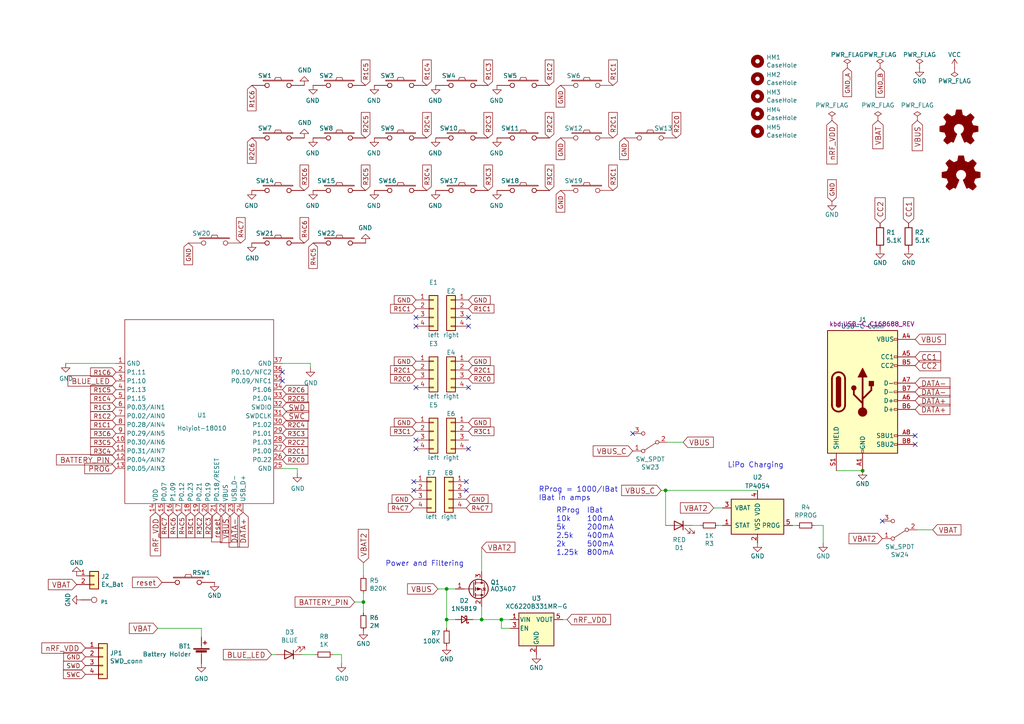
<source format=kicad_sch>
(kicad_sch (version 20211123) (generator eeschema)

  (uuid c61d7dc3-3d60-4647-a781-429fd0aec36f)

  (paper "A4")

  (title_block
    (title "jorian")
    (date "22 07 2017")
  )

  (lib_symbols
    (symbol "Battery_Management:MCP73831-3-OT" (pin_names (offset 1.016)) (in_bom yes) (on_board yes)
      (property "Reference" "U" (id 0) (at -7.62 6.35 0)
        (effects (font (size 1.27 1.27)) (justify left))
      )
      (property "Value" "MCP73831-3-OT" (id 1) (at 1.27 6.35 0)
        (effects (font (size 1.27 1.27)) (justify left))
      )
      (property "Footprint" "Package_TO_SOT_SMD:SOT-23-5" (id 2) (at 1.27 -6.35 0)
        (effects (font (size 1.27 1.27) italic) (justify left) hide)
      )
      (property "Datasheet" "http://ww1.microchip.com/downloads/en/DeviceDoc/20001984g.pdf" (id 3) (at -3.81 -1.27 0)
        (effects (font (size 1.27 1.27)) hide)
      )
      (property "ki_keywords" "battery charger lithium" (id 4) (at 0 0 0)
        (effects (font (size 1.27 1.27)) hide)
      )
      (property "ki_description" "Single cell, Li-Ion/Li-Po charge management controller, 4.35V, Tri-State Status Output, in SOT23-5 package" (id 5) (at 0 0 0)
        (effects (font (size 1.27 1.27)) hide)
      )
      (property "ki_fp_filters" "SOT?23*" (id 6) (at 0 0 0)
        (effects (font (size 1.27 1.27)) hide)
      )
      (symbol "MCP73831-3-OT_0_1"
        (rectangle (start -7.62 5.08) (end 7.62 -5.08)
          (stroke (width 0.254) (type default) (color 0 0 0 0))
          (fill (type background))
        )
      )
      (symbol "MCP73831-3-OT_1_1"
        (pin output line (at 10.16 -2.54 180) (length 2.54)
          (name "STAT" (effects (font (size 1.27 1.27))))
          (number "1" (effects (font (size 1.27 1.27))))
        )
        (pin power_in line (at 0 -7.62 90) (length 2.54)
          (name "VSS" (effects (font (size 1.27 1.27))))
          (number "2" (effects (font (size 1.27 1.27))))
        )
        (pin power_out line (at 10.16 2.54 180) (length 2.54)
          (name "VBAT" (effects (font (size 1.27 1.27))))
          (number "3" (effects (font (size 1.27 1.27))))
        )
        (pin power_in line (at 0 7.62 270) (length 2.54)
          (name "VDD" (effects (font (size 1.27 1.27))))
          (number "4" (effects (font (size 1.27 1.27))))
        )
        (pin input line (at -10.16 -2.54 0) (length 2.54)
          (name "PROG" (effects (font (size 1.27 1.27))))
          (number "5" (effects (font (size 1.27 1.27))))
        )
      )
    )
    (symbol "Connector:USB_C_Receptacle_USB2.0" (pin_names (offset 1.016)) (in_bom yes) (on_board yes)
      (property "Reference" "J" (id 0) (at -10.16 19.05 0)
        (effects (font (size 1.27 1.27)) (justify left))
      )
      (property "Value" "USB_C_Receptacle_USB2.0" (id 1) (at 19.05 19.05 0)
        (effects (font (size 1.27 1.27)) (justify right))
      )
      (property "Footprint" "" (id 2) (at 3.81 0 0)
        (effects (font (size 1.27 1.27)) hide)
      )
      (property "Datasheet" "https://www.usb.org/sites/default/files/documents/usb_type-c.zip" (id 3) (at 3.81 0 0)
        (effects (font (size 1.27 1.27)) hide)
      )
      (property "ki_keywords" "usb universal serial bus type-C USB2.0" (id 4) (at 0 0 0)
        (effects (font (size 1.27 1.27)) hide)
      )
      (property "ki_description" "USB 2.0-only Type-C Receptacle connector" (id 5) (at 0 0 0)
        (effects (font (size 1.27 1.27)) hide)
      )
      (property "ki_fp_filters" "USB*C*Receptacle*" (id 6) (at 0 0 0)
        (effects (font (size 1.27 1.27)) hide)
      )
      (symbol "USB_C_Receptacle_USB2.0_0_0"
        (rectangle (start -0.254 -17.78) (end 0.254 -16.764)
          (stroke (width 0) (type default) (color 0 0 0 0))
          (fill (type none))
        )
        (rectangle (start 10.16 -14.986) (end 9.144 -15.494)
          (stroke (width 0) (type default) (color 0 0 0 0))
          (fill (type none))
        )
        (rectangle (start 10.16 -12.446) (end 9.144 -12.954)
          (stroke (width 0) (type default) (color 0 0 0 0))
          (fill (type none))
        )
        (rectangle (start 10.16 -4.826) (end 9.144 -5.334)
          (stroke (width 0) (type default) (color 0 0 0 0))
          (fill (type none))
        )
        (rectangle (start 10.16 -2.286) (end 9.144 -2.794)
          (stroke (width 0) (type default) (color 0 0 0 0))
          (fill (type none))
        )
        (rectangle (start 10.16 0.254) (end 9.144 -0.254)
          (stroke (width 0) (type default) (color 0 0 0 0))
          (fill (type none))
        )
        (rectangle (start 10.16 2.794) (end 9.144 2.286)
          (stroke (width 0) (type default) (color 0 0 0 0))
          (fill (type none))
        )
        (rectangle (start 10.16 7.874) (end 9.144 7.366)
          (stroke (width 0) (type default) (color 0 0 0 0))
          (fill (type none))
        )
        (rectangle (start 10.16 10.414) (end 9.144 9.906)
          (stroke (width 0) (type default) (color 0 0 0 0))
          (fill (type none))
        )
        (rectangle (start 10.16 15.494) (end 9.144 14.986)
          (stroke (width 0) (type default) (color 0 0 0 0))
          (fill (type none))
        )
      )
      (symbol "USB_C_Receptacle_USB2.0_0_1"
        (rectangle (start -10.16 17.78) (end 10.16 -17.78)
          (stroke (width 0.254) (type default) (color 0 0 0 0))
          (fill (type background))
        )
        (arc (start -8.89 -3.81) (mid -6.985 -5.715) (end -5.08 -3.81)
          (stroke (width 0.508) (type default) (color 0 0 0 0))
          (fill (type none))
        )
        (arc (start -7.62 -3.81) (mid -6.985 -4.445) (end -6.35 -3.81)
          (stroke (width 0.254) (type default) (color 0 0 0 0))
          (fill (type none))
        )
        (arc (start -7.62 -3.81) (mid -6.985 -4.445) (end -6.35 -3.81)
          (stroke (width 0.254) (type default) (color 0 0 0 0))
          (fill (type outline))
        )
        (rectangle (start -7.62 -3.81) (end -6.35 3.81)
          (stroke (width 0.254) (type default) (color 0 0 0 0))
          (fill (type outline))
        )
        (arc (start -6.35 3.81) (mid -6.985 4.445) (end -7.62 3.81)
          (stroke (width 0.254) (type default) (color 0 0 0 0))
          (fill (type none))
        )
        (arc (start -6.35 3.81) (mid -6.985 4.445) (end -7.62 3.81)
          (stroke (width 0.254) (type default) (color 0 0 0 0))
          (fill (type outline))
        )
        (arc (start -5.08 3.81) (mid -6.985 5.715) (end -8.89 3.81)
          (stroke (width 0.508) (type default) (color 0 0 0 0))
          (fill (type none))
        )
        (circle (center -2.54 1.143) (radius 0.635)
          (stroke (width 0.254) (type default) (color 0 0 0 0))
          (fill (type outline))
        )
        (circle (center 0 -5.842) (radius 1.27)
          (stroke (width 0) (type default) (color 0 0 0 0))
          (fill (type outline))
        )
        (polyline
          (pts
            (xy -8.89 -3.81)
            (xy -8.89 3.81)
          )
          (stroke (width 0.508) (type default) (color 0 0 0 0))
          (fill (type none))
        )
        (polyline
          (pts
            (xy -5.08 3.81)
            (xy -5.08 -3.81)
          )
          (stroke (width 0.508) (type default) (color 0 0 0 0))
          (fill (type none))
        )
        (polyline
          (pts
            (xy 0 -5.842)
            (xy 0 4.318)
          )
          (stroke (width 0.508) (type default) (color 0 0 0 0))
          (fill (type none))
        )
        (polyline
          (pts
            (xy 0 -3.302)
            (xy -2.54 -0.762)
            (xy -2.54 0.508)
          )
          (stroke (width 0.508) (type default) (color 0 0 0 0))
          (fill (type none))
        )
        (polyline
          (pts
            (xy 0 -2.032)
            (xy 2.54 0.508)
            (xy 2.54 1.778)
          )
          (stroke (width 0.508) (type default) (color 0 0 0 0))
          (fill (type none))
        )
        (polyline
          (pts
            (xy -1.27 4.318)
            (xy 0 6.858)
            (xy 1.27 4.318)
            (xy -1.27 4.318)
          )
          (stroke (width 0.254) (type default) (color 0 0 0 0))
          (fill (type outline))
        )
        (rectangle (start 1.905 1.778) (end 3.175 3.048)
          (stroke (width 0.254) (type default) (color 0 0 0 0))
          (fill (type outline))
        )
      )
      (symbol "USB_C_Receptacle_USB2.0_1_1"
        (pin passive line (at 0 -22.86 90) (length 5.08)
          (name "GND" (effects (font (size 1.27 1.27))))
          (number "A1" (effects (font (size 1.27 1.27))))
        )
        (pin passive line (at 0 -22.86 90) (length 5.08) hide
          (name "GND" (effects (font (size 1.27 1.27))))
          (number "A12" (effects (font (size 1.27 1.27))))
        )
        (pin passive line (at 15.24 15.24 180) (length 5.08)
          (name "VBUS" (effects (font (size 1.27 1.27))))
          (number "A4" (effects (font (size 1.27 1.27))))
        )
        (pin bidirectional line (at 15.24 10.16 180) (length 5.08)
          (name "CC1" (effects (font (size 1.27 1.27))))
          (number "A5" (effects (font (size 1.27 1.27))))
        )
        (pin bidirectional line (at 15.24 -2.54 180) (length 5.08)
          (name "D+" (effects (font (size 1.27 1.27))))
          (number "A6" (effects (font (size 1.27 1.27))))
        )
        (pin bidirectional line (at 15.24 2.54 180) (length 5.08)
          (name "D-" (effects (font (size 1.27 1.27))))
          (number "A7" (effects (font (size 1.27 1.27))))
        )
        (pin bidirectional line (at 15.24 -12.7 180) (length 5.08)
          (name "SBU1" (effects (font (size 1.27 1.27))))
          (number "A8" (effects (font (size 1.27 1.27))))
        )
        (pin passive line (at 15.24 15.24 180) (length 5.08) hide
          (name "VBUS" (effects (font (size 1.27 1.27))))
          (number "A9" (effects (font (size 1.27 1.27))))
        )
        (pin passive line (at 0 -22.86 90) (length 5.08) hide
          (name "GND" (effects (font (size 1.27 1.27))))
          (number "B1" (effects (font (size 1.27 1.27))))
        )
        (pin passive line (at 0 -22.86 90) (length 5.08) hide
          (name "GND" (effects (font (size 1.27 1.27))))
          (number "B12" (effects (font (size 1.27 1.27))))
        )
        (pin passive line (at 15.24 15.24 180) (length 5.08) hide
          (name "VBUS" (effects (font (size 1.27 1.27))))
          (number "B4" (effects (font (size 1.27 1.27))))
        )
        (pin bidirectional line (at 15.24 7.62 180) (length 5.08)
          (name "CC2" (effects (font (size 1.27 1.27))))
          (number "B5" (effects (font (size 1.27 1.27))))
        )
        (pin bidirectional line (at 15.24 -5.08 180) (length 5.08)
          (name "D+" (effects (font (size 1.27 1.27))))
          (number "B6" (effects (font (size 1.27 1.27))))
        )
        (pin bidirectional line (at 15.24 0 180) (length 5.08)
          (name "D-" (effects (font (size 1.27 1.27))))
          (number "B7" (effects (font (size 1.27 1.27))))
        )
        (pin bidirectional line (at 15.24 -15.24 180) (length 5.08)
          (name "SBU2" (effects (font (size 1.27 1.27))))
          (number "B8" (effects (font (size 1.27 1.27))))
        )
        (pin passive line (at 15.24 15.24 180) (length 5.08) hide
          (name "VBUS" (effects (font (size 1.27 1.27))))
          (number "B9" (effects (font (size 1.27 1.27))))
        )
        (pin passive line (at -7.62 -22.86 90) (length 5.08)
          (name "SHIELD" (effects (font (size 1.27 1.27))))
          (number "S1" (effects (font (size 1.27 1.27))))
        )
      )
    )
    (symbol "Connector_Generic:Conn_01x02" (pin_names (offset 1.016) hide) (in_bom yes) (on_board yes)
      (property "Reference" "J" (id 0) (at 0 2.54 0)
        (effects (font (size 1.27 1.27)))
      )
      (property "Value" "Conn_01x02" (id 1) (at 0 -5.08 0)
        (effects (font (size 1.27 1.27)))
      )
      (property "Footprint" "" (id 2) (at 0 0 0)
        (effects (font (size 1.27 1.27)) hide)
      )
      (property "Datasheet" "~" (id 3) (at 0 0 0)
        (effects (font (size 1.27 1.27)) hide)
      )
      (property "ki_keywords" "connector" (id 4) (at 0 0 0)
        (effects (font (size 1.27 1.27)) hide)
      )
      (property "ki_description" "Generic connector, single row, 01x02, script generated (kicad-library-utils/schlib/autogen/connector/)" (id 5) (at 0 0 0)
        (effects (font (size 1.27 1.27)) hide)
      )
      (property "ki_fp_filters" "Connector*:*_1x??_*" (id 6) (at 0 0 0)
        (effects (font (size 1.27 1.27)) hide)
      )
      (symbol "Conn_01x02_1_1"
        (rectangle (start -1.27 -2.413) (end 0 -2.667)
          (stroke (width 0.1524) (type default) (color 0 0 0 0))
          (fill (type none))
        )
        (rectangle (start -1.27 0.127) (end 0 -0.127)
          (stroke (width 0.1524) (type default) (color 0 0 0 0))
          (fill (type none))
        )
        (rectangle (start -1.27 1.27) (end 1.27 -3.81)
          (stroke (width 0.254) (type default) (color 0 0 0 0))
          (fill (type background))
        )
        (pin passive line (at -5.08 0 0) (length 3.81)
          (name "Pin_1" (effects (font (size 1.27 1.27))))
          (number "1" (effects (font (size 1.27 1.27))))
        )
        (pin passive line (at -5.08 -2.54 0) (length 3.81)
          (name "Pin_2" (effects (font (size 1.27 1.27))))
          (number "2" (effects (font (size 1.27 1.27))))
        )
      )
    )
    (symbol "Connector_Generic:Conn_01x04" (pin_names (offset 1.016) hide) (in_bom yes) (on_board yes)
      (property "Reference" "J" (id 0) (at 0 5.08 0)
        (effects (font (size 1.27 1.27)))
      )
      (property "Value" "Conn_01x04" (id 1) (at 0 -7.62 0)
        (effects (font (size 1.27 1.27)))
      )
      (property "Footprint" "" (id 2) (at 0 0 0)
        (effects (font (size 1.27 1.27)) hide)
      )
      (property "Datasheet" "~" (id 3) (at 0 0 0)
        (effects (font (size 1.27 1.27)) hide)
      )
      (property "ki_keywords" "connector" (id 4) (at 0 0 0)
        (effects (font (size 1.27 1.27)) hide)
      )
      (property "ki_description" "Generic connector, single row, 01x04, script generated (kicad-library-utils/schlib/autogen/connector/)" (id 5) (at 0 0 0)
        (effects (font (size 1.27 1.27)) hide)
      )
      (property "ki_fp_filters" "Connector*:*_1x??_*" (id 6) (at 0 0 0)
        (effects (font (size 1.27 1.27)) hide)
      )
      (symbol "Conn_01x04_1_1"
        (rectangle (start -1.27 -4.953) (end 0 -5.207)
          (stroke (width 0.1524) (type default) (color 0 0 0 0))
          (fill (type none))
        )
        (rectangle (start -1.27 -2.413) (end 0 -2.667)
          (stroke (width 0.1524) (type default) (color 0 0 0 0))
          (fill (type none))
        )
        (rectangle (start -1.27 0.127) (end 0 -0.127)
          (stroke (width 0.1524) (type default) (color 0 0 0 0))
          (fill (type none))
        )
        (rectangle (start -1.27 2.667) (end 0 2.413)
          (stroke (width 0.1524) (type default) (color 0 0 0 0))
          (fill (type none))
        )
        (rectangle (start -1.27 3.81) (end 1.27 -6.35)
          (stroke (width 0.254) (type default) (color 0 0 0 0))
          (fill (type background))
        )
        (pin passive line (at -5.08 2.54 0) (length 3.81)
          (name "Pin_1" (effects (font (size 1.27 1.27))))
          (number "1" (effects (font (size 1.27 1.27))))
        )
        (pin passive line (at -5.08 0 0) (length 3.81)
          (name "Pin_2" (effects (font (size 1.27 1.27))))
          (number "2" (effects (font (size 1.27 1.27))))
        )
        (pin passive line (at -5.08 -2.54 0) (length 3.81)
          (name "Pin_3" (effects (font (size 1.27 1.27))))
          (number "3" (effects (font (size 1.27 1.27))))
        )
        (pin passive line (at -5.08 -5.08 0) (length 3.81)
          (name "Pin_4" (effects (font (size 1.27 1.27))))
          (number "4" (effects (font (size 1.27 1.27))))
        )
      )
    )
    (symbol "Device:Battery_Cell" (pin_numbers hide) (pin_names (offset 0) hide) (in_bom yes) (on_board yes)
      (property "Reference" "BT" (id 0) (at 2.54 2.54 0)
        (effects (font (size 1.27 1.27)) (justify left))
      )
      (property "Value" "Battery_Cell" (id 1) (at 2.54 0 0)
        (effects (font (size 1.27 1.27)) (justify left))
      )
      (property "Footprint" "" (id 2) (at 0 1.524 90)
        (effects (font (size 1.27 1.27)) hide)
      )
      (property "Datasheet" "~" (id 3) (at 0 1.524 90)
        (effects (font (size 1.27 1.27)) hide)
      )
      (property "ki_keywords" "battery cell" (id 4) (at 0 0 0)
        (effects (font (size 1.27 1.27)) hide)
      )
      (property "ki_description" "Single-cell battery" (id 5) (at 0 0 0)
        (effects (font (size 1.27 1.27)) hide)
      )
      (symbol "Battery_Cell_0_1"
        (rectangle (start -2.286 1.778) (end 2.286 1.524)
          (stroke (width 0) (type default) (color 0 0 0 0))
          (fill (type outline))
        )
        (rectangle (start -1.5748 1.1938) (end 1.4732 0.6858)
          (stroke (width 0) (type default) (color 0 0 0 0))
          (fill (type outline))
        )
        (polyline
          (pts
            (xy 0 0.762)
            (xy 0 0)
          )
          (stroke (width 0) (type default) (color 0 0 0 0))
          (fill (type none))
        )
        (polyline
          (pts
            (xy 0 1.778)
            (xy 0 2.54)
          )
          (stroke (width 0) (type default) (color 0 0 0 0))
          (fill (type none))
        )
        (polyline
          (pts
            (xy 0.508 3.429)
            (xy 1.524 3.429)
          )
          (stroke (width 0.254) (type default) (color 0 0 0 0))
          (fill (type none))
        )
        (polyline
          (pts
            (xy 1.016 3.937)
            (xy 1.016 2.921)
          )
          (stroke (width 0.254) (type default) (color 0 0 0 0))
          (fill (type none))
        )
      )
      (symbol "Battery_Cell_1_1"
        (pin passive line (at 0 5.08 270) (length 2.54)
          (name "+" (effects (font (size 1.27 1.27))))
          (number "1" (effects (font (size 1.27 1.27))))
        )
        (pin passive line (at 0 -2.54 90) (length 2.54)
          (name "-" (effects (font (size 1.27 1.27))))
          (number "2" (effects (font (size 1.27 1.27))))
        )
      )
    )
    (symbol "Device:D_Schottky_Small" (pin_numbers hide) (pin_names (offset 0.254) hide) (in_bom yes) (on_board yes)
      (property "Reference" "D" (id 0) (at -1.27 2.032 0)
        (effects (font (size 1.27 1.27)) (justify left))
      )
      (property "Value" "D_Schottky_Small" (id 1) (at -7.112 -2.032 0)
        (effects (font (size 1.27 1.27)) (justify left))
      )
      (property "Footprint" "" (id 2) (at 0 0 90)
        (effects (font (size 1.27 1.27)) hide)
      )
      (property "Datasheet" "~" (id 3) (at 0 0 90)
        (effects (font (size 1.27 1.27)) hide)
      )
      (property "ki_keywords" "diode Schottky" (id 4) (at 0 0 0)
        (effects (font (size 1.27 1.27)) hide)
      )
      (property "ki_description" "Schottky diode, small symbol" (id 5) (at 0 0 0)
        (effects (font (size 1.27 1.27)) hide)
      )
      (property "ki_fp_filters" "TO-???* *_Diode_* *SingleDiode* D_*" (id 6) (at 0 0 0)
        (effects (font (size 1.27 1.27)) hide)
      )
      (symbol "D_Schottky_Small_0_1"
        (polyline
          (pts
            (xy -0.762 0)
            (xy 0.762 0)
          )
          (stroke (width 0) (type default) (color 0 0 0 0))
          (fill (type none))
        )
        (polyline
          (pts
            (xy 0.762 -1.016)
            (xy -0.762 0)
            (xy 0.762 1.016)
            (xy 0.762 -1.016)
          )
          (stroke (width 0.254) (type default) (color 0 0 0 0))
          (fill (type none))
        )
        (polyline
          (pts
            (xy -1.27 0.762)
            (xy -1.27 1.016)
            (xy -0.762 1.016)
            (xy -0.762 -1.016)
            (xy -0.254 -1.016)
            (xy -0.254 -0.762)
          )
          (stroke (width 0.254) (type default) (color 0 0 0 0))
          (fill (type none))
        )
      )
      (symbol "D_Schottky_Small_1_1"
        (pin passive line (at -2.54 0 0) (length 1.778)
          (name "K" (effects (font (size 1.27 1.27))))
          (number "1" (effects (font (size 1.27 1.27))))
        )
        (pin passive line (at 2.54 0 180) (length 1.778)
          (name "A" (effects (font (size 1.27 1.27))))
          (number "2" (effects (font (size 1.27 1.27))))
        )
      )
    )
    (symbol "Device:LED" (pin_numbers hide) (pin_names (offset 1.016) hide) (in_bom yes) (on_board yes)
      (property "Reference" "D" (id 0) (at 0 2.54 0)
        (effects (font (size 1.27 1.27)))
      )
      (property "Value" "LED" (id 1) (at 0 -2.54 0)
        (effects (font (size 1.27 1.27)))
      )
      (property "Footprint" "" (id 2) (at 0 0 0)
        (effects (font (size 1.27 1.27)) hide)
      )
      (property "Datasheet" "~" (id 3) (at 0 0 0)
        (effects (font (size 1.27 1.27)) hide)
      )
      (property "ki_keywords" "LED diode" (id 4) (at 0 0 0)
        (effects (font (size 1.27 1.27)) hide)
      )
      (property "ki_description" "Light emitting diode" (id 5) (at 0 0 0)
        (effects (font (size 1.27 1.27)) hide)
      )
      (property "ki_fp_filters" "LED* LED_SMD:* LED_THT:*" (id 6) (at 0 0 0)
        (effects (font (size 1.27 1.27)) hide)
      )
      (symbol "LED_0_1"
        (polyline
          (pts
            (xy -1.27 -1.27)
            (xy -1.27 1.27)
          )
          (stroke (width 0.254) (type default) (color 0 0 0 0))
          (fill (type none))
        )
        (polyline
          (pts
            (xy -1.27 0)
            (xy 1.27 0)
          )
          (stroke (width 0) (type default) (color 0 0 0 0))
          (fill (type none))
        )
        (polyline
          (pts
            (xy 1.27 -1.27)
            (xy 1.27 1.27)
            (xy -1.27 0)
            (xy 1.27 -1.27)
          )
          (stroke (width 0.254) (type default) (color 0 0 0 0))
          (fill (type none))
        )
        (polyline
          (pts
            (xy -3.048 -0.762)
            (xy -4.572 -2.286)
            (xy -3.81 -2.286)
            (xy -4.572 -2.286)
            (xy -4.572 -1.524)
          )
          (stroke (width 0) (type default) (color 0 0 0 0))
          (fill (type none))
        )
        (polyline
          (pts
            (xy -1.778 -0.762)
            (xy -3.302 -2.286)
            (xy -2.54 -2.286)
            (xy -3.302 -2.286)
            (xy -3.302 -1.524)
          )
          (stroke (width 0) (type default) (color 0 0 0 0))
          (fill (type none))
        )
      )
      (symbol "LED_1_1"
        (pin passive line (at -3.81 0 0) (length 2.54)
          (name "K" (effects (font (size 1.27 1.27))))
          (number "1" (effects (font (size 1.27 1.27))))
        )
        (pin passive line (at 3.81 0 180) (length 2.54)
          (name "A" (effects (font (size 1.27 1.27))))
          (number "2" (effects (font (size 1.27 1.27))))
        )
      )
    )
    (symbol "Device:Q_PMOS_GSD" (pin_names (offset 0) hide) (in_bom yes) (on_board yes)
      (property "Reference" "Q" (id 0) (at 5.08 1.27 0)
        (effects (font (size 1.27 1.27)) (justify left))
      )
      (property "Value" "Q_PMOS_GSD" (id 1) (at 5.08 -1.27 0)
        (effects (font (size 1.27 1.27)) (justify left))
      )
      (property "Footprint" "" (id 2) (at 5.08 2.54 0)
        (effects (font (size 1.27 1.27)) hide)
      )
      (property "Datasheet" "~" (id 3) (at 0 0 0)
        (effects (font (size 1.27 1.27)) hide)
      )
      (property "ki_keywords" "transistor PMOS P-MOS P-MOSFET" (id 4) (at 0 0 0)
        (effects (font (size 1.27 1.27)) hide)
      )
      (property "ki_description" "P-MOSFET transistor, gate/source/drain" (id 5) (at 0 0 0)
        (effects (font (size 1.27 1.27)) hide)
      )
      (symbol "Q_PMOS_GSD_0_1"
        (polyline
          (pts
            (xy 0.254 0)
            (xy -2.54 0)
          )
          (stroke (width 0) (type default) (color 0 0 0 0))
          (fill (type none))
        )
        (polyline
          (pts
            (xy 0.254 1.905)
            (xy 0.254 -1.905)
          )
          (stroke (width 0.254) (type default) (color 0 0 0 0))
          (fill (type none))
        )
        (polyline
          (pts
            (xy 0.762 -1.27)
            (xy 0.762 -2.286)
          )
          (stroke (width 0.254) (type default) (color 0 0 0 0))
          (fill (type none))
        )
        (polyline
          (pts
            (xy 0.762 0.508)
            (xy 0.762 -0.508)
          )
          (stroke (width 0.254) (type default) (color 0 0 0 0))
          (fill (type none))
        )
        (polyline
          (pts
            (xy 0.762 2.286)
            (xy 0.762 1.27)
          )
          (stroke (width 0.254) (type default) (color 0 0 0 0))
          (fill (type none))
        )
        (polyline
          (pts
            (xy 2.54 2.54)
            (xy 2.54 1.778)
          )
          (stroke (width 0) (type default) (color 0 0 0 0))
          (fill (type none))
        )
        (polyline
          (pts
            (xy 2.54 -2.54)
            (xy 2.54 0)
            (xy 0.762 0)
          )
          (stroke (width 0) (type default) (color 0 0 0 0))
          (fill (type none))
        )
        (polyline
          (pts
            (xy 0.762 1.778)
            (xy 3.302 1.778)
            (xy 3.302 -1.778)
            (xy 0.762 -1.778)
          )
          (stroke (width 0) (type default) (color 0 0 0 0))
          (fill (type none))
        )
        (polyline
          (pts
            (xy 2.286 0)
            (xy 1.27 0.381)
            (xy 1.27 -0.381)
            (xy 2.286 0)
          )
          (stroke (width 0) (type default) (color 0 0 0 0))
          (fill (type outline))
        )
        (polyline
          (pts
            (xy 2.794 -0.508)
            (xy 2.921 -0.381)
            (xy 3.683 -0.381)
            (xy 3.81 -0.254)
          )
          (stroke (width 0) (type default) (color 0 0 0 0))
          (fill (type none))
        )
        (polyline
          (pts
            (xy 3.302 -0.381)
            (xy 2.921 0.254)
            (xy 3.683 0.254)
            (xy 3.302 -0.381)
          )
          (stroke (width 0) (type default) (color 0 0 0 0))
          (fill (type none))
        )
        (circle (center 1.651 0) (radius 2.794)
          (stroke (width 0.254) (type default) (color 0 0 0 0))
          (fill (type none))
        )
        (circle (center 2.54 -1.778) (radius 0.254)
          (stroke (width 0) (type default) (color 0 0 0 0))
          (fill (type outline))
        )
        (circle (center 2.54 1.778) (radius 0.254)
          (stroke (width 0) (type default) (color 0 0 0 0))
          (fill (type outline))
        )
      )
      (symbol "Q_PMOS_GSD_1_1"
        (pin input line (at -5.08 0 0) (length 2.54)
          (name "G" (effects (font (size 1.27 1.27))))
          (number "1" (effects (font (size 1.27 1.27))))
        )
        (pin passive line (at 2.54 -5.08 90) (length 2.54)
          (name "S" (effects (font (size 1.27 1.27))))
          (number "2" (effects (font (size 1.27 1.27))))
        )
        (pin passive line (at 2.54 5.08 270) (length 2.54)
          (name "D" (effects (font (size 1.27 1.27))))
          (number "3" (effects (font (size 1.27 1.27))))
        )
      )
    )
    (symbol "Device:R" (pin_numbers hide) (pin_names (offset 0)) (in_bom yes) (on_board yes)
      (property "Reference" "R" (id 0) (at 2.032 0 90)
        (effects (font (size 1.27 1.27)))
      )
      (property "Value" "R" (id 1) (at 0 0 90)
        (effects (font (size 1.27 1.27)))
      )
      (property "Footprint" "" (id 2) (at -1.778 0 90)
        (effects (font (size 1.27 1.27)) hide)
      )
      (property "Datasheet" "~" (id 3) (at 0 0 0)
        (effects (font (size 1.27 1.27)) hide)
      )
      (property "ki_keywords" "R res resistor" (id 4) (at 0 0 0)
        (effects (font (size 1.27 1.27)) hide)
      )
      (property "ki_description" "Resistor" (id 5) (at 0 0 0)
        (effects (font (size 1.27 1.27)) hide)
      )
      (property "ki_fp_filters" "R_*" (id 6) (at 0 0 0)
        (effects (font (size 1.27 1.27)) hide)
      )
      (symbol "R_0_1"
        (rectangle (start -1.016 -2.54) (end 1.016 2.54)
          (stroke (width 0.254) (type default) (color 0 0 0 0))
          (fill (type none))
        )
      )
      (symbol "R_1_1"
        (pin passive line (at 0 3.81 270) (length 1.27)
          (name "~" (effects (font (size 1.27 1.27))))
          (number "1" (effects (font (size 1.27 1.27))))
        )
        (pin passive line (at 0 -3.81 90) (length 1.27)
          (name "~" (effects (font (size 1.27 1.27))))
          (number "2" (effects (font (size 1.27 1.27))))
        )
      )
    )
    (symbol "Device:R_Small" (pin_numbers hide) (pin_names (offset 0.254) hide) (in_bom yes) (on_board yes)
      (property "Reference" "R" (id 0) (at 0.762 0.508 0)
        (effects (font (size 1.27 1.27)) (justify left))
      )
      (property "Value" "R_Small" (id 1) (at 0.762 -1.016 0)
        (effects (font (size 1.27 1.27)) (justify left))
      )
      (property "Footprint" "" (id 2) (at 0 0 0)
        (effects (font (size 1.27 1.27)) hide)
      )
      (property "Datasheet" "~" (id 3) (at 0 0 0)
        (effects (font (size 1.27 1.27)) hide)
      )
      (property "ki_keywords" "R resistor" (id 4) (at 0 0 0)
        (effects (font (size 1.27 1.27)) hide)
      )
      (property "ki_description" "Resistor, small symbol" (id 5) (at 0 0 0)
        (effects (font (size 1.27 1.27)) hide)
      )
      (property "ki_fp_filters" "R_*" (id 6) (at 0 0 0)
        (effects (font (size 1.27 1.27)) hide)
      )
      (symbol "R_Small_0_1"
        (rectangle (start -0.762 1.778) (end 0.762 -1.778)
          (stroke (width 0.2032) (type default) (color 0 0 0 0))
          (fill (type none))
        )
      )
      (symbol "R_Small_1_1"
        (pin passive line (at 0 2.54 270) (length 0.762)
          (name "~" (effects (font (size 1.27 1.27))))
          (number "1" (effects (font (size 1.27 1.27))))
        )
        (pin passive line (at 0 -2.54 90) (length 0.762)
          (name "~" (effects (font (size 1.27 1.27))))
          (number "2" (effects (font (size 1.27 1.27))))
        )
      )
    )
    (symbol "Graphic:Logo_Open_Hardware_Small" (pin_names (offset 1.016)) (in_bom yes) (on_board yes)
      (property "Reference" "#LOGO" (id 0) (at 0 6.985 0)
        (effects (font (size 1.27 1.27)) hide)
      )
      (property "Value" "Logo_Open_Hardware_Small" (id 1) (at 0 -5.715 0)
        (effects (font (size 1.27 1.27)) hide)
      )
      (property "Footprint" "" (id 2) (at 0 0 0)
        (effects (font (size 1.27 1.27)) hide)
      )
      (property "Datasheet" "~" (id 3) (at 0 0 0)
        (effects (font (size 1.27 1.27)) hide)
      )
      (property "ki_keywords" "Logo" (id 4) (at 0 0 0)
        (effects (font (size 1.27 1.27)) hide)
      )
      (property "ki_description" "Open Hardware logo, small" (id 5) (at 0 0 0)
        (effects (font (size 1.27 1.27)) hide)
      )
      (symbol "Logo_Open_Hardware_Small_0_1"
        (polyline
          (pts
            (xy 3.3528 -4.3434)
            (xy 3.302 -4.318)
            (xy 3.175 -4.2418)
            (xy 2.9972 -4.1148)
            (xy 2.7686 -3.9624)
            (xy 2.54 -3.81)
            (xy 2.3622 -3.7084)
            (xy 2.2352 -3.6068)
            (xy 2.1844 -3.5814)
            (xy 2.159 -3.6068)
            (xy 2.0574 -3.6576)
            (xy 1.905 -3.7338)
            (xy 1.8034 -3.7846)
            (xy 1.6764 -3.8354)
            (xy 1.6002 -3.8354)
            (xy 1.6002 -3.8354)
            (xy 1.5494 -3.7338)
            (xy 1.4732 -3.5306)
            (xy 1.3462 -3.302)
            (xy 1.2446 -3.0226)
            (xy 1.1176 -2.7178)
            (xy 0.9652 -2.413)
            (xy 0.8636 -2.1082)
            (xy 0.7366 -1.8288)
            (xy 0.6604 -1.6256)
            (xy 0.6096 -1.4732)
            (xy 0.5842 -1.397)
            (xy 0.5842 -1.397)
            (xy 0.6604 -1.3208)
            (xy 0.7874 -1.2446)
            (xy 1.0414 -1.016)
            (xy 1.2954 -0.6858)
            (xy 1.4478 -0.3302)
            (xy 1.524 0.0762)
            (xy 1.4732 0.4572)
            (xy 1.3208 0.8128)
            (xy 1.0668 1.143)
            (xy 0.762 1.3716)
            (xy 0.4064 1.524)
            (xy 0 1.5748)
            (xy -0.381 1.5494)
            (xy -0.7366 1.397)
            (xy -1.0668 1.143)
            (xy -1.2192 0.9906)
            (xy -1.397 0.6604)
            (xy -1.524 0.3048)
            (xy -1.524 0.2286)
            (xy -1.4986 -0.1778)
            (xy -1.397 -0.5334)
            (xy -1.1938 -0.8636)
            (xy -0.9144 -1.143)
            (xy -0.8636 -1.1684)
            (xy -0.7366 -1.27)
            (xy -0.635 -1.3462)
            (xy -0.5842 -1.397)
            (xy -1.0668 -2.5908)
            (xy -1.143 -2.794)
            (xy -1.2954 -3.1242)
            (xy -1.397 -3.4036)
            (xy -1.4986 -3.6322)
            (xy -1.5748 -3.7846)
            (xy -1.6002 -3.8354)
            (xy -1.6002 -3.8354)
            (xy -1.651 -3.8354)
            (xy -1.7272 -3.81)
            (xy -1.905 -3.7338)
            (xy -2.0066 -3.683)
            (xy -2.1336 -3.6068)
            (xy -2.2098 -3.5814)
            (xy -2.2606 -3.6068)
            (xy -2.3622 -3.683)
            (xy -2.54 -3.81)
            (xy -2.7686 -3.9624)
            (xy -2.9718 -4.0894)
            (xy -3.1496 -4.2164)
            (xy -3.302 -4.318)
            (xy -3.3528 -4.3434)
            (xy -3.3782 -4.3434)
            (xy -3.429 -4.318)
            (xy -3.5306 -4.2164)
            (xy -3.7084 -4.064)
            (xy -3.937 -3.8354)
            (xy -3.9624 -3.81)
            (xy -4.1656 -3.6068)
            (xy -4.318 -3.4544)
            (xy -4.4196 -3.3274)
            (xy -4.445 -3.2766)
            (xy -4.445 -3.2766)
            (xy -4.4196 -3.2258)
            (xy -4.318 -3.0734)
            (xy -4.2164 -2.8956)
            (xy -4.064 -2.667)
            (xy -3.6576 -2.0828)
            (xy -3.8862 -1.5494)
            (xy -3.937 -1.3716)
            (xy -4.0386 -1.1684)
            (xy -4.0894 -1.0414)
            (xy -4.1148 -0.9652)
            (xy -4.191 -0.9398)
            (xy -4.318 -0.9144)
            (xy -4.5466 -0.8636)
            (xy -4.8006 -0.8128)
            (xy -5.0546 -0.7874)
            (xy -5.2578 -0.7366)
            (xy -5.4356 -0.7112)
            (xy -5.5118 -0.6858)
            (xy -5.5118 -0.6858)
            (xy -5.5372 -0.635)
            (xy -5.5372 -0.5588)
            (xy -5.5372 -0.4318)
            (xy -5.5626 -0.2286)
            (xy -5.5626 0.0762)
            (xy -5.5626 0.127)
            (xy -5.5372 0.4064)
            (xy -5.5372 0.635)
            (xy -5.5372 0.762)
            (xy -5.5372 0.8382)
            (xy -5.5372 0.8382)
            (xy -5.461 0.8382)
            (xy -5.3086 0.889)
            (xy -5.08 0.9144)
            (xy -4.826 0.9652)
            (xy -4.8006 0.9906)
            (xy -4.5466 1.0414)
            (xy -4.318 1.0668)
            (xy -4.1656 1.1176)
            (xy -4.0894 1.143)
            (xy -4.0894 1.143)
            (xy -4.0386 1.2446)
            (xy -3.9624 1.4224)
            (xy -3.8608 1.6256)
            (xy -3.7846 1.8288)
            (xy -3.7084 2.0066)
            (xy -3.6576 2.159)
            (xy -3.6322 2.2098)
            (xy -3.6322 2.2098)
            (xy -3.683 2.286)
            (xy -3.7592 2.413)
            (xy -3.8862 2.5908)
            (xy -4.064 2.8194)
            (xy -4.064 2.8448)
            (xy -4.2164 3.0734)
            (xy -4.3434 3.2512)
            (xy -4.4196 3.3782)
            (xy -4.445 3.4544)
            (xy -4.445 3.4544)
            (xy -4.3942 3.5052)
            (xy -4.2926 3.6322)
            (xy -4.1148 3.81)
            (xy -3.937 4.0132)
            (xy -3.8608 4.064)
            (xy -3.6576 4.2926)
            (xy -3.5052 4.4196)
            (xy -3.4036 4.4958)
            (xy -3.3528 4.5212)
            (xy -3.3528 4.5212)
            (xy -3.302 4.4704)
            (xy -3.1496 4.3688)
            (xy -2.9718 4.2418)
            (xy -2.7432 4.0894)
            (xy -2.7178 4.0894)
            (xy -2.4892 3.937)
            (xy -2.3114 3.81)
            (xy -2.1844 3.7084)
            (xy -2.1336 3.683)
            (xy -2.1082 3.683)
            (xy -2.032 3.7084)
            (xy -1.8542 3.7592)
            (xy -1.6764 3.8354)
            (xy -1.4732 3.937)
            (xy -1.27 4.0132)
            (xy -1.143 4.064)
            (xy -1.0668 4.1148)
            (xy -1.0668 4.1148)
            (xy -1.0414 4.191)
            (xy -1.016 4.3434)
            (xy -0.9652 4.572)
            (xy -0.9144 4.8514)
            (xy -0.889 4.9022)
            (xy -0.8382 5.1562)
            (xy -0.8128 5.3848)
            (xy -0.7874 5.5372)
            (xy -0.762 5.588)
            (xy -0.7112 5.6134)
            (xy -0.5842 5.6134)
            (xy -0.4064 5.6134)
            (xy -0.1524 5.6134)
            (xy 0.0762 5.6134)
            (xy 0.3302 5.6134)
            (xy 0.5334 5.6134)
            (xy 0.6858 5.588)
            (xy 0.7366 5.588)
            (xy 0.7366 5.588)
            (xy 0.762 5.5118)
            (xy 0.8128 5.334)
            (xy 0.8382 5.1054)
            (xy 0.9144 4.826)
            (xy 0.9144 4.7752)
            (xy 0.9652 4.5212)
            (xy 1.016 4.2926)
            (xy 1.0414 4.1402)
            (xy 1.0668 4.0894)
            (xy 1.0668 4.0894)
            (xy 1.1938 4.0386)
            (xy 1.3716 3.9624)
            (xy 1.5748 3.8608)
            (xy 2.0828 3.6576)
            (xy 2.7178 4.0894)
            (xy 2.7686 4.1402)
            (xy 2.9972 4.2926)
            (xy 3.175 4.4196)
            (xy 3.302 4.4958)
            (xy 3.3782 4.5212)
            (xy 3.3782 4.5212)
            (xy 3.429 4.4704)
            (xy 3.556 4.3434)
            (xy 3.7338 4.191)
            (xy 3.9116 3.9878)
            (xy 4.064 3.8354)
            (xy 4.2418 3.6576)
            (xy 4.3434 3.556)
            (xy 4.4196 3.4798)
            (xy 4.4196 3.429)
            (xy 4.4196 3.4036)
            (xy 4.3942 3.3274)
            (xy 4.2926 3.2004)
            (xy 4.1656 2.9972)
            (xy 4.0132 2.794)
            (xy 3.8862 2.5908)
            (xy 3.7592 2.3876)
            (xy 3.6576 2.2352)
            (xy 3.6322 2.159)
            (xy 3.6322 2.1336)
            (xy 3.683 2.0066)
            (xy 3.7592 1.8288)
            (xy 3.8608 1.6002)
            (xy 4.064 1.1176)
            (xy 4.3942 1.0414)
            (xy 4.5974 1.016)
            (xy 4.8768 0.9652)
            (xy 5.1308 0.9144)
            (xy 5.5372 0.8382)
            (xy 5.5626 -0.6604)
            (xy 5.4864 -0.6858)
            (xy 5.4356 -0.6858)
            (xy 5.2832 -0.7366)
            (xy 5.0546 -0.762)
            (xy 4.8006 -0.8128)
            (xy 4.5974 -0.8636)
            (xy 4.3688 -0.9144)
            (xy 4.2164 -0.9398)
            (xy 4.1402 -0.9398)
            (xy 4.1148 -0.9652)
            (xy 4.064 -1.0668)
            (xy 3.9878 -1.2446)
            (xy 3.9116 -1.4478)
            (xy 3.81 -1.651)
            (xy 3.7338 -1.8542)
            (xy 3.683 -2.0066)
            (xy 3.6576 -2.0828)
            (xy 3.683 -2.1336)
            (xy 3.7846 -2.2606)
            (xy 3.8862 -2.4638)
            (xy 4.0386 -2.667)
            (xy 4.191 -2.8956)
            (xy 4.318 -3.0734)
            (xy 4.3942 -3.2004)
            (xy 4.445 -3.2766)
            (xy 4.4196 -3.3274)
            (xy 4.3434 -3.429)
            (xy 4.1656 -3.5814)
            (xy 3.937 -3.8354)
            (xy 3.8862 -3.8608)
            (xy 3.683 -4.064)
            (xy 3.5306 -4.2164)
            (xy 3.4036 -4.318)
            (xy 3.3528 -4.3434)
          )
          (stroke (width 0) (type default) (color 0 0 0 0))
          (fill (type outline))
        )
      )
    )
    (symbol "Mechanical:MountingHole" (pin_names (offset 1.016)) (in_bom yes) (on_board yes)
      (property "Reference" "H" (id 0) (at 0 5.08 0)
        (effects (font (size 1.27 1.27)))
      )
      (property "Value" "MountingHole" (id 1) (at 0 3.175 0)
        (effects (font (size 1.27 1.27)))
      )
      (property "Footprint" "" (id 2) (at 0 0 0)
        (effects (font (size 1.27 1.27)) hide)
      )
      (property "Datasheet" "~" (id 3) (at 0 0 0)
        (effects (font (size 1.27 1.27)) hide)
      )
      (property "ki_keywords" "mounting hole" (id 4) (at 0 0 0)
        (effects (font (size 1.27 1.27)) hide)
      )
      (property "ki_description" "Mounting Hole without connection" (id 5) (at 0 0 0)
        (effects (font (size 1.27 1.27)) hide)
      )
      (property "ki_fp_filters" "MountingHole*" (id 6) (at 0 0 0)
        (effects (font (size 1.27 1.27)) hide)
      )
      (symbol "MountingHole_0_1"
        (circle (center 0 0) (radius 1.27)
          (stroke (width 1.27) (type default) (color 0 0 0 0))
          (fill (type none))
        )
      )
    )
    (symbol "Regulator_Linear:AP2112K-3.3" (pin_names (offset 0.254)) (in_bom yes) (on_board yes)
      (property "Reference" "U" (id 0) (at -5.08 5.715 0)
        (effects (font (size 1.27 1.27)) (justify left))
      )
      (property "Value" "AP2112K-3.3" (id 1) (at 0 5.715 0)
        (effects (font (size 1.27 1.27)) (justify left))
      )
      (property "Footprint" "Package_TO_SOT_SMD:SOT-23-5" (id 2) (at 0 8.255 0)
        (effects (font (size 1.27 1.27)) hide)
      )
      (property "Datasheet" "https://www.diodes.com/assets/Datasheets/AP2112.pdf" (id 3) (at 0 2.54 0)
        (effects (font (size 1.27 1.27)) hide)
      )
      (property "ki_keywords" "linear regulator ldo fixed positive" (id 4) (at 0 0 0)
        (effects (font (size 1.27 1.27)) hide)
      )
      (property "ki_description" "600mA low dropout linear regulator, with enable pin, 3.8V-6V input voltage range, 3.3V fixed positive output, SOT-23-5" (id 5) (at 0 0 0)
        (effects (font (size 1.27 1.27)) hide)
      )
      (property "ki_fp_filters" "SOT?23?5*" (id 6) (at 0 0 0)
        (effects (font (size 1.27 1.27)) hide)
      )
      (symbol "AP2112K-3.3_0_1"
        (rectangle (start -5.08 4.445) (end 5.08 -5.08)
          (stroke (width 0.254) (type default) (color 0 0 0 0))
          (fill (type background))
        )
      )
      (symbol "AP2112K-3.3_1_1"
        (pin power_in line (at -7.62 2.54 0) (length 2.54)
          (name "VIN" (effects (font (size 1.27 1.27))))
          (number "1" (effects (font (size 1.27 1.27))))
        )
        (pin power_in line (at 0 -7.62 90) (length 2.54)
          (name "GND" (effects (font (size 1.27 1.27))))
          (number "2" (effects (font (size 1.27 1.27))))
        )
        (pin input line (at -7.62 0 0) (length 2.54)
          (name "EN" (effects (font (size 1.27 1.27))))
          (number "3" (effects (font (size 1.27 1.27))))
        )
        (pin no_connect line (at 5.08 0 180) (length 2.54) hide
          (name "NC" (effects (font (size 1.27 1.27))))
          (number "4" (effects (font (size 1.27 1.27))))
        )
        (pin power_out line (at 7.62 2.54 180) (length 2.54)
          (name "VOUT" (effects (font (size 1.27 1.27))))
          (number "5" (effects (font (size 1.27 1.27))))
        )
      )
    )
    (symbol "Switch:SW_SPDT" (pin_names (offset 0) hide) (in_bom yes) (on_board yes)
      (property "Reference" "SW" (id 0) (at 0 4.318 0)
        (effects (font (size 1.27 1.27)))
      )
      (property "Value" "SW_SPDT" (id 1) (at 0 -5.08 0)
        (effects (font (size 1.27 1.27)))
      )
      (property "Footprint" "" (id 2) (at 0 0 0)
        (effects (font (size 1.27 1.27)) hide)
      )
      (property "Datasheet" "~" (id 3) (at 0 0 0)
        (effects (font (size 1.27 1.27)) hide)
      )
      (property "ki_keywords" "switch single-pole double-throw spdt ON-ON" (id 4) (at 0 0 0)
        (effects (font (size 1.27 1.27)) hide)
      )
      (property "ki_description" "Switch, single pole double throw" (id 5) (at 0 0 0)
        (effects (font (size 1.27 1.27)) hide)
      )
      (symbol "SW_SPDT_0_0"
        (circle (center -2.032 0) (radius 0.508)
          (stroke (width 0) (type default) (color 0 0 0 0))
          (fill (type none))
        )
        (circle (center 2.032 -2.54) (radius 0.508)
          (stroke (width 0) (type default) (color 0 0 0 0))
          (fill (type none))
        )
      )
      (symbol "SW_SPDT_0_1"
        (polyline
          (pts
            (xy -1.524 0.254)
            (xy 1.651 2.286)
          )
          (stroke (width 0) (type default) (color 0 0 0 0))
          (fill (type none))
        )
        (circle (center 2.032 2.54) (radius 0.508)
          (stroke (width 0) (type default) (color 0 0 0 0))
          (fill (type none))
        )
      )
      (symbol "SW_SPDT_1_1"
        (pin passive line (at 5.08 2.54 180) (length 2.54)
          (name "A" (effects (font (size 1.27 1.27))))
          (number "1" (effects (font (size 1.27 1.27))))
        )
        (pin passive line (at -5.08 0 0) (length 2.54)
          (name "B" (effects (font (size 1.27 1.27))))
          (number "2" (effects (font (size 1.27 1.27))))
        )
        (pin passive line (at 5.08 -2.54 180) (length 2.54)
          (name "C" (effects (font (size 1.27 1.27))))
          (number "3" (effects (font (size 1.27 1.27))))
        )
      )
    )
    (symbol "conn:CONN_1" (pin_numbers hide) (pin_names (offset 0.762) hide) (in_bom yes) (on_board yes)
      (property "Reference" "P" (id 0) (at 2.032 0 0)
        (effects (font (size 1.016 1.016)) (justify left))
      )
      (property "Value" "CONN_1" (id 1) (at 0 1.397 0)
        (effects (font (size 0.762 0.762)) hide)
      )
      (property "Footprint" "" (id 2) (at 0 0 0)
        (effects (font (size 1.27 1.27)) hide)
      )
      (property "Datasheet" "" (id 3) (at 0 0 0)
        (effects (font (size 1.27 1.27)) hide)
      )
      (symbol "CONN_1_0_1"
        (polyline
          (pts
            (xy -0.762 0)
            (xy -1.27 0)
          )
          (stroke (width 0) (type default) (color 0 0 0 0))
          (fill (type none))
        )
        (circle (center 0 0) (radius 0.7874)
          (stroke (width 0) (type default) (color 0 0 0 0))
          (fill (type none))
        )
      )
      (symbol "CONN_1_1_1"
        (pin passive line (at -3.81 0 0) (length 2.54)
          (name "1" (effects (font (size 1.524 1.524))))
          (number "1" (effects (font (size 1.524 1.524))))
        )
      )
    )
    (symbol "kbd:SW_PUSH" (pin_numbers hide) (pin_names (offset 1.016) hide) (in_bom yes) (on_board yes)
      (property "Reference" "SW" (id 0) (at 3.81 2.794 0)
        (effects (font (size 1.27 1.27)))
      )
      (property "Value" "SW_PUSH" (id 1) (at 0 -2.032 0)
        (effects (font (size 1.27 1.27)))
      )
      (property "Footprint" "" (id 2) (at 0 0 0)
        (effects (font (size 1.27 1.27)))
      )
      (property "Datasheet" "" (id 3) (at 0 0 0)
        (effects (font (size 1.27 1.27)))
      )
      (symbol "SW_PUSH_0_1"
        (rectangle (start -4.318 1.27) (end 4.318 1.524)
          (stroke (width 0) (type default) (color 0 0 0 0))
          (fill (type none))
        )
        (polyline
          (pts
            (xy -1.016 1.524)
            (xy -0.762 2.286)
            (xy 0.762 2.286)
            (xy 1.016 1.524)
          )
          (stroke (width 0) (type default) (color 0 0 0 0))
          (fill (type none))
        )
        (pin passive inverted (at -7.62 0 0) (length 5.08)
          (name "1" (effects (font (size 1.27 1.27))))
          (number "1" (effects (font (size 1.27 1.27))))
        )
        (pin passive inverted (at 7.62 0 180) (length 5.08)
          (name "2" (effects (font (size 1.27 1.27))))
          (number "2" (effects (font (size 1.27 1.27))))
        )
      )
    )
    (symbol "kbd_wl:HOLYIOT-18010-NRF52840_Simple" (in_bom yes) (on_board yes)
      (property "Reference" "U1" (id 0) (at 0 31.75 0)
        (effects (font (size 1.27 1.27)))
      )
      (property "Value" "HOLYIOT-18010-NRF52840_Simple" (id 1) (at 0 29.21 0)
        (effects (font (size 1.27 1.27)))
      )
      (property "Footprint" "jiran-ble-lite:Holyiot-18010-nRF52840" (id 2) (at 0 36.83 0)
        (effects (font (size 1.27 1.27)) hide)
      )
      (property "Datasheet" "" (id 3) (at 0 36.83 0)
        (effects (font (size 1.27 1.27)) hide)
      )
      (symbol "HOLYIOT-18010-NRF52840_Simple_0_1"
        (rectangle (start -21.59 27.94) (end 21.59 -25.4)
          (stroke (width 0) (type default) (color 0 0 0 0))
          (fill (type none))
        )
      )
      (symbol "HOLYIOT-18010-NRF52840_Simple_1_1"
        (pin power_in line (at -24.13 15.24 0) (length 2.54)
          (name "GND" (effects (font (size 1.27 1.27))))
          (number "1" (effects (font (size 1.27 1.27))))
        )
        (pin input line (at -24.13 -7.62 0) (length 2.54)
          (name "P0.30/AIN6" (effects (font (size 1.27 1.27))))
          (number "10" (effects (font (size 1.27 1.27))))
        )
        (pin input line (at -24.13 -10.16 0) (length 2.54)
          (name "P0.31/AIN7" (effects (font (size 1.27 1.27))))
          (number "11" (effects (font (size 1.27 1.27))))
        )
        (pin input line (at -24.13 -12.7 0) (length 2.54)
          (name "P0.04/AIN2" (effects (font (size 1.27 1.27))))
          (number "12" (effects (font (size 1.27 1.27))))
        )
        (pin input line (at -24.13 -15.24 0) (length 2.54)
          (name "P0.05/AIN3" (effects (font (size 1.27 1.27))))
          (number "13" (effects (font (size 1.27 1.27))))
        )
        (pin power_in line (at -12.7 -27.94 90) (length 2.54)
          (name "VDD" (effects (font (size 1.27 1.27))))
          (number "14" (effects (font (size 1.27 1.27))))
        )
        (pin input line (at -10.16 -27.94 90) (length 2.54)
          (name "P0.07" (effects (font (size 1.27 1.27))))
          (number "15" (effects (font (size 1.27 1.27))))
        )
        (pin input line (at -7.62 -27.94 90) (length 2.54)
          (name "P1.09" (effects (font (size 1.27 1.27))))
          (number "16" (effects (font (size 1.27 1.27))))
        )
        (pin input line (at -5.08 -27.94 90) (length 2.54)
          (name "P0.12" (effects (font (size 1.27 1.27))))
          (number "17" (effects (font (size 1.27 1.27))))
        )
        (pin input line (at -2.54 -27.94 90) (length 2.54)
          (name "P0.23" (effects (font (size 1.27 1.27))))
          (number "18" (effects (font (size 1.27 1.27))))
        )
        (pin input line (at 0 -27.94 90) (length 2.54)
          (name "P0.21" (effects (font (size 1.27 1.27))))
          (number "19" (effects (font (size 1.27 1.27))))
        )
        (pin input line (at -24.13 12.7 0) (length 2.54)
          (name "P1.11" (effects (font (size 1.27 1.27))))
          (number "2" (effects (font (size 1.27 1.27))))
        )
        (pin input line (at 2.54 -27.94 90) (length 2.54)
          (name "P0.19" (effects (font (size 1.27 1.27))))
          (number "20" (effects (font (size 1.27 1.27))))
        )
        (pin input line (at 5.08 -27.94 90) (length 2.54)
          (name "P0.18/RESET" (effects (font (size 1.27 1.27))))
          (number "21" (effects (font (size 1.27 1.27))))
        )
        (pin power_in line (at 7.62 -27.94 90) (length 2.54)
          (name "VBUS" (effects (font (size 1.27 1.27))))
          (number "22" (effects (font (size 1.27 1.27))))
        )
        (pin input line (at 10.16 -27.94 90) (length 2.54)
          (name "USB_D-" (effects (font (size 1.27 1.27))))
          (number "23" (effects (font (size 1.27 1.27))))
        )
        (pin input line (at 12.7 -27.94 90) (length 2.54)
          (name "USB_D+" (effects (font (size 1.27 1.27))))
          (number "24" (effects (font (size 1.27 1.27))))
        )
        (pin power_in line (at 24.13 -15.24 180) (length 2.54)
          (name "GND" (effects (font (size 1.27 1.27))))
          (number "25" (effects (font (size 1.27 1.27))))
        )
        (pin input line (at 24.13 -12.7 180) (length 2.54)
          (name "P0.22" (effects (font (size 1.27 1.27))))
          (number "26" (effects (font (size 1.27 1.27))))
        )
        (pin input line (at 24.13 -10.16 180) (length 2.54)
          (name "P1.00" (effects (font (size 1.27 1.27))))
          (number "27" (effects (font (size 1.27 1.27))))
        )
        (pin input line (at 24.13 -7.62 180) (length 2.54)
          (name "P1.03" (effects (font (size 1.27 1.27))))
          (number "28" (effects (font (size 1.27 1.27))))
        )
        (pin input line (at 24.13 -5.08 180) (length 2.54)
          (name "P1.01" (effects (font (size 1.27 1.27))))
          (number "29" (effects (font (size 1.27 1.27))))
        )
        (pin input line (at -24.13 10.16 0) (length 2.54)
          (name "P1.10" (effects (font (size 1.27 1.27))))
          (number "3" (effects (font (size 1.27 1.27))))
        )
        (pin input line (at 24.13 -2.54 180) (length 2.54)
          (name "P1.02" (effects (font (size 1.27 1.27))))
          (number "30" (effects (font (size 1.27 1.27))))
        )
        (pin input line (at 24.13 0 180) (length 2.54)
          (name "SWDCLK" (effects (font (size 1.27 1.27))))
          (number "31" (effects (font (size 1.27 1.27))))
        )
        (pin input line (at 24.13 2.54 180) (length 2.54)
          (name "SWDIO" (effects (font (size 1.27 1.27))))
          (number "32" (effects (font (size 1.27 1.27))))
        )
        (pin input line (at 24.13 5.08 180) (length 2.54)
          (name "P1.04" (effects (font (size 1.27 1.27))))
          (number "33" (effects (font (size 1.27 1.27))))
        )
        (pin input line (at 24.13 7.62 180) (length 2.54)
          (name "P1.06" (effects (font (size 1.27 1.27))))
          (number "34" (effects (font (size 1.27 1.27))))
        )
        (pin input line (at 24.13 10.16 180) (length 2.54)
          (name "P0.09/NFC1" (effects (font (size 1.27 1.27))))
          (number "35" (effects (font (size 1.27 1.27))))
        )
        (pin input line (at 24.13 12.7 180) (length 2.54)
          (name "P0.10/NFC2" (effects (font (size 1.27 1.27))))
          (number "36" (effects (font (size 1.27 1.27))))
        )
        (pin power_in line (at 24.13 15.24 180) (length 2.54)
          (name "GND" (effects (font (size 1.27 1.27))))
          (number "37" (effects (font (size 1.27 1.27))))
        )
        (pin input line (at -24.13 7.62 0) (length 2.54)
          (name "P1.13" (effects (font (size 1.27 1.27))))
          (number "4" (effects (font (size 1.27 1.27))))
        )
        (pin input line (at -24.13 5.08 0) (length 2.54)
          (name "P1.15" (effects (font (size 1.27 1.27))))
          (number "5" (effects (font (size 1.27 1.27))))
        )
        (pin input line (at -24.13 2.54 0) (length 2.54)
          (name "P0.03/AIN1" (effects (font (size 1.27 1.27))))
          (number "6" (effects (font (size 1.27 1.27))))
        )
        (pin input line (at -24.13 0 0) (length 2.54)
          (name "P0.02/AIN0" (effects (font (size 1.27 1.27))))
          (number "7" (effects (font (size 1.27 1.27))))
        )
        (pin input line (at -24.13 -2.54 0) (length 2.54)
          (name "P0.28/AIN4" (effects (font (size 1.27 1.27))))
          (number "8" (effects (font (size 1.27 1.27))))
        )
        (pin input line (at -24.13 -5.08 0) (length 2.54)
          (name "P0.29/AIN5" (effects (font (size 1.27 1.27))))
          (number "9" (effects (font (size 1.27 1.27))))
        )
      )
    )
    (symbol "power:GND" (power) (pin_names (offset 0)) (in_bom yes) (on_board yes)
      (property "Reference" "#PWR" (id 0) (at 0 -6.35 0)
        (effects (font (size 1.27 1.27)) hide)
      )
      (property "Value" "GND" (id 1) (at 0 -3.81 0)
        (effects (font (size 1.27 1.27)))
      )
      (property "Footprint" "" (id 2) (at 0 0 0)
        (effects (font (size 1.27 1.27)) hide)
      )
      (property "Datasheet" "" (id 3) (at 0 0 0)
        (effects (font (size 1.27 1.27)) hide)
      )
      (property "ki_keywords" "power-flag" (id 4) (at 0 0 0)
        (effects (font (size 1.27 1.27)) hide)
      )
      (property "ki_description" "Power symbol creates a global label with name \"GND\" , ground" (id 5) (at 0 0 0)
        (effects (font (size 1.27 1.27)) hide)
      )
      (symbol "GND_0_1"
        (polyline
          (pts
            (xy 0 0)
            (xy 0 -1.27)
            (xy 1.27 -1.27)
            (xy 0 -2.54)
            (xy -1.27 -1.27)
            (xy 0 -1.27)
          )
          (stroke (width 0) (type default) (color 0 0 0 0))
          (fill (type none))
        )
      )
      (symbol "GND_1_1"
        (pin power_in line (at 0 0 270) (length 0) hide
          (name "GND" (effects (font (size 1.27 1.27))))
          (number "1" (effects (font (size 1.27 1.27))))
        )
      )
    )
    (symbol "power:PWR_FLAG" (power) (pin_numbers hide) (pin_names (offset 0) hide) (in_bom yes) (on_board yes)
      (property "Reference" "#FLG" (id 0) (at 0 1.905 0)
        (effects (font (size 1.27 1.27)) hide)
      )
      (property "Value" "PWR_FLAG" (id 1) (at 0 3.81 0)
        (effects (font (size 1.27 1.27)))
      )
      (property "Footprint" "" (id 2) (at 0 0 0)
        (effects (font (size 1.27 1.27)) hide)
      )
      (property "Datasheet" "~" (id 3) (at 0 0 0)
        (effects (font (size 1.27 1.27)) hide)
      )
      (property "ki_keywords" "power-flag" (id 4) (at 0 0 0)
        (effects (font (size 1.27 1.27)) hide)
      )
      (property "ki_description" "Special symbol for telling ERC where power comes from" (id 5) (at 0 0 0)
        (effects (font (size 1.27 1.27)) hide)
      )
      (symbol "PWR_FLAG_0_0"
        (pin power_out line (at 0 0 90) (length 0)
          (name "pwr" (effects (font (size 1.27 1.27))))
          (number "1" (effects (font (size 1.27 1.27))))
        )
      )
      (symbol "PWR_FLAG_0_1"
        (polyline
          (pts
            (xy 0 0)
            (xy 0 1.27)
            (xy -1.016 1.905)
            (xy 0 2.54)
            (xy 1.016 1.905)
            (xy 0 1.27)
          )
          (stroke (width 0) (type default) (color 0 0 0 0))
          (fill (type none))
        )
      )
    )
    (symbol "power:VCC" (power) (pin_names (offset 0)) (in_bom yes) (on_board yes)
      (property "Reference" "#PWR" (id 0) (at 0 -3.81 0)
        (effects (font (size 1.27 1.27)) hide)
      )
      (property "Value" "VCC" (id 1) (at 0 3.81 0)
        (effects (font (size 1.27 1.27)))
      )
      (property "Footprint" "" (id 2) (at 0 0 0)
        (effects (font (size 1.27 1.27)) hide)
      )
      (property "Datasheet" "" (id 3) (at 0 0 0)
        (effects (font (size 1.27 1.27)) hide)
      )
      (property "ki_keywords" "power-flag" (id 4) (at 0 0 0)
        (effects (font (size 1.27 1.27)) hide)
      )
      (property "ki_description" "Power symbol creates a global label with name \"VCC\"" (id 5) (at 0 0 0)
        (effects (font (size 1.27 1.27)) hide)
      )
      (symbol "VCC_0_1"
        (polyline
          (pts
            (xy -0.762 1.27)
            (xy 0 2.54)
          )
          (stroke (width 0) (type default) (color 0 0 0 0))
          (fill (type none))
        )
        (polyline
          (pts
            (xy 0 0)
            (xy 0 2.54)
          )
          (stroke (width 0) (type default) (color 0 0 0 0))
          (fill (type none))
        )
        (polyline
          (pts
            (xy 0 2.54)
            (xy 0.762 1.27)
          )
          (stroke (width 0) (type default) (color 0 0 0 0))
          (fill (type none))
        )
      )
      (symbol "VCC_1_1"
        (pin power_in line (at 0 0 90) (length 0) hide
          (name "VCC" (effects (font (size 1.27 1.27))))
          (number "1" (effects (font (size 1.27 1.27))))
        )
      )
    )
  )

  (junction (at 139.7 179.705) (diameter 0) (color 0 0 0 0)
    (uuid 1e518c2a-4cb7-4599-a1fa-5b9f847da7d3)
  )
  (junction (at 105.41 174.625) (diameter 0) (color 0 0 0 0)
    (uuid 34a74736-156e-4bf3-9200-cd137cfa59da)
  )
  (junction (at 250.19 136.525) (diameter 0) (color 0 0 0 0)
    (uuid 3a52f112-cb97-43db-aaeb-20afe27664d7)
  )
  (junction (at 193.04 142.24) (diameter 0) (color 0 0 0 0)
    (uuid 41acfe41-fac7-432a-a7a3-946566e2d504)
  )
  (junction (at 145.415 179.705) (diameter 0) (color 0 0 0 0)
    (uuid 644ae9fc-3c8e-4089-866e-a12bf371c3e9)
  )
  (junction (at 129.54 170.815) (diameter 0) (color 0 0 0 0)
    (uuid d0d2eee9-31f6-44fa-8149-ebb4dc2dc0dc)
  )
  (junction (at 129.54 179.705) (diameter 0) (color 0 0 0 0)
    (uuid ee41cb8e-512d-41d2-81e1-3c50fff32aeb)
  )

  (no_connect (at 81.915 107.95) (uuid 1300f99e-e577-4c29-8c53-da875cde4db9))
  (no_connect (at 81.915 110.49) (uuid 24f70a43-5573-473d-b71e-236dae6cbcae))
  (no_connect (at 120.65 127.635) (uuid 309fcc5b-dde9-4688-be66-0e243064033d))
  (no_connect (at 120.65 130.175) (uuid 309fcc5b-dde9-4688-be66-0e243064033e))
  (no_connect (at 135.89 130.175) (uuid 309fcc5b-dde9-4688-be66-0e2430640340))
  (no_connect (at 120.65 94.615) (uuid 3806a02f-aee2-4d3b-926e-623af1f9ae30))
  (no_connect (at 135.89 112.395) (uuid 3d0da421-6027-46f1-a240-39eaebd504dd))
  (no_connect (at 120.015 142.24) (uuid 4c655a19-e3ed-4852-b0bc-429ee34df01b))
  (no_connect (at 135.255 142.24) (uuid 566e9d08-36ef-4b5a-88ca-78e75abbf329))
  (no_connect (at 255.905 151.13) (uuid 74cd856e-d8a5-4ed5-aced-ef611991af3b))
  (no_connect (at 120.65 92.075) (uuid 76c0045f-d2c3-4c59-83e0-31d97fff4a66))
  (no_connect (at 183.515 125.73) (uuid 7bafa69b-6b5a-4cd1-9a76-1364f6fe1e60))
  (no_connect (at 265.43 128.905) (uuid 7c8e01d7-ea33-4ad7-8b9c-0a8ba541fbb0))
  (no_connect (at 120.65 112.395) (uuid 85120b4b-8227-413a-9154-e0f55f40d7d9))
  (no_connect (at 265.43 126.365) (uuid 8558adf0-311d-46c5-bea4-5a9e8598c18f))
  (no_connect (at 135.89 92.075) (uuid a6f53cd8-d7cd-4c2f-9364-ae6c8c105f02))
  (no_connect (at 120.015 139.7) (uuid b0e784af-df2d-4228-a6ea-1907f5047be6))
  (no_connect (at 135.255 139.7) (uuid b0e784af-df2d-4228-a6ea-1907f5047be8))
  (no_connect (at 135.89 94.615) (uuid cfce13c2-de69-4a77-8671-da0c3812faa5))

  (wire (pts (xy 129.54 179.705) (xy 132.08 179.705))
    (stroke (width 0) (type solid) (color 0 0 0 0))
    (uuid 00080f82-0c53-48e2-8894-85bf93332f2d)
  )
  (wire (pts (xy 90.043 106.68) (xy 90.043 105.41))
    (stroke (width 0) (type solid) (color 0 0 0 0))
    (uuid 0345fdfc-a2cd-4ea3-bade-d992271fc636)
  )
  (wire (pts (xy 236.22 152.4) (xy 238.76 152.4))
    (stroke (width 0) (type solid) (color 0 0 0 0))
    (uuid 04728c4f-e59b-42b3-9bf8-33664241c9ee)
  )
  (wire (pts (xy 58.42 182.245) (xy 58.42 184.785))
    (stroke (width 0) (type solid) (color 0 0 0 0))
    (uuid 0e4dbeba-27f8-46fd-9dfd-4f3e814008ce)
  )
  (wire (pts (xy 129.54 182.245) (xy 129.54 179.705))
    (stroke (width 0) (type solid) (color 0 0 0 0))
    (uuid 2a9dfdd9-0b2f-48bd-a946-544a9b01048c)
  )
  (wire (pts (xy 147.955 182.245) (xy 145.415 182.245))
    (stroke (width 0) (type solid) (color 0 0 0 0))
    (uuid 2fdfd652-c1a0-4530-9100-4c0e41c50f75)
  )
  (wire (pts (xy 229.87 152.4) (xy 231.14 152.4))
    (stroke (width 0) (type solid) (color 0 0 0 0))
    (uuid 323884af-bce9-4a11-9fc1-e3de0f66a478)
  )
  (wire (pts (xy 145.415 179.705) (xy 147.955 179.705))
    (stroke (width 0) (type solid) (color 0 0 0 0))
    (uuid 3e2931b6-e14e-403c-ba55-60a8819dad0b)
  )
  (wire (pts (xy 105.41 163.195) (xy 105.41 167.005))
    (stroke (width 0) (type solid) (color 0 0 0 0))
    (uuid 42859cc3-6682-4e03-a4ef-4f433954b882)
  )
  (wire (pts (xy 193.04 142.24) (xy 191.77 142.24))
    (stroke (width 0) (type solid) (color 0 0 0 0))
    (uuid 4852c00e-6257-4e38-8931-71bd0185b106)
  )
  (wire (pts (xy 19.05 105.41) (xy 33.655 105.41))
    (stroke (width 0) (type default) (color 0 0 0 0))
    (uuid 4f4ed3ff-b7e3-455c-be2d-f1d3c4be2168)
  )
  (wire (pts (xy 81.915 105.41) (xy 90.043 105.41))
    (stroke (width 0) (type solid) (color 0 0 0 0))
    (uuid 50274c14-98bc-4c18-a8ec-3f794f654f06)
  )
  (wire (pts (xy 266.065 153.67) (xy 270.51 153.67))
    (stroke (width 0) (type solid) (color 0 0 0 0))
    (uuid 529396a1-f0cf-4452-a1f1-99df6e920657)
  )
  (wire (pts (xy 78.74 189.865) (xy 80.01 189.865))
    (stroke (width 0) (type solid) (color 0 0 0 0))
    (uuid 5697ded6-5d42-458f-93b8-50e79b99bac9)
  )
  (wire (pts (xy 238.76 157.48) (xy 238.76 152.4))
    (stroke (width 0) (type solid) (color 0 0 0 0))
    (uuid 67d18f07-b753-4f6a-bae2-c0a117c95bb8)
  )
  (wire (pts (xy 207.01 147.32) (xy 209.55 147.32))
    (stroke (width 0) (type solid) (color 0 0 0 0))
    (uuid 68e56dec-5838-40dc-8062-f542fc4543c4)
  )
  (wire (pts (xy 200.66 152.4) (xy 203.2 152.4))
    (stroke (width 0) (type solid) (color 0 0 0 0))
    (uuid 6b2459b6-c0f3-4e8c-a87a-0a2d4ab7baf8)
  )
  (wire (pts (xy 242.57 136.525) (xy 250.19 136.525))
    (stroke (width 0) (type solid) (color 0 0 0 0))
    (uuid 75c26f48-0cf8-4701-bf6c-a676fd82442b)
  )
  (wire (pts (xy 99.06 192.405) (xy 99.06 189.865))
    (stroke (width 0) (type solid) (color 0 0 0 0))
    (uuid 7616bd77-db62-448c-ba5e-b7c656bd70e7)
  )
  (wire (pts (xy 137.16 179.705) (xy 139.7 179.705))
    (stroke (width 0) (type solid) (color 0 0 0 0))
    (uuid 8bb8e3b5-4815-471e-9516-abfc1b1c975f)
  )
  (wire (pts (xy 193.675 128.27) (xy 198.12 128.27))
    (stroke (width 0) (type solid) (color 0 0 0 0))
    (uuid 9845cfac-6fa4-462a-bb96-5eb111036941)
  )
  (wire (pts (xy 193.04 142.24) (xy 193.04 152.4))
    (stroke (width 0) (type solid) (color 0 0 0 0))
    (uuid 9a453b95-0ebf-4c6d-a149-c008c3f67851)
  )
  (wire (pts (xy 208.28 152.4) (xy 209.55 152.4))
    (stroke (width 0) (type solid) (color 0 0 0 0))
    (uuid a555e750-d870-4c1f-a545-558e50f12788)
  )
  (wire (pts (xy 105.41 174.625) (xy 105.41 177.8))
    (stroke (width 0) (type solid) (color 0 0 0 0))
    (uuid acbad430-2e9e-465f-a894-0d89768b92a3)
  )
  (wire (pts (xy 145.415 182.245) (xy 145.415 179.705))
    (stroke (width 0) (type solid) (color 0 0 0 0))
    (uuid b0e340df-1f2f-43cb-8c9b-5fbb5f23224c)
  )
  (wire (pts (xy 127 170.815) (xy 129.54 170.815))
    (stroke (width 0) (type solid) (color 0 0 0 0))
    (uuid b3c6403d-92cb-4fb2-b9ad-61760e6d8be6)
  )
  (wire (pts (xy 139.7 158.75) (xy 139.7 165.735))
    (stroke (width 0) (type solid) (color 0 0 0 0))
    (uuid b3e1083d-7f8b-4892-b414-7cba5cd71038)
  )
  (wire (pts (xy 87.63 189.865) (xy 91.44 189.865))
    (stroke (width 0) (type solid) (color 0 0 0 0))
    (uuid b48c5c65-4bff-4493-8ef4-138f4bface8c)
  )
  (wire (pts (xy 163.195 179.705) (xy 164.465 179.705))
    (stroke (width 0) (type solid) (color 0 0 0 0))
    (uuid b6cb2b22-8e90-4e72-b286-0f4815e00ad5)
  )
  (wire (pts (xy 86.233 135.89) (xy 86.233 137.287))
    (stroke (width 0) (type solid) (color 0 0 0 0))
    (uuid b8ddbaf5-2bfe-4d49-abf8-826cea98ccec)
  )
  (wire (pts (xy 105.41 172.085) (xy 105.41 174.625))
    (stroke (width 0) (type solid) (color 0 0 0 0))
    (uuid bcae320f-76b4-4949-828a-4f6a34e1a1b2)
  )
  (wire (pts (xy 193.04 142.24) (xy 219.71 142.24))
    (stroke (width 0) (type solid) (color 0 0 0 0))
    (uuid c07cb886-5ee2-4da2-b93e-268a1c113920)
  )
  (wire (pts (xy 139.7 175.895) (xy 139.7 179.705))
    (stroke (width 0) (type solid) (color 0 0 0 0))
    (uuid cf167d7b-afaa-4830-be0f-506065542640)
  )
  (wire (pts (xy 96.52 189.865) (xy 99.06 189.865))
    (stroke (width 0) (type solid) (color 0 0 0 0))
    (uuid d7cf0493-17c1-46c7-9540-78231a10bad6)
  )
  (wire (pts (xy 139.7 179.705) (xy 145.415 179.705))
    (stroke (width 0) (type solid) (color 0 0 0 0))
    (uuid d8061594-a4bf-4a5d-beae-67bbd0e0dad4)
  )
  (wire (pts (xy 129.54 179.705) (xy 129.54 170.815))
    (stroke (width 0) (type solid) (color 0 0 0 0))
    (uuid d9f04375-efc3-43b5-af2e-54e72edf71fc)
  )
  (wire (pts (xy 81.915 135.89) (xy 86.233 135.89))
    (stroke (width 0) (type solid) (color 0 0 0 0))
    (uuid de771bfa-6d05-4028-a85e-e9e208355687)
  )
  (wire (pts (xy 102.87 174.625) (xy 105.41 174.625))
    (stroke (width 0) (type solid) (color 0 0 0 0))
    (uuid e404f6b4-2657-43a6-948b-3c4de7318f9b)
  )
  (wire (pts (xy 129.54 170.815) (xy 132.08 170.815))
    (stroke (width 0) (type solid) (color 0 0 0 0))
    (uuid efaa2b0e-a1ef-490e-9d5d-92f67e18ea53)
  )
  (wire (pts (xy 45.72 182.245) (xy 58.42 182.245))
    (stroke (width 0) (type solid) (color 0 0 0 0))
    (uuid f9c4d5ed-6699-496d-9084-f005515d6718)
  )

  (text "Power and Filtering" (at 111.76 164.465 0)
    (effects (font (size 1.524 1.524)) (justify left bottom))
    (uuid 33ac013e-d63b-4729-93cb-51497c10dc2c)
  )
  (text "IBat\n100mA\n200mA\n400mA\n500mA\n800mA" (at 170.18 161.29 0)
    (effects (font (size 1.524 1.524)) (justify left bottom))
    (uuid 4deec067-5f64-40a0-900e-7b0e14c38595)
  )
  (text "RProg\n10k\n5k\n2.5k\n2k\n1.25k" (at 161.29 161.29 0)
    (effects (font (size 1.524 1.524)) (justify left bottom))
    (uuid 4fb0c454-64da-4932-b49c-e5691de20f23)
  )
  (text "LiPo Charging\n" (at 227.33 135.89 180)
    (effects (font (size 1.524 1.524)) (justify right bottom))
    (uuid 59ad36a3-da12-451e-9455-f728b0e07a3e)
  )
  (text "RProg = 1000/IBat\nIBat in amps" (at 156.21 145.415 0)
    (effects (font (size 1.524 1.524)) (justify left bottom))
    (uuid ae0e4ad5-ada7-4132-a98e-197a6fdf7326)
  )

  (global_label "VBUS" (shape input) (at 65.405 148.59 270) (fields_autoplaced)
    (effects (font (size 1.524 1.524)) (justify right))
    (uuid 03e125f6-00fb-4f7a-b648-acfe48a9f88a)
    (property "Intersheet References" "${INTERSHEET_REFS}" (id 0) (at 181.483 77.216 0)
      (effects (font (size 1.27 1.27)) hide)
    )
  )
  (global_label "VBAT" (shape input) (at 22.225 169.545 180) (fields_autoplaced)
    (effects (font (size 1.524 1.524)) (justify right))
    (uuid 04ad068f-93e8-4a5d-a34c-f0424257b937)
    (property "Intersheet References" "${INTERSHEET_REFS}" (id 0) (at -120.65 33.655 0)
      (effects (font (size 1.27 1.27)) hide)
    )
  )
  (global_label "R4C7" (shape input) (at 120.015 147.32 180) (fields_autoplaced)
    (effects (font (size 1.27 1.27)) (justify right))
    (uuid 0626a6a3-53e7-4695-8abe-ae5aee8267eb)
    (property "Intersheet References" "${INTERSHEET_REFS}" (id 0) (at 112.7826 147.2406 0)
      (effects (font (size 1.27 1.27)) (justify right) hide)
    )
  )
  (global_label "GND" (shape input) (at 241.3 58.42 90) (fields_autoplaced)
    (effects (font (size 1.27 1.27)) (justify left))
    (uuid 084c1d26-0b84-4557-abb0-fe2383a5f1e0)
    (property "Intersheet References" "${INTERSHEET_REFS}" (id 0) (at 241.2206 52.2761 90)
      (effects (font (size 1.27 1.27)) (justify left) hide)
    )
  )
  (global_label "R1C2" (shape input) (at 33.655 120.65 180) (fields_autoplaced)
    (effects (font (size 1.27 1.27)) (justify right))
    (uuid 0cc40da2-5af8-4141-b56f-34300d6c1ad8)
    (property "Intersheet References" "${INTERSHEET_REFS}" (id 0) (at 180.975 76.2 0)
      (effects (font (size 1.27 1.27)) hide)
    )
  )
  (global_label "GND" (shape input) (at 120.015 144.78 180) (fields_autoplaced)
    (effects (font (size 1.27 1.27)) (justify right))
    (uuid 0d21437b-335a-4e6e-b5fb-92664c20f46f)
    (property "Intersheet References" "${INTERSHEET_REFS}" (id 0) (at 113.8711 144.7006 0)
      (effects (font (size 1.27 1.27)) (justify right) hide)
    )
  )
  (global_label "GND" (shape input) (at 54.61 70.485 270) (fields_autoplaced)
    (effects (font (size 1.27 1.27)) (justify right))
    (uuid 11691b1d-3fb5-40c8-a5b2-b690262214e7)
    (property "Intersheet References" "${INTERSHEET_REFS}" (id 0) (at 54.5306 76.6289 90)
      (effects (font (size 1.27 1.27)) (justify right) hide)
    )
  )
  (global_label "BLUE_LED" (shape input) (at 78.74 189.865 180) (fields_autoplaced)
    (effects (font (size 1.524 1.524)) (justify right))
    (uuid 11daaa59-c770-4686-a581-ccfe674e1572)
    (property "Intersheet References" "${INTERSHEET_REFS}" (id 0) (at -137.795 161.29 0)
      (effects (font (size 1.27 1.27)) hide)
    )
  )
  (global_label "VBUS" (shape input) (at 266.065 34.925 270) (fields_autoplaced)
    (effects (font (size 1.524 1.524)) (justify right))
    (uuid 152ac278-6dbb-418c-9d5c-aea2e3cd44ca)
    (property "Intersheet References" "${INTERSHEET_REFS}" (id 0) (at 99.695 -148.59 0)
      (effects (font (size 1.27 1.27)) hide)
    )
  )
  (global_label "R2C5" (shape input) (at 81.915 115.57 0) (fields_autoplaced)
    (effects (font (size 1.27 1.27)) (justify left))
    (uuid 1586f6b4-ab44-4016-a4d9-7b496f1ddb38)
    (property "Intersheet References" "${INTERSHEET_REFS}" (id 0) (at 183.261 76.2 0)
      (effects (font (size 1.27 1.27)) hide)
    )
  )
  (global_label "SWD" (shape input) (at 24.765 193.04 180) (fields_autoplaced)
    (effects (font (size 1.27 1.27)) (justify right))
    (uuid 15929751-a217-4fb5-95e1-ec57fdede65f)
    (property "Intersheet References" "${INTERSHEET_REFS}" (id 0) (at -61.595 -53.34 0)
      (effects (font (size 1.27 1.27)) hide)
    )
  )
  (global_label "GND" (shape input) (at 135.89 122.555 0) (fields_autoplaced)
    (effects (font (size 1.27 1.27)) (justify left))
    (uuid 16204e20-03a6-43f4-b0bd-9183ea06dcf0)
    (property "Intersheet References" "${INTERSHEET_REFS}" (id 0) (at 142.0339 122.6344 0)
      (effects (font (size 1.27 1.27)) (justify left) hide)
    )
  )
  (global_label "R1C3" (shape input) (at 33.655 118.11 180) (fields_autoplaced)
    (effects (font (size 1.27 1.27)) (justify right))
    (uuid 1799d816-29c4-4b89-9d2c-8c0c7016f5ca)
    (property "Intersheet References" "${INTERSHEET_REFS}" (id 0) (at 180.975 76.2 0)
      (effects (font (size 1.27 1.27)) hide)
    )
  )
  (global_label "DATA+" (shape input) (at 265.43 118.745 0) (fields_autoplaced)
    (effects (font (size 1.524 1.524)) (justify left))
    (uuid 17e9f775-483c-47ff-9f96-1802a7378827)
    (property "Intersheet References" "${INTERSHEET_REFS}" (id 0) (at 71.755 -9.525 0)
      (effects (font (size 1.27 1.27)) hide)
    )
  )
  (global_label "DATA-" (shape input) (at 67.945 148.59 270) (fields_autoplaced)
    (effects (font (size 1.524 1.524)) (justify right))
    (uuid 191f7d7a-e3ca-49a2-961e-bb7378d7e670)
    (property "Intersheet References" "${INTERSHEET_REFS}" (id 0) (at 181.483 77.216 0)
      (effects (font (size 1.27 1.27)) hide)
    )
  )
  (global_label "VBUS_C" (shape input) (at 191.77 142.24 180) (fields_autoplaced)
    (effects (font (size 1.524 1.524)) (justify right))
    (uuid 196890bf-a90b-4a54-9a1a-374f5f260cda)
    (property "Intersheet References" "${INTERSHEET_REFS}" (id 0) (at 180.4177 142.1448 0)
      (effects (font (size 1.524 1.524)) (justify right) hide)
    )
  )
  (global_label "R2C2" (shape input) (at 81.915 128.27 0) (fields_autoplaced)
    (effects (font (size 1.27 1.27)) (justify left))
    (uuid 19bcfb32-bf11-4e58-8999-ec694c1952ed)
    (property "Intersheet References" "${INTERSHEET_REFS}" (id 0) (at 183.261 76.2 0)
      (effects (font (size 1.27 1.27)) hide)
    )
  )
  (global_label "CC1" (shape input) (at 263.525 64.77 90) (fields_autoplaced)
    (effects (font (size 1.524 1.524)) (justify left))
    (uuid 1d8a6891-1290-46c9-81d9-07f22d9a5d51)
    (property "Intersheet References" "${INTERSHEET_REFS}" (id 0) (at 128.27 -96.52 0)
      (effects (font (size 1.27 1.27)) hide)
    )
  )
  (global_label "GND" (shape input) (at 135.89 86.995 0) (fields_autoplaced)
    (effects (font (size 1.27 1.27)) (justify left))
    (uuid 1f0b52b7-1cb4-424d-af8a-799a42f4f1c1)
    (property "Intersheet References" "${INTERSHEET_REFS}" (id 0) (at 142.0339 87.0744 0)
      (effects (font (size 1.27 1.27)) (justify left) hide)
    )
  )
  (global_label "R3C1" (shape input) (at 120.65 125.095 180) (fields_autoplaced)
    (effects (font (size 1.27 1.27)) (justify right))
    (uuid 20e1d79b-0c77-4ee5-b4f2-008a718ee572)
    (property "Intersheet References" "${INTERSHEET_REFS}" (id 0) (at 113.4176 125.0156 0)
      (effects (font (size 1.27 1.27)) (justify right) hide)
    )
  )
  (global_label "CC1" (shape input) (at 265.43 103.505 0) (fields_autoplaced)
    (effects (font (size 1.524 1.524)) (justify left))
    (uuid 26e9717e-ae39-4d4d-8a1e-d7acae6507b9)
    (property "Intersheet References" "${INTERSHEET_REFS}" (id 0) (at 71.755 -9.525 0)
      (effects (font (size 1.27 1.27)) hide)
    )
  )
  (global_label "R1C4" (shape input) (at 123.825 24.765 90) (fields_autoplaced)
    (effects (font (size 1.27 1.27)) (justify left))
    (uuid 27dd3535-b3b3-4713-aede-d20cddfbf625)
    (property "Intersheet References" "${INTERSHEET_REFS}" (id 0) (at 262.89 -3.302 0)
      (effects (font (size 1.27 1.27)) (justify left) hide)
    )
  )
  (global_label "R3C1" (shape input) (at 177.8 55.245 90) (fields_autoplaced)
    (effects (font (size 1.27 1.27)) (justify left))
    (uuid 286b3c90-5c82-4346-b6a6-e96d5ca78804)
    (property "Intersheet References" "${INTERSHEET_REFS}" (id 0) (at 177.7206 48.0126 90)
      (effects (font (size 1.27 1.27)) (justify right) hide)
    )
  )
  (global_label "R4C7" (shape input) (at 47.625 148.59 270) (fields_autoplaced)
    (effects (font (size 1.27 1.27)) (justify right))
    (uuid 2a46982b-f2cb-4c55-a471-5fed94aa93c4)
    (property "Intersheet References" "${INTERSHEET_REFS}" (id 0) (at 181.483 77.216 0)
      (effects (font (size 1.27 1.27)) hide)
    )
  )
  (global_label "R3C1" (shape input) (at 135.89 125.095 0) (fields_autoplaced)
    (effects (font (size 1.27 1.27)) (justify left))
    (uuid 2a51778f-8452-438c-b8a3-74a5feba6f98)
    (property "Intersheet References" "${INTERSHEET_REFS}" (id 0) (at 143.1224 125.0156 0)
      (effects (font (size 1.27 1.27)) (justify left) hide)
    )
  )
  (global_label "R1C5" (shape input) (at 33.655 113.03 180) (fields_autoplaced)
    (effects (font (size 1.27 1.27)) (justify right))
    (uuid 2cd619cf-371f-4fd0-a85a-af1eefe564c6)
    (property "Intersheet References" "${INTERSHEET_REFS}" (id 0) (at 180.975 76.2 0)
      (effects (font (size 1.27 1.27)) hide)
    )
  )
  (global_label "R2C1" (shape input) (at 81.915 130.81 0) (fields_autoplaced)
    (effects (font (size 1.27 1.27)) (justify left))
    (uuid 359029c7-3bc9-4bc8-ae8d-6f4f32520514)
    (property "Intersheet References" "${INTERSHEET_REFS}" (id 0) (at 183.261 76.2 0)
      (effects (font (size 1.27 1.27)) hide)
    )
  )
  (global_label "R2C0" (shape input) (at 135.89 109.855 0) (fields_autoplaced)
    (effects (font (size 1.27 1.27)) (justify left))
    (uuid 36de3514-5111-45a5-bd27-f50201066dc5)
    (property "Intersheet References" "${INTERSHEET_REFS}" (id 0) (at 143.1224 109.7756 0)
      (effects (font (size 1.27 1.27)) (justify left) hide)
    )
  )
  (global_label "GND" (shape input) (at 162.56 24.765 270) (fields_autoplaced)
    (effects (font (size 1.27 1.27)) (justify right))
    (uuid 3aa53b79-48dc-406f-b467-3d43e6c5aaaf)
    (property "Intersheet References" "${INTERSHEET_REFS}" (id 0) (at 162.4806 30.9089 90)
      (effects (font (size 1.27 1.27)) (justify left) hide)
    )
  )
  (global_label "VBAT" (shape input) (at 254.635 34.925 270) (fields_autoplaced)
    (effects (font (size 1.524 1.524)) (justify right))
    (uuid 3ba7ab4d-35d2-4544-bbd2-3aa368d9da2f)
    (property "Intersheet References" "${INTERSHEET_REFS}" (id 0) (at 99.695 -148.59 0)
      (effects (font (size 1.27 1.27)) hide)
    )
  )
  (global_label "R1C6" (shape input) (at 33.655 107.95 180) (fields_autoplaced)
    (effects (font (size 1.27 1.27)) (justify right))
    (uuid 3d868054-54cb-4248-84f9-9538225c979f)
    (property "Intersheet References" "${INTERSHEET_REFS}" (id 0) (at 180.975 76.2 0)
      (effects (font (size 1.27 1.27)) hide)
    )
  )
  (global_label "R1C6" (shape input) (at 73.025 24.765 270) (fields_autoplaced)
    (effects (font (size 1.27 1.27)) (justify right))
    (uuid 3df80221-474b-4c45-b9ae-cca44a60e77f)
    (property "Intersheet References" "${INTERSHEET_REFS}" (id 0) (at -101.6 52.832 0)
      (effects (font (size 1.27 1.27)) (justify right) hide)
    )
  )
  (global_label "R2C3" (shape input) (at 141.605 40.005 90) (fields_autoplaced)
    (effects (font (size 1.27 1.27)) (justify left))
    (uuid 3fd1c3d2-dfc9-41dc-b237-8b14dfcef980)
    (property "Intersheet References" "${INTERSHEET_REFS}" (id 0) (at 262.89 -3.302 0)
      (effects (font (size 1.27 1.27)) (justify left) hide)
    )
  )
  (global_label "VBAT2" (shape input) (at 207.01 147.32 180) (fields_autoplaced)
    (effects (font (size 1.524 1.524)) (justify right))
    (uuid 41cd1fa5-33c5-4ae5-bbdc-55739f2996ae)
    (property "Intersheet References" "${INTERSHEET_REFS}" (id 0) (at 146.685 -34.925 0)
      (effects (font (size 1.27 1.27)) hide)
    )
  )
  (global_label "R3C4" (shape input) (at 33.655 130.81 180) (fields_autoplaced)
    (effects (font (size 1.27 1.27)) (justify right))
    (uuid 41ddd5e9-6089-474b-9fc2-f4f822dbe8de)
    (property "Intersheet References" "${INTERSHEET_REFS}" (id 0) (at 180.975 76.2 0)
      (effects (font (size 1.27 1.27)) hide)
    )
  )
  (global_label "R1C4" (shape input) (at 33.655 115.57 180) (fields_autoplaced)
    (effects (font (size 1.27 1.27)) (justify right))
    (uuid 42d16ea9-05b2-4f4b-b55f-027109f6094f)
    (property "Intersheet References" "${INTERSHEET_REFS}" (id 0) (at 180.975 76.2 0)
      (effects (font (size 1.27 1.27)) hide)
    )
  )
  (global_label "DATA+" (shape input) (at 70.485 148.59 270) (fields_autoplaced)
    (effects (font (size 1.524 1.524)) (justify right))
    (uuid 435dba52-79f1-46cb-9567-0d51357e6123)
    (property "Intersheet References" "${INTERSHEET_REFS}" (id 0) (at 181.483 77.216 0)
      (effects (font (size 1.27 1.27)) hide)
    )
  )
  (global_label "VBUS" (shape input) (at 265.43 98.425 0) (fields_autoplaced)
    (effects (font (size 1.524 1.524)) (justify left))
    (uuid 447d6f3d-e5c1-436c-9088-327328c48de6)
    (property "Intersheet References" "${INTERSHEET_REFS}" (id 0) (at 71.755 -9.525 0)
      (effects (font (size 1.27 1.27)) hide)
    )
  )
  (global_label "reset" (shape input) (at 62.865 148.59 270) (fields_autoplaced)
    (effects (font (size 1.524 1.524)) (justify right))
    (uuid 47408f50-69fd-4952-8e9f-ada2ec7ccff6)
    (property "Intersheet References" "${INTERSHEET_REFS}" (id 0) (at 181.483 77.216 0)
      (effects (font (size 1.27 1.27)) hide)
    )
  )
  (global_label "SWD" (shape input) (at 81.915 118.11 0) (fields_autoplaced)
    (effects (font (size 1.524 1.524)) (justify left))
    (uuid 4785643d-b63c-4615-9f77-6e10e6f91913)
    (property "Intersheet References" "${INTERSHEET_REFS}" (id 0) (at 183.261 76.2 0)
      (effects (font (size 1.27 1.27)) hide)
    )
  )
  (global_label "R3C3" (shape input) (at 141.605 55.245 90) (fields_autoplaced)
    (effects (font (size 1.27 1.27)) (justify left))
    (uuid 48e83d4f-32da-4bb9-a138-1ff326e3a5dd)
    (property "Intersheet References" "${INTERSHEET_REFS}" (id 0) (at 262.89 -3.302 0)
      (effects (font (size 1.27 1.27)) (justify left) hide)
    )
  )
  (global_label "R4C5" (shape input) (at 52.705 148.59 270) (fields_autoplaced)
    (effects (font (size 1.27 1.27)) (justify right))
    (uuid 4a34379d-8894-44d8-b083-bc2c18397a95)
    (property "Intersheet References" "${INTERSHEET_REFS}" (id 0) (at 181.483 77.216 0)
      (effects (font (size 1.27 1.27)) hide)
    )
  )
  (global_label "R2C6" (shape input) (at 73.025 40.005 270) (fields_autoplaced)
    (effects (font (size 1.27 1.27)) (justify right))
    (uuid 4c782043-1647-4189-9a91-baae830b9aec)
    (property "Intersheet References" "${INTERSHEET_REFS}" (id 0) (at -101.6 83.312 0)
      (effects (font (size 1.27 1.27)) (justify right) hide)
    )
  )
  (global_label "GND" (shape input) (at 120.65 104.775 180) (fields_autoplaced)
    (effects (font (size 1.27 1.27)) (justify right))
    (uuid 4d2c3e6e-1501-4112-8267-1688fc7f196e)
    (property "Intersheet References" "${INTERSHEET_REFS}" (id 0) (at 114.5061 104.6956 0)
      (effects (font (size 1.27 1.27)) (justify right) hide)
    )
  )
  (global_label "R4C7" (shape input) (at 69.85 70.485 90) (fields_autoplaced)
    (effects (font (size 1.27 1.27)) (justify left))
    (uuid 51711734-9984-40d3-83d5-0fb524fdb37f)
    (property "Intersheet References" "${INTERSHEET_REFS}" (id 0) (at 69.7706 63.2526 90)
      (effects (font (size 1.27 1.27)) (justify left) hide)
    )
  )
  (global_label "R1C2" (shape input) (at 159.385 24.765 90) (fields_autoplaced)
    (effects (font (size 1.27 1.27)) (justify left))
    (uuid 520b1930-9028-4dcc-b110-321f88f0263d)
    (property "Intersheet References" "${INTERSHEET_REFS}" (id 0) (at 262.89 -3.302 0)
      (effects (font (size 1.27 1.27)) (justify left) hide)
    )
  )
  (global_label "R2C0" (shape input) (at 81.915 133.35 0) (fields_autoplaced)
    (effects (font (size 1.27 1.27)) (justify left))
    (uuid 538dbf33-b251-4351-89a5-99f9ca225b5d)
    (property "Intersheet References" "${INTERSHEET_REFS}" (id 0) (at 89.1474 133.2706 0)
      (effects (font (size 1.27 1.27)) (justify left) hide)
    )
  )
  (global_label "VBAT" (shape input) (at 45.72 182.245 180) (fields_autoplaced)
    (effects (font (size 1.524 1.524)) (justify right))
    (uuid 5589dced-6825-4e31-9e68-3299de2e35ec)
    (property "Intersheet References" "${INTERSHEET_REFS}" (id 0) (at -97.155 46.355 0)
      (effects (font (size 1.27 1.27)) hide)
    )
  )
  (global_label "SWC" (shape input) (at 81.915 120.65 0) (fields_autoplaced)
    (effects (font (size 1.524 1.524)) (justify left))
    (uuid 5dfc53e6-7236-471e-a50b-da2a7213d2ed)
    (property "Intersheet References" "${INTERSHEET_REFS}" (id 0) (at 183.261 76.2 0)
      (effects (font (size 1.27 1.27)) hide)
    )
  )
  (global_label "GND" (shape input) (at 120.65 86.995 180) (fields_autoplaced)
    (effects (font (size 1.27 1.27)) (justify right))
    (uuid 61b4be41-85c6-4ecd-8f69-520716cee675)
    (property "Intersheet References" "${INTERSHEET_REFS}" (id 0) (at 114.5061 86.9156 0)
      (effects (font (size 1.27 1.27)) (justify right) hide)
    )
  )
  (global_label "R3C5" (shape input) (at 106.045 55.245 90) (fields_autoplaced)
    (effects (font (size 1.27 1.27)) (justify left))
    (uuid 62ef4cfd-6142-49c9-8bbf-7de0072a0634)
    (property "Intersheet References" "${INTERSHEET_REFS}" (id 0) (at 262.89 -3.302 0)
      (effects (font (size 1.27 1.27)) (justify left) hide)
    )
  )
  (global_label "nRF_VDD" (shape input) (at 241.3 34.925 270) (fields_autoplaced)
    (effects (font (size 1.524 1.524)) (justify right))
    (uuid 63a8a504-2eb3-4869-bd27-25ca78701268)
    (property "Intersheet References" "${INTERSHEET_REFS}" (id 0) (at 99.695 -148.59 0)
      (effects (font (size 1.27 1.27)) hide)
    )
  )
  (global_label "GND_B" (shape input) (at 255.27 19.685 270) (fields_autoplaced)
    (effects (font (size 1.27 1.27)) (justify right))
    (uuid 64e9ab8d-4306-4a38-8dba-7b1fe6cba792)
    (property "Intersheet References" "${INTERSHEET_REFS}" (id 0) (at 255.3494 28.0665 90)
      (effects (font (size 1.27 1.27)) (justify right) hide)
    )
  )
  (global_label "BATTERY_PIN" (shape input) (at 33.655 133.35 180) (fields_autoplaced)
    (effects (font (size 1.524 1.524)) (justify right))
    (uuid 67cf76b6-33f8-47be-9c2e-2763ccec4373)
    (property "Intersheet References" "${INTERSHEET_REFS}" (id 0) (at 180.975 76.2 0)
      (effects (font (size 1.27 1.27)) hide)
    )
  )
  (global_label "R4C6" (shape input) (at 50.165 148.59 270) (fields_autoplaced)
    (effects (font (size 1.27 1.27)) (justify right))
    (uuid 68116d46-9e08-4a03-a8e1-56686895e406)
    (property "Intersheet References" "${INTERSHEET_REFS}" (id 0) (at 181.483 77.216 0)
      (effects (font (size 1.27 1.27)) hide)
    )
  )
  (global_label "R2C5" (shape input) (at 106.045 40.005 90) (fields_autoplaced)
    (effects (font (size 1.27 1.27)) (justify left))
    (uuid 7010ca77-9f02-47e9-94ea-e7bcde43f90d)
    (property "Intersheet References" "${INTERSHEET_REFS}" (id 0) (at 262.89 -3.302 0)
      (effects (font (size 1.27 1.27)) (justify left) hide)
    )
  )
  (global_label "nRF_VDD" (shape input) (at 24.765 187.96 180) (fields_autoplaced)
    (effects (font (size 1.524 1.524)) (justify right))
    (uuid 751d1f6d-03e0-47dc-b595-56906bfeaaee)
    (property "Intersheet References" "${INTERSHEET_REFS}" (id 0) (at 96.139 324.358 0)
      (effects (font (size 1.27 1.27)) hide)
    )
  )
  (global_label "R2C6" (shape input) (at 81.915 113.03 0) (fields_autoplaced)
    (effects (font (size 1.27 1.27)) (justify left))
    (uuid 77953316-5a5e-45a8-8a9e-59e8209e2b59)
    (property "Intersheet References" "${INTERSHEET_REFS}" (id 0) (at 183.261 76.2 0)
      (effects (font (size 1.27 1.27)) hide)
    )
  )
  (global_label "VBAT2" (shape input) (at 139.7 158.75 0) (fields_autoplaced)
    (effects (font (size 1.524 1.524)) (justify left))
    (uuid 7abec329-a117-4bc5-a349-c91d3a5273cf)
    (property "Intersheet References" "${INTERSHEET_REFS}" (id 0) (at -106.045 46.99 0)
      (effects (font (size 1.27 1.27)) hide)
    )
  )
  (global_label "GND_A" (shape input) (at 245.745 19.685 270) (fields_autoplaced)
    (effects (font (size 1.27 1.27)) (justify right))
    (uuid 7ebf0afa-4852-4f3d-8075-69445d3d084b)
    (property "Intersheet References" "${INTERSHEET_REFS}" (id 0) (at 245.8244 27.8851 90)
      (effects (font (size 1.27 1.27)) (justify right) hide)
    )
  )
  (global_label "VBAT2" (shape input) (at 105.41 163.195 90) (fields_autoplaced)
    (effects (font (size 1.524 1.524)) (justify left))
    (uuid 7fddea29-8284-4cb4-9687-450514321dcb)
    (property "Intersheet References" "${INTERSHEET_REFS}" (id 0) (at -167.64 139.065 0)
      (effects (font (size 1.27 1.27)) hide)
    )
  )
  (global_label "R4C6" (shape input) (at 88.265 70.485 90) (fields_autoplaced)
    (effects (font (size 1.27 1.27)) (justify left))
    (uuid 80aea89f-8138-4884-86d8-bb21e7d8a626)
    (property "Intersheet References" "${INTERSHEET_REFS}" (id 0) (at -86.36 -3.302 0)
      (effects (font (size 1.27 1.27)) (justify right) hide)
    )
  )
  (global_label "VBAT" (shape input) (at 270.51 153.67 0) (fields_autoplaced)
    (effects (font (size 1.524 1.524)) (justify left))
    (uuid 83ea892e-7836-4136-8ed8-ca9bdf320ba0)
    (property "Intersheet References" "${INTERSHEET_REFS}" (id 0) (at -4.445 53.34 0)
      (effects (font (size 1.27 1.27)) hide)
    )
  )
  (global_label "BLUE_LED" (shape input) (at 33.655 110.49 180) (fields_autoplaced)
    (effects (font (size 1.524 1.524)) (justify right))
    (uuid 85e66c79-d5e1-4d44-9ee8-231ab064300e)
    (property "Intersheet References" "${INTERSHEET_REFS}" (id 0) (at 180.975 76.2 0)
      (effects (font (size 1.27 1.27)) hide)
    )
  )
  (global_label "R1C1" (shape input) (at 135.89 89.535 0) (fields_autoplaced)
    (effects (font (size 1.27 1.27)) (justify left))
    (uuid 870b523a-bc6e-43eb-8102-00381a555db3)
    (property "Intersheet References" "${INTERSHEET_REFS}" (id 0) (at 143.1224 89.4556 0)
      (effects (font (size 1.27 1.27)) (justify left) hide)
    )
  )
  (global_label "SWC" (shape input) (at 24.765 195.58 180) (fields_autoplaced)
    (effects (font (size 1.27 1.27)) (justify right))
    (uuid 93923bb6-3e6c-4c44-8867-24a0b5fa5c69)
    (property "Intersheet References" "${INTERSHEET_REFS}" (id 0) (at -61.595 -53.34 0)
      (effects (font (size 1.27 1.27)) hide)
    )
  )
  (global_label "R3C3" (shape input) (at 81.915 125.73 0) (fields_autoplaced)
    (effects (font (size 1.27 1.27)) (justify left))
    (uuid 9886123a-dabd-4d0b-a11f-0ec61efd6213)
    (property "Intersheet References" "${INTERSHEET_REFS}" (id 0) (at 183.261 76.2 0)
      (effects (font (size 1.27 1.27)) hide)
    )
  )
  (global_label "R3C1" (shape input) (at 55.245 148.59 270) (fields_autoplaced)
    (effects (font (size 1.27 1.27)) (justify right))
    (uuid 99f46dda-d5df-4f39-8e7d-28752eb12e35)
    (property "Intersheet References" "${INTERSHEET_REFS}" (id 0) (at 181.483 77.216 0)
      (effects (font (size 1.27 1.27)) hide)
    )
  )
  (global_label "CC2" (shape input) (at 265.43 106.045 0) (fields_autoplaced)
    (effects (font (size 1.524 1.524)) (justify left))
    (uuid 9ad854fe-5e3e-4123-be73-b8d17d8c68ed)
    (property "Intersheet References" "${INTERSHEET_REFS}" (id 0) (at 71.755 -9.525 0)
      (effects (font (size 1.27 1.27)) hide)
    )
  )
  (global_label "R1C1" (shape input) (at 177.8 24.765 90) (fields_autoplaced)
    (effects (font (size 1.27 1.27)) (justify left))
    (uuid 9bd3a5f1-6002-4b29-adf8-ab94f11e09d1)
    (property "Intersheet References" "${INTERSHEET_REFS}" (id 0) (at 177.8794 17.5326 90)
      (effects (font (size 1.27 1.27)) (justify right) hide)
    )
  )
  (global_label "VBUS" (shape input) (at 127 170.815 180) (fields_autoplaced)
    (effects (font (size 1.524 1.524)) (justify right))
    (uuid 9c4545a8-4a36-4715-9f53-d05e28da875c)
    (property "Intersheet References" "${INTERSHEET_REFS}" (id 0) (at -106.045 46.99 0)
      (effects (font (size 1.27 1.27)) hide)
    )
  )
  (global_label "R1C1" (shape input) (at 33.655 123.19 180) (fields_autoplaced)
    (effects (font (size 1.27 1.27)) (justify right))
    (uuid 9d947b11-157e-45b5-9b34-1b173ac6bb39)
    (property "Intersheet References" "${INTERSHEET_REFS}" (id 0) (at 180.975 76.2 0)
      (effects (font (size 1.27 1.27)) hide)
    )
  )
  (global_label "R2C0" (shape input) (at 196.215 40.005 90) (fields_autoplaced)
    (effects (font (size 1.27 1.27)) (justify left))
    (uuid 9e43ae55-4ad0-4b21-adcf-94935f6a7719)
    (property "Intersheet References" "${INTERSHEET_REFS}" (id 0) (at 196.1356 32.7726 90)
      (effects (font (size 1.27 1.27)) (justify left) hide)
    )
  )
  (global_label "R3C6" (shape input) (at 33.655 125.73 180) (fields_autoplaced)
    (effects (font (size 1.27 1.27)) (justify right))
    (uuid a64297a6-6f56-4373-9dd4-8401d110a841)
    (property "Intersheet References" "${INTERSHEET_REFS}" (id 0) (at 180.975 76.2 0)
      (effects (font (size 1.27 1.27)) hide)
    )
  )
  (global_label "VBAT2" (shape input) (at 255.905 156.21 180) (fields_autoplaced)
    (effects (font (size 1.524 1.524)) (justify right))
    (uuid a71db2fb-fb71-42a6-8a3c-057dc1a7bd53)
    (property "Intersheet References" "${INTERSHEET_REFS}" (id 0) (at -4.445 58.42 0)
      (effects (font (size 1.27 1.27)) hide)
    )
  )
  (global_label "R2C2" (shape input) (at 159.385 40.005 90) (fields_autoplaced)
    (effects (font (size 1.27 1.27)) (justify left))
    (uuid a92240e0-cce0-4661-9913-927aa7278206)
    (property "Intersheet References" "${INTERSHEET_REFS}" (id 0) (at 262.89 -3.302 0)
      (effects (font (size 1.27 1.27)) (justify left) hide)
    )
  )
  (global_label "BATTERY_PIN" (shape input) (at 102.87 174.625 180) (fields_autoplaced)
    (effects (font (size 1.524 1.524)) (justify right))
    (uuid aadb7e85-dc42-497c-a70b-89fea6d3141b)
    (property "Intersheet References" "${INTERSHEET_REFS}" (id 0) (at -167.64 139.065 0)
      (effects (font (size 1.27 1.27)) hide)
    )
  )
  (global_label "GND" (shape input) (at 180.975 40.005 270) (fields_autoplaced)
    (effects (font (size 1.27 1.27)) (justify right))
    (uuid ae3cd2d5-84dd-49d5-8278-e460e78b4073)
    (property "Intersheet References" "${INTERSHEET_REFS}" (id 0) (at 180.8956 46.1489 90)
      (effects (font (size 1.27 1.27)) (justify right) hide)
    )
  )
  (global_label "R2C4" (shape input) (at 81.915 123.19 0) (fields_autoplaced)
    (effects (font (size 1.27 1.27)) (justify left))
    (uuid b04c1ce6-f239-463f-b615-93d9ae7be650)
    (property "Intersheet References" "${INTERSHEET_REFS}" (id 0) (at 183.261 76.2 0)
      (effects (font (size 1.27 1.27)) hide)
    )
  )
  (global_label "GND" (shape input) (at 162.56 55.245 270) (fields_autoplaced)
    (effects (font (size 1.27 1.27)) (justify right))
    (uuid b3756f4e-ef66-48cd-b9df-e218b4428e58)
    (property "Intersheet References" "${INTERSHEET_REFS}" (id 0) (at 162.6394 61.3889 90)
      (effects (font (size 1.27 1.27)) (justify left) hide)
    )
  )
  (global_label "CC2" (shape input) (at 255.27 64.77 90) (fields_autoplaced)
    (effects (font (size 1.524 1.524)) (justify left))
    (uuid b54fd9d1-5a8c-4676-b59e-faba153cc04a)
    (property "Intersheet References" "${INTERSHEET_REFS}" (id 0) (at 128.27 -96.52 0)
      (effects (font (size 1.27 1.27)) hide)
    )
  )
  (global_label "R2C1" (shape input) (at 177.8 40.005 90) (fields_autoplaced)
    (effects (font (size 1.27 1.27)) (justify left))
    (uuid b5e9bb61-43f9-48a6-9edf-e186ea5b30fd)
    (property "Intersheet References" "${INTERSHEET_REFS}" (id 0) (at 177.8794 32.7726 90)
      (effects (font (size 1.27 1.27)) (justify right) hide)
    )
  )
  (global_label "R1C5" (shape input) (at 106.045 24.765 90) (fields_autoplaced)
    (effects (font (size 1.27 1.27)) (justify left))
    (uuid bde021ef-ff8d-4d23-be54-58471000b346)
    (property "Intersheet References" "${INTERSHEET_REFS}" (id 0) (at 262.89 -3.302 0)
      (effects (font (size 1.27 1.27)) (justify left) hide)
    )
  )
  (global_label "R1C1" (shape input) (at 120.65 89.535 180) (fields_autoplaced)
    (effects (font (size 1.27 1.27)) (justify right))
    (uuid be59607a-8bb9-469a-ac7d-00e62ddf4638)
    (property "Intersheet References" "${INTERSHEET_REFS}" (id 0) (at 113.4176 89.4556 0)
      (effects (font (size 1.27 1.27)) (justify right) hide)
    )
  )
  (global_label "R1C3" (shape input) (at 141.605 24.765 90) (fields_autoplaced)
    (effects (font (size 1.27 1.27)) (justify left))
    (uuid c61848ea-efd2-42b2-929e-a8fd964487fa)
    (property "Intersheet References" "${INTERSHEET_REFS}" (id 0) (at 262.89 -3.302 0)
      (effects (font (size 1.27 1.27)) (justify left) hide)
    )
  )
  (global_label "R4C7" (shape input) (at 135.255 147.32 0) (fields_autoplaced)
    (effects (font (size 1.27 1.27)) (justify left))
    (uuid c97ffca6-c15a-4d50-958e-d821f8b40971)
    (property "Intersheet References" "${INTERSHEET_REFS}" (id 0) (at 142.4874 147.2406 0)
      (effects (font (size 1.27 1.27)) (justify left) hide)
    )
  )
  (global_label "GND" (shape input) (at 24.765 190.5 180) (fields_autoplaced)
    (effects (font (size 1.27 1.27)) (justify right))
    (uuid c991cfa3-023c-4ffb-99fb-f7f207962f2d)
    (property "Intersheet References" "${INTERSHEET_REFS}" (id 0) (at -61.595 -53.34 0)
      (effects (font (size 1.27 1.27)) hide)
    )
  )
  (global_label "R3C2" (shape input) (at 159.385 55.245 90) (fields_autoplaced)
    (effects (font (size 1.27 1.27)) (justify left))
    (uuid caa17ea5-a32c-44d4-ae2d-b21eae5e46ab)
    (property "Intersheet References" "${INTERSHEET_REFS}" (id 0) (at 262.89 -3.302 0)
      (effects (font (size 1.27 1.27)) (justify left) hide)
    )
  )
  (global_label "GND" (shape input) (at 135.89 104.775 0) (fields_autoplaced)
    (effects (font (size 1.27 1.27)) (justify left))
    (uuid cb02ddd7-25d2-4dc3-a49a-5624731d3070)
    (property "Intersheet References" "${INTERSHEET_REFS}" (id 0) (at 142.0339 104.8544 0)
      (effects (font (size 1.27 1.27)) (justify left) hide)
    )
  )
  (global_label "GND" (shape input) (at 135.255 144.78 0) (fields_autoplaced)
    (effects (font (size 1.27 1.27)) (justify left))
    (uuid cb625d36-ec25-42dd-bfd8-26e5262476ee)
    (property "Intersheet References" "${INTERSHEET_REFS}" (id 0) (at 141.3989 144.7006 0)
      (effects (font (size 1.27 1.27)) (justify left) hide)
    )
  )
  (global_label "DATA+" (shape input) (at 265.43 116.205 0) (fields_autoplaced)
    (effects (font (size 1.524 1.524)) (justify left))
    (uuid cbba30e7-5779-4462-a300-11b0fc4c4a7a)
    (property "Intersheet References" "${INTERSHEET_REFS}" (id 0) (at 71.755 -9.525 0)
      (effects (font (size 1.27 1.27)) hide)
    )
  )
  (global_label "R2C3" (shape input) (at 60.325 148.59 270) (fields_autoplaced)
    (effects (font (size 1.27 1.27)) (justify right))
    (uuid cd26ab74-f61d-482b-a123-3c55c2da9216)
    (property "Intersheet References" "${INTERSHEET_REFS}" (id 0) (at 181.483 77.216 0)
      (effects (font (size 1.27 1.27)) hide)
    )
  )
  (global_label "GND" (shape input) (at 162.56 40.005 270) (fields_autoplaced)
    (effects (font (size 1.27 1.27)) (justify right))
    (uuid cece884d-7a2b-4352-b5b5-535d89744dfe)
    (property "Intersheet References" "${INTERSHEET_REFS}" (id 0) (at 162.6394 46.1489 90)
      (effects (font (size 1.27 1.27)) (justify left) hide)
    )
  )
  (global_label "R2C4" (shape input) (at 123.825 40.005 90) (fields_autoplaced)
    (effects (font (size 1.27 1.27)) (justify left))
    (uuid d0bd91c9-21d8-4243-9208-146eef04be5e)
    (property "Intersheet References" "${INTERSHEET_REFS}" (id 0) (at 262.89 -3.302 0)
      (effects (font (size 1.27 1.27)) (justify left) hide)
    )
  )
  (global_label "nRF_VDD" (shape input) (at 164.465 179.705 0) (fields_autoplaced)
    (effects (font (size 1.524 1.524)) (justify left))
    (uuid d5b0f529-7b88-4643-a27d-410171722be0)
    (property "Intersheet References" "${INTERSHEET_REFS}" (id 0) (at -106.045 46.99 0)
      (effects (font (size 1.27 1.27)) hide)
    )
  )
  (global_label "R3C5" (shape input) (at 33.655 128.27 180) (fields_autoplaced)
    (effects (font (size 1.27 1.27)) (justify right))
    (uuid df68dd96-23a8-4fb4-933b-1691f6725a5d)
    (property "Intersheet References" "${INTERSHEET_REFS}" (id 0) (at 180.975 76.2 0)
      (effects (font (size 1.27 1.27)) hide)
    )
  )
  (global_label "VBUS" (shape input) (at 198.12 128.27 0) (fields_autoplaced)
    (effects (font (size 1.524 1.524)) (justify left))
    (uuid e39326fd-d640-4e9d-9a71-2ae3fbf4e347)
    (property "Intersheet References" "${INTERSHEET_REFS}" (id 0) (at 206.7872 128.1748 0)
      (effects (font (size 1.524 1.524)) (justify left) hide)
    )
  )
  (global_label "GND" (shape input) (at 120.65 122.555 180) (fields_autoplaced)
    (effects (font (size 1.27 1.27)) (justify right))
    (uuid e6dddb00-25a5-4938-892c-9e4ca78f12e4)
    (property "Intersheet References" "${INTERSHEET_REFS}" (id 0) (at 114.5061 122.4756 0)
      (effects (font (size 1.27 1.27)) (justify right) hide)
    )
  )
  (global_label "reset" (shape input) (at 46.99 168.91 180) (fields_autoplaced)
    (effects (font (size 1.524 1.524)) (justify right))
    (uuid e778fddc-3be2-4245-9273-19b88858786e)
    (property "Intersheet References" "${INTERSHEET_REFS}" (id 0) (at 24.638 83.693 0)
      (effects (font (size 1.27 1.27)) hide)
    )
  )
  (global_label "R3C2" (shape input) (at 57.785 148.59 270) (fields_autoplaced)
    (effects (font (size 1.27 1.27)) (justify right))
    (uuid e8f13bf6-77b4-443d-b406-863f7314e2d8)
    (property "Intersheet References" "${INTERSHEET_REFS}" (id 0) (at 181.483 77.216 0)
      (effects (font (size 1.27 1.27)) hide)
    )
  )
  (global_label "VBUS_C" (shape input) (at 183.515 130.81 180) (fields_autoplaced)
    (effects (font (size 1.524 1.524)) (justify right))
    (uuid e9560705-0ed2-4d43-a652-d5054451e657)
    (property "Intersheet References" "${INTERSHEET_REFS}" (id 0) (at 172.1627 130.7148 0)
      (effects (font (size 1.524 1.524)) (justify right) hide)
    )
  )
  (global_label "R2C1" (shape input) (at 120.65 107.315 180) (fields_autoplaced)
    (effects (font (size 1.27 1.27)) (justify right))
    (uuid eb22f0e8-bde2-48cb-bc76-46350afe312f)
    (property "Intersheet References" "${INTERSHEET_REFS}" (id 0) (at 113.4176 107.3944 0)
      (effects (font (size 1.27 1.27)) (justify right) hide)
    )
  )
  (global_label "R3C6" (shape input) (at 88.265 55.245 90) (fields_autoplaced)
    (effects (font (size 1.27 1.27)) (justify left))
    (uuid ebfc0a9e-ed2e-4a74-b171-a82ce90d6e69)
    (property "Intersheet References" "${INTERSHEET_REFS}" (id 0) (at 262.89 -3.302 0)
      (effects (font (size 1.27 1.27)) (justify left) hide)
    )
  )
  (global_label "DATA-" (shape input) (at 265.43 111.125 0) (fields_autoplaced)
    (effects (font (size 1.524 1.524)) (justify left))
    (uuid ec826d7d-0626-4e0d-ba28-7dce914cc692)
    (property "Intersheet References" "${INTERSHEET_REFS}" (id 0) (at 71.755 -9.525 0)
      (effects (font (size 1.27 1.27)) hide)
    )
  )
  (global_label "R3C4" (shape input) (at 123.825 55.245 90) (fields_autoplaced)
    (effects (font (size 1.27 1.27)) (justify left))
    (uuid ed58d5d6-3565-4497-84e9-9a5618c3e277)
    (property "Intersheet References" "${INTERSHEET_REFS}" (id 0) (at 262.89 -3.302 0)
      (effects (font (size 1.27 1.27)) (justify left) hide)
    )
  )
  (global_label "DATA-" (shape input) (at 265.43 113.665 0) (fields_autoplaced)
    (effects (font (size 1.524 1.524)) (justify left))
    (uuid f13c397d-bf99-46e7-bbca-e1de2c6598ee)
    (property "Intersheet References" "${INTERSHEET_REFS}" (id 0) (at 71.755 -9.525 0)
      (effects (font (size 1.27 1.27)) hide)
    )
  )
  (global_label "R2C0" (shape input) (at 120.65 109.855 180) (fields_autoplaced)
    (effects (font (size 1.27 1.27)) (justify right))
    (uuid f3c9be4a-f925-48be-9d15-1191512c832f)
    (property "Intersheet References" "${INTERSHEET_REFS}" (id 0) (at 113.4176 109.9344 0)
      (effects (font (size 1.27 1.27)) (justify right) hide)
    )
  )
  (global_label "nRF_VDD" (shape input) (at 45.085 148.59 270) (fields_autoplaced)
    (effects (font (size 1.524 1.524)) (justify right))
    (uuid f6e580a4-a5ec-47d1-aafc-576638860e02)
    (property "Intersheet References" "${INTERSHEET_REFS}" (id 0) (at 181.483 77.216 0)
      (effects (font (size 1.27 1.27)) hide)
    )
  )
  (global_label "PROG" (shape input) (at 33.655 135.89 180) (fields_autoplaced)
    (effects (font (size 1.524 1.524)) (justify right))
    (uuid fd75a923-b877-4472-8a84-9df74585a82c)
    (property "Intersheet References" "${INTERSHEET_REFS}" (id 0) (at 180.975 76.2 0)
      (effects (font (size 1.27 1.27)) hide)
    )
  )
  (global_label "R4C5" (shape input) (at 90.805 70.485 270) (fields_autoplaced)
    (effects (font (size 1.27 1.27)) (justify right))
    (uuid fdbb0185-1273-411b-9675-066770edfff2)
    (property "Intersheet References" "${INTERSHEET_REFS}" (id 0) (at 247.65 144.272 0)
      (effects (font (size 1.27 1.27)) (justify left) hide)
    )
  )
  (global_label "R2C1" (shape input) (at 135.89 107.315 0) (fields_autoplaced)
    (effects (font (size 1.27 1.27)) (justify left))
    (uuid fde47763-1a1f-4592-92fb-f0db350529b5)
    (property "Intersheet References" "${INTERSHEET_REFS}" (id 0) (at 143.1224 107.2356 0)
      (effects (font (size 1.27 1.27)) (justify left) hide)
    )
  )

  (symbol (lib_id "Device:Battery_Cell") (at 58.42 189.865 0) (unit 1)
    (in_bom yes) (on_board yes)
    (uuid 00000000-0000-0000-0000-00005c194810)
    (property "Reference" "BT1" (id 0) (at 55.4482 187.4266 0)
      (effects (font (size 1.27 1.27)) (justify right))
    )
    (property "Value" "Battery Holder" (id 1) (at 55.4482 189.738 0)
      (effects (font (size 1.27 1.27)) (justify right))
    )
    (property "Footprint" "kbd:cr2032_bs-7" (id 2) (at 58.42 188.341 90)
      (effects (font (size 1.27 1.27)) hide)
    )
    (property "Datasheet" "~" (id 3) (at 58.42 188.341 90)
      (effects (font (size 1.27 1.27)) hide)
    )
    (pin "1" (uuid e525859c-59be-48a4-bc38-f84e4da619b5))
    (pin "2" (uuid 5016ea34-cd23-4b4c-9052-523cb939eccb))
  )

  (symbol (lib_id "Graphic:Logo_Open_Hardware_Small") (at 278.13 37.465 0) (unit 1)
    (in_bom yes) (on_board yes)
    (uuid 00000000-0000-0000-0000-00005c1a33f2)
    (property "Reference" "G1" (id 0) (at 278.13 30.48 0)
      (effects (font (size 1.27 1.27)) hide)
    )
    (property "Value" "Logo_Open_Hardware_Small" (id 1) (at 278.13 43.18 0)
      (effects (font (size 1.27 1.27)) hide)
    )
    (property "Footprint" "jorian:jorian_logo_840" (id 2) (at 278.13 37.465 0)
      (effects (font (size 1.27 1.27)) hide)
    )
    (property "Datasheet" "~" (id 3) (at 278.13 37.465 0)
      (effects (font (size 1.27 1.27)) hide)
    )
  )

  (symbol (lib_id "Graphic:Logo_Open_Hardware_Small") (at 278.765 50.8 0) (unit 1)
    (in_bom yes) (on_board yes)
    (uuid 00000000-0000-0000-0000-00005c1a376c)
    (property "Reference" "G2" (id 0) (at 278.765 43.815 0)
      (effects (font (size 1.27 1.27)) hide)
    )
    (property "Value" "Logo_Open_Hardware_Small" (id 1) (at 278.765 56.515 0)
      (effects (font (size 1.27 1.27)) hide)
    )
    (property "Footprint" "jorian:jorian_logo_840" (id 2) (at 278.765 50.8 0)
      (effects (font (size 1.27 1.27)) hide)
    )
    (property "Datasheet" "~" (id 3) (at 278.765 50.8 0)
      (effects (font (size 1.27 1.27)) hide)
    )
  )

  (symbol (lib_id "power:GND") (at 266.7 19.685 0) (unit 1)
    (in_bom yes) (on_board yes)
    (uuid 00000000-0000-0000-0000-00005c1bf412)
    (property "Reference" "#PWR01" (id 0) (at 266.7 26.035 0)
      (effects (font (size 1.27 1.27)) hide)
    )
    (property "Value" "GND" (id 1) (at 266.7 23.495 0))
    (property "Footprint" "" (id 2) (at 266.7 19.685 0)
      (effects (font (size 1.27 1.27)) hide)
    )
    (property "Datasheet" "" (id 3) (at 266.7 19.685 0)
      (effects (font (size 1.27 1.27)) hide)
    )
    (pin "1" (uuid 05882a27-1513-4673-af1d-79acd51f153a))
  )

  (symbol (lib_id "power:VCC") (at 276.86 19.685 0) (unit 1)
    (in_bom yes) (on_board yes)
    (uuid 00000000-0000-0000-0000-00005c1bf418)
    (property "Reference" "#PWR02" (id 0) (at 276.86 23.495 0)
      (effects (font (size 1.27 1.27)) hide)
    )
    (property "Value" "VCC" (id 1) (at 276.86 15.875 0))
    (property "Footprint" "" (id 2) (at 276.86 19.685 0)
      (effects (font (size 1.27 1.27)) hide)
    )
    (property "Datasheet" "" (id 3) (at 276.86 19.685 0)
      (effects (font (size 1.27 1.27)) hide)
    )
    (pin "1" (uuid 7f0adb3b-8cae-4342-a089-ef88f6139745))
  )

  (symbol (lib_id "power:PWR_FLAG") (at 276.86 19.685 180) (unit 1)
    (in_bom yes) (on_board yes)
    (uuid 00000000-0000-0000-0000-00005c1bf41e)
    (property "Reference" "#FLG04" (id 0) (at 276.86 21.59 0)
      (effects (font (size 1.27 1.27)) hide)
    )
    (property "Value" "PWR_FLAG" (id 1) (at 276.86 23.495 0))
    (property "Footprint" "" (id 2) (at 276.86 19.685 0)
      (effects (font (size 1.27 1.27)) hide)
    )
    (property "Datasheet" "" (id 3) (at 276.86 19.685 0)
      (effects (font (size 1.27 1.27)) hide)
    )
    (pin "1" (uuid 1f5eab68-c57b-43a8-89f7-f5fbb3f3db7a))
  )

  (symbol (lib_id "power:PWR_FLAG") (at 266.7 19.685 0) (unit 1)
    (in_bom yes) (on_board yes)
    (uuid 00000000-0000-0000-0000-00005c1bf424)
    (property "Reference" "#FLG03" (id 0) (at 266.7 17.78 0)
      (effects (font (size 1.27 1.27)) hide)
    )
    (property "Value" "PWR_FLAG" (id 1) (at 266.7 15.875 0))
    (property "Footprint" "" (id 2) (at 266.7 19.685 0)
      (effects (font (size 1.27 1.27)) hide)
    )
    (property "Datasheet" "" (id 3) (at 266.7 19.685 0)
      (effects (font (size 1.27 1.27)) hide)
    )
    (pin "1" (uuid 9818b3c1-4c42-445a-92ec-f9f235cfc2c0))
  )

  (symbol (lib_id "Connector_Generic:Conn_01x04") (at 130.81 107.315 0) (mirror y) (unit 1)
    (in_bom yes) (on_board yes)
    (uuid 00000000-0000-0000-0000-00005c1c4e7e)
    (property "Reference" "E4" (id 0) (at 130.81 102.235 0))
    (property "Value" "right" (id 1) (at 130.81 114.935 0))
    (property "Footprint" "jorian:edge_conn" (id 2) (at 130.81 107.315 0)
      (effects (font (size 1.27 1.27)) hide)
    )
    (property "Datasheet" "" (id 3) (at 130.81 107.315 0)
      (effects (font (size 1.27 1.27)) hide)
    )
    (pin "1" (uuid 1d7fc62d-ee39-42b3-9692-64677b249ce3))
    (pin "2" (uuid 359a907b-0e5a-423b-b2f8-bcf65e958085))
    (pin "3" (uuid d75fc70b-fa09-41dd-bf0c-e71ab649f1b9))
    (pin "4" (uuid 1cdd51a8-54bc-4f7b-8f9e-db34bdb7314a))
  )

  (symbol (lib_id "Connector_Generic:Conn_01x04") (at 125.73 107.315 0) (unit 1)
    (in_bom yes) (on_board yes)
    (uuid 00000000-0000-0000-0000-00005c1c4e85)
    (property "Reference" "E3" (id 0) (at 125.73 99.695 0))
    (property "Value" "left" (id 1) (at 125.73 114.935 0))
    (property "Footprint" "jorian:edge_conn" (id 2) (at 125.73 107.315 0)
      (effects (font (size 1.27 1.27)) hide)
    )
    (property "Datasheet" "~" (id 3) (at 125.73 107.315 0)
      (effects (font (size 1.27 1.27)) hide)
    )
    (pin "1" (uuid 4cac7afb-ba1c-4161-b7ec-f944db631395))
    (pin "2" (uuid 11834664-413d-4bee-8686-734a86bacc7c))
    (pin "3" (uuid ddb685cc-feaf-4473-90f7-a70f8ae5e779))
    (pin "4" (uuid b8e34162-2575-49be-b0fd-fd3d960887b7))
  )

  (symbol (lib_id "Connector_Generic:Conn_01x04") (at 29.845 190.5 0) (unit 1)
    (in_bom yes) (on_board yes)
    (uuid 00000000-0000-0000-0000-00005c1cf656)
    (property "Reference" "JP1" (id 0) (at 31.877 189.4332 0)
      (effects (font (size 1.27 1.27)) (justify left))
    )
    (property "Value" "SWD_conn" (id 1) (at 31.877 191.7446 0)
      (effects (font (size 1.27 1.27)) (justify left))
    )
    (property "Footprint" "kbd:connector_swd" (id 2) (at 29.845 190.5 0)
      (effects (font (size 1.27 1.27)) hide)
    )
    (property "Datasheet" "~" (id 3) (at 29.845 190.5 0)
      (effects (font (size 1.27 1.27)) hide)
    )
    (pin "1" (uuid 78765c9a-0b71-4b57-9b9b-d7f0c068d39c))
    (pin "2" (uuid 6e2c2c14-bac3-4420-88e6-531564fddf4d))
    (pin "3" (uuid 4806d2e1-8185-42cb-a24a-d2afcb50370f))
    (pin "4" (uuid f40671a7-0c66-4716-864e-e45b36b7d7dc))
  )

  (symbol (lib_id "Connector_Generic:Conn_01x04") (at 130.175 142.24 0) (mirror y) (unit 1)
    (in_bom yes) (on_board yes)
    (uuid 00000000-0000-0000-0000-00005c28a7cd)
    (property "Reference" "E8" (id 0) (at 130.175 137.16 0))
    (property "Value" "right" (id 1) (at 130.175 149.86 0))
    (property "Footprint" "jorian:edge_conn" (id 2) (at 130.175 142.24 0)
      (effects (font (size 1.27 1.27)) hide)
    )
    (property "Datasheet" "" (id 3) (at 130.175 142.24 0)
      (effects (font (size 1.27 1.27)) hide)
    )
    (pin "1" (uuid 24dde665-77c0-4906-a07f-503c89888c69))
    (pin "2" (uuid 0995282a-8b3a-4e0f-b3f8-4e6c15528f29))
    (pin "3" (uuid 58102929-d6c3-410b-951b-870d6e55e37d))
    (pin "4" (uuid 73dbc558-87b1-424e-b106-35a08450f2d2))
  )

  (symbol (lib_id "Connector_Generic:Conn_01x04") (at 125.095 142.24 0) (unit 1)
    (in_bom yes) (on_board yes)
    (uuid 00000000-0000-0000-0000-00005c28aa80)
    (property "Reference" "E7" (id 0) (at 125.095 137.16 0))
    (property "Value" "left" (id 1) (at 125.095 149.86 0))
    (property "Footprint" "jorian:edge_conn" (id 2) (at 125.095 142.24 0)
      (effects (font (size 1.27 1.27)) hide)
    )
    (property "Datasheet" "" (id 3) (at 125.095 142.24 0)
      (effects (font (size 1.27 1.27)) hide)
    )
    (pin "1" (uuid f78d4d33-ff75-42b6-9a6e-1fabaa01f452))
    (pin "2" (uuid 964336e2-fbf4-429e-9483-4077bb2641e3))
    (pin "3" (uuid d1f6902a-35ca-4cfd-921e-d4911bf9b493))
    (pin "4" (uuid 0d3ad59d-7382-4eee-8491-addfa9c00971))
  )

  (symbol (lib_id "Connector_Generic:Conn_01x04") (at 130.81 89.535 0) (mirror y) (unit 1)
    (in_bom yes) (on_board yes)
    (uuid 00000000-0000-0000-0000-00005c6e087c)
    (property "Reference" "E2" (id 0) (at 130.81 84.455 0))
    (property "Value" "right" (id 1) (at 130.81 97.155 0))
    (property "Footprint" "jorian:edge_conn" (id 2) (at 130.81 89.535 0)
      (effects (font (size 1.27 1.27)) hide)
    )
    (property "Datasheet" "" (id 3) (at 130.81 89.535 0)
      (effects (font (size 1.27 1.27)) hide)
    )
    (pin "1" (uuid db762781-e4f9-4049-aa81-00641d6c95f2))
    (pin "2" (uuid 422a9004-bcbe-4bac-a4b0-d4e38fc23c75))
    (pin "3" (uuid 9b5c94e7-e8f2-4980-9c23-898568699253))
    (pin "4" (uuid 67c7a10c-3f04-43ae-a538-311bd8cce6f1))
  )

  (symbol (lib_id "Connector_Generic:Conn_01x04") (at 125.73 89.535 0) (unit 1)
    (in_bom yes) (on_board yes)
    (uuid 00000000-0000-0000-0000-00005c6e0883)
    (property "Reference" "E1" (id 0) (at 125.73 81.915 0))
    (property "Value" "left" (id 1) (at 125.73 97.155 0))
    (property "Footprint" "jorian:edge_conn" (id 2) (at 125.73 89.535 0)
      (effects (font (size 1.27 1.27)) hide)
    )
    (property "Datasheet" "~" (id 3) (at 125.73 89.535 0)
      (effects (font (size 1.27 1.27)) hide)
    )
    (pin "1" (uuid 342e4e9f-64dd-4b61-abfa-a7da844fea5b))
    (pin "2" (uuid bf608839-4935-4b92-abea-3151fe0a3355))
    (pin "3" (uuid 1e91ec67-f6d4-4be5-b313-d709a18b8d5a))
    (pin "4" (uuid 34a3e04d-2bee-48c2-8ba3-b6df161e23c3))
  )

  (symbol (lib_id "Connector_Generic:Conn_01x04") (at 130.81 125.095 0) (mirror y) (unit 1)
    (in_bom yes) (on_board yes)
    (uuid 00000000-0000-0000-0000-00005c6f2906)
    (property "Reference" "E6" (id 0) (at 130.81 120.015 0))
    (property "Value" "right" (id 1) (at 130.81 132.715 0))
    (property "Footprint" "jorian:edge_conn" (id 2) (at 130.81 125.095 0)
      (effects (font (size 1.27 1.27)) hide)
    )
    (property "Datasheet" "" (id 3) (at 130.81 125.095 0)
      (effects (font (size 1.27 1.27)) hide)
    )
    (pin "1" (uuid 16c54cf5-ff33-4e03-86e2-8952e2077a70))
    (pin "2" (uuid db13daea-75c9-4c69-badc-82a60ac16967))
    (pin "3" (uuid 99eb05c5-e23b-491b-bbb4-26e477560738))
    (pin "4" (uuid 0924520f-c63b-4a4f-8acb-0352458103ea))
  )

  (symbol (lib_id "Connector_Generic:Conn_01x04") (at 125.73 125.095 0) (unit 1)
    (in_bom yes) (on_board yes)
    (uuid 00000000-0000-0000-0000-00005c6f290d)
    (property "Reference" "E5" (id 0) (at 125.73 117.475 0))
    (property "Value" "left" (id 1) (at 125.73 132.715 0))
    (property "Footprint" "jorian:edge_conn" (id 2) (at 125.73 125.095 0)
      (effects (font (size 1.27 1.27)) hide)
    )
    (property "Datasheet" "~" (id 3) (at 125.73 125.095 0)
      (effects (font (size 1.27 1.27)) hide)
    )
    (pin "1" (uuid 20184211-1124-4a8f-b22e-15f2986ea9db))
    (pin "2" (uuid 5195917a-48b6-48fe-b17a-2403c6bf2b3e))
    (pin "3" (uuid 1111a28e-a6b0-4515-bf71-1ac733d09417))
    (pin "4" (uuid ba8baf84-936c-464f-8f2b-e6dc0876954a))
  )

  (symbol (lib_id "power:GND") (at 144.145 40.005 0) (mirror y) (unit 1)
    (in_bom yes) (on_board yes)
    (uuid 0063fff6-18c9-4010-902f-3f5036d91c5a)
    (property "Reference" "#PWR012" (id 0) (at 144.145 46.355 0)
      (effects (font (size 1.27 1.27)) hide)
    )
    (property "Value" "GND" (id 1) (at 144.018 44.3992 0))
    (property "Footprint" "" (id 2) (at 144.145 40.005 0)
      (effects (font (size 1.27 1.27)) hide)
    )
    (property "Datasheet" "" (id 3) (at 144.145 40.005 0)
      (effects (font (size 1.27 1.27)) hide)
    )
    (pin "1" (uuid 013d8a02-b258-4acf-be92-70f69fe449ad))
  )

  (symbol (lib_id "kbd:SW_PUSH") (at 80.645 40.005 0) (mirror y) (unit 1)
    (in_bom yes) (on_board yes)
    (uuid 039299f3-e356-42cf-ac14-9798935afaea)
    (property "Reference" "SW7" (id 0) (at 76.835 37.211 0))
    (property "Value" "SW_PUSH" (id 1) (at 80.645 42.037 0)
      (effects (font (size 1.27 1.27)) hide)
    )
    (property "Footprint" "kbd:MX-HS-SOL-1U-REV" (id 2) (at 80.645 40.005 0)
      (effects (font (size 1.27 1.27)) hide)
    )
    (property "Datasheet" "" (id 3) (at 80.645 40.005 0))
    (pin "1" (uuid 0d10e94a-d766-432f-8f72-083671443586))
    (pin "2" (uuid 2d0da13d-fc14-419d-a233-dd4e9f69eec8))
  )

  (symbol (lib_id "power:GND") (at 250.19 136.525 0) (unit 1)
    (in_bom yes) (on_board yes)
    (uuid 08166b1b-73eb-4131-ac06-35532ff2d734)
    (property "Reference" "#PWR025" (id 0) (at 250.19 142.875 0)
      (effects (font (size 1.27 1.27)) hide)
    )
    (property "Value" "GND" (id 1) (at 250.19 140.335 0))
    (property "Footprint" "" (id 2) (at 250.19 136.525 0)
      (effects (font (size 1.27 1.27)) hide)
    )
    (property "Datasheet" "" (id 3) (at 250.19 136.525 0)
      (effects (font (size 1.27 1.27)) hide)
    )
    (pin "1" (uuid e7587195-21f5-43a7-a163-a71c00796d09))
  )

  (symbol (lib_id "kbd:SW_PUSH") (at 188.595 40.005 0) (unit 1)
    (in_bom yes) (on_board yes)
    (uuid 09db8afc-fa3a-45db-b5af-b0c9e8a9c866)
    (property "Reference" "SW13" (id 0) (at 192.405 37.211 0))
    (property "Value" "SW_PUSH" (id 1) (at 188.595 42.037 0)
      (effects (font (size 1.27 1.27)) hide)
    )
    (property "Footprint" "kbd:MX-HS-SOL-1U-REV" (id 2) (at 188.595 40.005 0)
      (effects (font (size 1.27 1.27)) hide)
    )
    (property "Datasheet" "" (id 3) (at 188.595 40.005 0))
    (pin "1" (uuid d6ed8ee9-7e63-401e-a2a3-eb7185620704))
    (pin "2" (uuid b634c8f4-1b78-4ade-a594-b7a1011aa4d3))
  )

  (symbol (lib_id "kbd:SW_PUSH") (at 133.985 24.765 0) (mirror y) (unit 1)
    (in_bom yes) (on_board yes)
    (uuid 0eaeb1f6-e418-4b6f-a70d-e201acd9a7cf)
    (property "Reference" "SW4" (id 0) (at 130.175 21.971 0))
    (property "Value" "SW_PUSH" (id 1) (at 133.985 26.797 0)
      (effects (font (size 1.27 1.27)) hide)
    )
    (property "Footprint" "kbd:MX-HS-SOL-1U-REV" (id 2) (at 133.985 24.765 0)
      (effects (font (size 1.27 1.27)) hide)
    )
    (property "Datasheet" "" (id 3) (at 133.985 24.765 0))
    (pin "1" (uuid e579b50f-9ee1-42b9-9618-11be5dc88179))
    (pin "2" (uuid 071632a4-7fce-495c-932f-fd7c57c6d1ff))
  )

  (symbol (lib_id "Connector_Generic:Conn_01x02") (at 27.305 167.005 0) (unit 1)
    (in_bom yes) (on_board yes)
    (uuid 101f5a5e-e166-46f0-8d7e-acee4c39627f)
    (property "Reference" "J2" (id 0) (at 29.337 167.2082 0)
      (effects (font (size 1.27 1.27)) (justify left))
    )
    (property "Value" "Ex_Bat" (id 1) (at 29.337 169.5196 0)
      (effects (font (size 1.27 1.27)) (justify left))
    )
    (property "Footprint" "kbd:Battery_TH" (id 2) (at 27.305 167.005 0)
      (effects (font (size 1.27 1.27)) hide)
    )
    (property "Datasheet" "~" (id 3) (at 27.305 167.005 0)
      (effects (font (size 1.27 1.27)) hide)
    )
    (pin "1" (uuid 87b14fc2-d77f-43f1-b1ab-7b1851aed8ea))
    (pin "2" (uuid 7998c9bb-3037-4293-9c3d-f6a3a7ddff65))
  )

  (symbol (lib_id "power:GND") (at 241.3 58.42 0) (unit 1)
    (in_bom yes) (on_board yes)
    (uuid 12209db1-8ffc-4535-bf9a-1e256af5b179)
    (property "Reference" "#PWR018" (id 0) (at 241.3 64.77 0)
      (effects (font (size 1.27 1.27)) hide)
    )
    (property "Value" "GND" (id 1) (at 241.3 62.23 0))
    (property "Footprint" "" (id 2) (at 241.3 58.42 0)
      (effects (font (size 1.27 1.27)) hide)
    )
    (property "Datasheet" "" (id 3) (at 241.3 58.42 0)
      (effects (font (size 1.27 1.27)) hide)
    )
    (pin "1" (uuid 36b0b0ca-80b4-4089-b67c-d4800ed938f6))
  )

  (symbol (lib_id "Battery_Management:MCP73831-3-OT") (at 219.71 149.86 0) (mirror y) (unit 1)
    (in_bom yes) (on_board yes)
    (uuid 12410276-1f5a-474f-bea2-cc42b98f7a82)
    (property "Reference" "U2" (id 0) (at 219.71 138.43 0))
    (property "Value" "TP4054" (id 1) (at 219.71 140.97 0))
    (property "Footprint" "kbd:SOT-23-5_HandSoldering_REV" (id 2) (at 218.44 156.21 0)
      (effects (font (size 1.27 1.27) italic) (justify left) hide)
    )
    (property "Datasheet" "http://ww1.microchip.com/downloads/en/DeviceDoc/20001984g.pdf" (id 3) (at 223.52 151.13 0)
      (effects (font (size 1.27 1.27)) hide)
    )
    (pin "1" (uuid da1c8c4e-43fe-47e5-9471-8da8c9f43d48))
    (pin "2" (uuid c9179604-6425-48e2-8ffa-58cf94b66126))
    (pin "3" (uuid 6aeb2d5a-f2ec-465d-afd3-284c99cc7253))
    (pin "4" (uuid 32926893-cdcb-47f1-930a-a62fda3fa476))
    (pin "5" (uuid 37f56dcf-210b-469d-b182-f665e4d0c18c))
  )

  (symbol (lib_id "power:PWR_FLAG") (at 241.3 34.925 0) (unit 1)
    (in_bom yes) (on_board yes)
    (uuid 17b9e8f2-9173-47d4-9ad2-115c8117108b)
    (property "Reference" "#FLG05" (id 0) (at 241.3 33.02 0)
      (effects (font (size 1.27 1.27)) hide)
    )
    (property "Value" "PWR_FLAG" (id 1) (at 241.3 30.5308 0))
    (property "Footprint" "" (id 2) (at 241.3 34.925 0)
      (effects (font (size 1.27 1.27)) hide)
    )
    (property "Datasheet" "~" (id 3) (at 241.3 34.925 0)
      (effects (font (size 1.27 1.27)) hide)
    )
    (pin "1" (uuid a90b6cbd-ee58-40ba-9a3f-4de57c252670))
  )

  (symbol (lib_id "power:GND") (at 219.71 157.48 0) (unit 1)
    (in_bom yes) (on_board yes)
    (uuid 1c0a8e9e-bf1c-4a38-83c0-12978f0304eb)
    (property "Reference" "#PWR027" (id 0) (at 219.71 163.83 0)
      (effects (font (size 1.27 1.27)) hide)
    )
    (property "Value" "GND" (id 1) (at 219.71 161.29 0))
    (property "Footprint" "" (id 2) (at 219.71 157.48 0)
      (effects (font (size 1.27 1.27)) hide)
    )
    (property "Datasheet" "" (id 3) (at 219.71 157.48 0)
      (effects (font (size 1.27 1.27)) hide)
    )
    (pin "1" (uuid 540fd8e2-4770-494a-a8f5-3b777d326896))
  )

  (symbol (lib_id "power:GND") (at 90.805 40.005 0) (mirror y) (unit 1)
    (in_bom yes) (on_board yes)
    (uuid 1c1bb642-c988-421d-8c5c-7838f0aadc71)
    (property "Reference" "#PWR09" (id 0) (at 90.805 46.355 0)
      (effects (font (size 1.27 1.27)) hide)
    )
    (property "Value" "GND" (id 1) (at 90.678 44.3992 0))
    (property "Footprint" "" (id 2) (at 90.805 40.005 0)
      (effects (font (size 1.27 1.27)) hide)
    )
    (property "Datasheet" "" (id 3) (at 90.805 40.005 0)
      (effects (font (size 1.27 1.27)) hide)
    )
    (pin "1" (uuid 02bae661-8708-4977-87f6-a4df0819d44e))
  )

  (symbol (lib_id "power:GND") (at 90.805 24.765 0) (mirror y) (unit 1)
    (in_bom yes) (on_board yes)
    (uuid 1c87a212-662a-42d6-9dd2-a6a335a8673d)
    (property "Reference" "#PWR04" (id 0) (at 90.805 31.115 0)
      (effects (font (size 1.27 1.27)) hide)
    )
    (property "Value" "GND" (id 1) (at 90.678 29.1592 0))
    (property "Footprint" "" (id 2) (at 90.805 24.765 0)
      (effects (font (size 1.27 1.27)) hide)
    )
    (property "Datasheet" "" (id 3) (at 90.805 24.765 0)
      (effects (font (size 1.27 1.27)) hide)
    )
    (pin "1" (uuid d3d799a1-9f83-4b66-a231-fb34ae744b58))
  )

  (symbol (lib_id "kbd:SW_PUSH") (at 54.61 168.91 0) (unit 1)
    (in_bom yes) (on_board yes)
    (uuid 1c8abc66-8348-458e-844c-296856130f28)
    (property "Reference" "RSW1" (id 0) (at 58.42 166.116 0))
    (property "Value" "SW_PUSH" (id 1) (at 54.61 170.942 0)
      (effects (font (size 1.27 1.27)) hide)
    )
    (property "Footprint" "kbd:SW_SPST_EVQP7C_REV" (id 2) (at 54.61 168.91 0)
      (effects (font (size 1.27 1.27)) hide)
    )
    (property "Datasheet" "" (id 3) (at 54.61 168.91 0))
    (pin "1" (uuid 3a78a8ef-4dc8-4751-81d9-cf23e5ad6172))
    (pin "2" (uuid c02a6eb4-952f-4578-b406-8a52f22447c3))
  )

  (symbol (lib_id "kbd:SW_PUSH") (at 116.205 24.765 0) (mirror y) (unit 1)
    (in_bom yes) (on_board yes)
    (uuid 1eef8c11-3d97-43a0-a335-0af239c4250b)
    (property "Reference" "SW3" (id 0) (at 112.395 21.971 0))
    (property "Value" "SW_PUSH" (id 1) (at 116.205 26.797 0)
      (effects (font (size 1.27 1.27)) hide)
    )
    (property "Footprint" "kbd:MX-HS-SOL-1U-REV" (id 2) (at 116.205 24.765 0)
      (effects (font (size 1.27 1.27)) hide)
    )
    (property "Datasheet" "" (id 3) (at 116.205 24.765 0))
    (pin "1" (uuid a4e17a5f-16bc-465f-85a1-4f42c3449c81))
    (pin "2" (uuid 95e5f8ff-67dc-4f5f-935f-e61133632858))
  )

  (symbol (lib_id "Device:R_Small") (at 205.74 152.4 90) (mirror x) (unit 1)
    (in_bom yes) (on_board yes)
    (uuid 27054c58-79c2-47fb-a2e9-120f1c84df38)
    (property "Reference" "R3" (id 0) (at 205.74 157.6578 90))
    (property "Value" "1K" (id 1) (at 205.74 155.3464 90))
    (property "Footprint" "kbd:R_0603_1608Metric_REV" (id 2) (at 205.74 150.622 90)
      (effects (font (size 1.27 1.27)) hide)
    )
    (property "Datasheet" "" (id 3) (at 205.74 152.4 0)
      (effects (font (size 1.27 1.27)) hide)
    )
    (pin "1" (uuid 484ec87a-88e0-4a80-8054-9c2a9c577f48))
    (pin "2" (uuid afe4642b-9eb8-4691-b1cb-7b1ec3663acf))
  )

  (symbol (lib_id "Device:R") (at 263.525 68.58 0) (unit 1)
    (in_bom yes) (on_board yes)
    (uuid 296daaff-163d-4772-8949-449e9f37235f)
    (property "Reference" "R2" (id 0) (at 265.303 67.4116 0)
      (effects (font (size 1.27 1.27)) (justify left))
    )
    (property "Value" "5.1K" (id 1) (at 265.303 69.723 0)
      (effects (font (size 1.27 1.27)) (justify left))
    )
    (property "Footprint" "kbd:R_0603_1608Metric_REV" (id 2) (at 261.747 68.58 90)
      (effects (font (size 1.27 1.27)) hide)
    )
    (property "Datasheet" "~" (id 3) (at 263.525 68.58 0)
      (effects (font (size 1.27 1.27)) hide)
    )
    (pin "1" (uuid 2706912f-9c06-4af1-a35c-13967d5a0da1))
    (pin "2" (uuid d37bdd11-cf23-4863-b5f0-def78dc40e05))
  )

  (symbol (lib_id "Regulator_Linear:AP2112K-3.3") (at 155.575 182.245 0) (unit 1)
    (in_bom yes) (on_board yes)
    (uuid 2ab8a194-d08c-42c1-b5e2-acaa90771745)
    (property "Reference" "U3" (id 0) (at 155.575 173.5582 0))
    (property "Value" "XC6220B331MR-G" (id 1) (at 155.575 175.8696 0))
    (property "Footprint" "kbd:SOT-23-5_HandSoldering_REV" (id 2) (at 155.575 173.99 0)
      (effects (font (size 1.27 1.27)) hide)
    )
    (property "Datasheet" "https://www.diodes.com/assets/Datasheets/AP2112.pdf" (id 3) (at 155.575 179.705 0)
      (effects (font (size 1.27 1.27)) hide)
    )
    (pin "1" (uuid 6184a9a0-4f76-497a-afb2-f70adb2a9116))
    (pin "2" (uuid 01351042-36be-4d97-b4fb-e13c4b068167))
    (pin "3" (uuid 36e7ae66-81d4-41d9-a40e-aafd724c3812))
    (pin "4" (uuid acc6a15d-011e-4139-98b9-4d1b744be00a))
    (pin "5" (uuid cc18aeca-599c-4ff8-940d-c32ef5b79132))
  )

  (symbol (lib_id "kbd:SW_PUSH") (at 116.205 40.005 0) (mirror y) (unit 1)
    (in_bom yes) (on_board yes)
    (uuid 2e9325eb-690b-4340-aed0-67e6e2b18913)
    (property "Reference" "SW9" (id 0) (at 112.395 37.211 0))
    (property "Value" "SW_PUSH" (id 1) (at 116.205 42.037 0)
      (effects (font (size 1.27 1.27)) hide)
    )
    (property "Footprint" "kbd:MX-HS-SOL-1U-REV" (id 2) (at 116.205 40.005 0)
      (effects (font (size 1.27 1.27)) hide)
    )
    (property "Datasheet" "" (id 3) (at 116.205 40.005 0))
    (pin "1" (uuid 8a21cf2b-0310-4a59-aa0b-c3e749dadb61))
    (pin "2" (uuid f732374d-8285-434a-8e6e-47ae62733579))
  )

  (symbol (lib_id "power:GND") (at 58.42 192.405 0) (unit 1)
    (in_bom yes) (on_board yes) (fields_autoplaced)
    (uuid 2ec7500a-694a-4dce-90a1-aeaeda0753f8)
    (property "Reference" "#PWR035" (id 0) (at 58.42 198.755 0)
      (effects (font (size 1.27 1.27)) hide)
    )
    (property "Value" "GND" (id 1) (at 58.42 196.85 0))
    (property "Footprint" "" (id 2) (at 58.42 192.405 0)
      (effects (font (size 1.27 1.27)) hide)
    )
    (property "Datasheet" "" (id 3) (at 58.42 192.405 0)
      (effects (font (size 1.27 1.27)) hide)
    )
    (pin "1" (uuid ba80f4e8-af20-4e25-bb4a-db754cad3ee9))
  )

  (symbol (lib_id "power:GND") (at 90.043 106.68 0) (unit 1)
    (in_bom yes) (on_board yes)
    (uuid 2f8d811d-b409-4ece-9ac4-78e2fb10b814)
    (property "Reference" "#PWR024" (id 0) (at 90.043 113.03 0)
      (effects (font (size 1.27 1.27)) hide)
    )
    (property "Value" "GND" (id 1) (at 90.17 111.0742 0))
    (property "Footprint" "" (id 2) (at 90.043 106.68 0)
      (effects (font (size 1.27 1.27)) hide)
    )
    (property "Datasheet" "" (id 3) (at 90.043 106.68 0)
      (effects (font (size 1.27 1.27)) hide)
    )
    (pin "1" (uuid 44de43c1-4c9f-48b2-a8dd-08be3e4b7cfe))
  )

  (symbol (lib_id "kbd:SW_PUSH") (at 170.18 24.765 0) (mirror y) (unit 1)
    (in_bom yes) (on_board yes)
    (uuid 3276bd79-23b1-485f-b780-6a13c6d9b5e3)
    (property "Reference" "SW6" (id 0) (at 166.37 21.971 0))
    (property "Value" "SW_PUSH" (id 1) (at 170.18 26.797 0)
      (effects (font (size 1.27 1.27)) hide)
    )
    (property "Footprint" "kbd:MX-HS-SOL-1U-REV" (id 2) (at 170.18 24.765 0)
      (effects (font (size 1.27 1.27)) hide)
    )
    (property "Datasheet" "" (id 3) (at 170.18 24.765 0))
    (pin "1" (uuid ffca64a4-431f-4ad5-bfa0-dd11b9fb5f83))
    (pin "2" (uuid 52c18abc-21a9-4178-90b5-952d9717831b))
  )

  (symbol (lib_id "kbd:SW_PUSH") (at 170.18 40.005 0) (mirror y) (unit 1)
    (in_bom yes) (on_board yes)
    (uuid 35742cf0-dbd1-4d36-9593-d5006bd25af9)
    (property "Reference" "SW12" (id 0) (at 166.37 37.211 0))
    (property "Value" "SW_PUSH" (id 1) (at 170.18 42.037 0)
      (effects (font (size 1.27 1.27)) hide)
    )
    (property "Footprint" "kbd:MX-HS-SOL-1U-REV" (id 2) (at 170.18 40.005 0)
      (effects (font (size 1.27 1.27)) hide)
    )
    (property "Datasheet" "" (id 3) (at 170.18 40.005 0))
    (pin "1" (uuid 6fe9798c-f60d-4a91-85fc-5bebaad053a7))
    (pin "2" (uuid 65c23b61-0bf8-4e8c-8e9f-24892a06ea8b))
  )

  (symbol (lib_id "power:GND") (at 108.585 55.245 0) (mirror y) (unit 1)
    (in_bom yes) (on_board yes)
    (uuid 366e08f5-bd11-405f-bf6c-03e9c4779f0b)
    (property "Reference" "#PWR015" (id 0) (at 108.585 61.595 0)
      (effects (font (size 1.27 1.27)) hide)
    )
    (property "Value" "GND" (id 1) (at 108.458 59.6392 0))
    (property "Footprint" "" (id 2) (at 108.585 55.245 0)
      (effects (font (size 1.27 1.27)) hide)
    )
    (property "Datasheet" "" (id 3) (at 108.585 55.245 0)
      (effects (font (size 1.27 1.27)) hide)
    )
    (pin "1" (uuid 47d83978-3524-436f-b5d3-3de2db55fbde))
  )

  (symbol (lib_id "kbd:SW_PUSH") (at 151.765 55.245 0) (mirror y) (unit 1)
    (in_bom yes) (on_board yes)
    (uuid 3b501cb2-7368-473b-95cb-70843b8044bb)
    (property "Reference" "SW18" (id 0) (at 147.955 52.451 0))
    (property "Value" "SW_PUSH" (id 1) (at 151.765 57.277 0)
      (effects (font (size 1.27 1.27)) hide)
    )
    (property "Footprint" "kbd:MX-HS-SOL-1U-REV" (id 2) (at 151.765 55.245 0)
      (effects (font (size 1.27 1.27)) hide)
    )
    (property "Datasheet" "" (id 3) (at 151.765 55.245 0))
    (pin "1" (uuid cce2ff42-a5dc-4d72-8249-0cac277a101b))
    (pin "2" (uuid 3064c649-7c31-46b2-8627-b1093685c029))
  )

  (symbol (lib_id "kbd:SW_PUSH") (at 98.425 70.485 0) (mirror y) (unit 1)
    (in_bom yes) (on_board yes)
    (uuid 3cd80f03-d073-42d1-a950-78bf8533d1a1)
    (property "Reference" "SW22" (id 0) (at 94.615 67.691 0))
    (property "Value" "SW_PUSH" (id 1) (at 98.425 72.517 0)
      (effects (font (size 1.27 1.27)) hide)
    )
    (property "Footprint" "kbd:MX-HS-SOL-1U-REV" (id 2) (at 98.425 70.485 0)
      (effects (font (size 1.27 1.27)) hide)
    )
    (property "Datasheet" "" (id 3) (at 98.425 70.485 0))
    (pin "1" (uuid 7bbb0d3e-0dfc-4297-88d6-d1e0cedee70b))
    (pin "2" (uuid d2b47a7c-b44b-4485-a780-896012997415))
  )

  (symbol (lib_id "Switch:SW_SPDT") (at 260.985 153.67 180) (unit 1)
    (in_bom yes) (on_board yes)
    (uuid 3f6a3704-8983-4dca-a8dd-7d7f51bc4423)
    (property "Reference" "SW24" (id 0) (at 260.985 160.909 0))
    (property "Value" "SW_SPDT" (id 1) (at 260.985 158.5976 0))
    (property "Footprint" "kbd:SW_SPDT+H-MSK12C01_hor(7pin_SMD)_REV" (id 2) (at 260.985 153.67 0)
      (effects (font (size 1.27 1.27)) hide)
    )
    (property "Datasheet" "~" (id 3) (at 260.985 153.67 0)
      (effects (font (size 1.27 1.27)) hide)
    )
    (pin "1" (uuid 836c5b63-9484-4564-aca1-801fd8bbab83))
    (pin "2" (uuid 854f8d03-25d2-43ff-83bd-c9f7c8722f3b))
    (pin "3" (uuid b3482a51-52d2-4db8-abfa-de10b0378cc0))
  )

  (symbol (lib_id "Connector:USB_C_Receptacle_USB2.0") (at 250.19 113.665 0) (unit 1)
    (in_bom yes) (on_board yes)
    (uuid 45ba2ea4-bce5-4480-a45d-18463db9796c)
    (property "Reference" "J1" (id 0) (at 250.19 92.71 0))
    (property "Value" "USB-C Conn" (id 1) (at 250.19 94.615 0))
    (property "Footprint" "kbd:USB-C_C168688_REV" (id 2) (at 252.9078 93.98 0))
    (property "Datasheet" "https://www.usb.org/sites/default/files/documents/usb_type-c.zip" (id 3) (at 254 113.665 0)
      (effects (font (size 1.27 1.27)) hide)
    )
    (pin "A1" (uuid c7e1af08-1efb-473b-8e16-bb06218e0f9c))
    (pin "A12" (uuid a120e71f-242d-4776-b4d1-d98775a74e93))
    (pin "A4" (uuid 5cf307ee-2c47-4267-87e7-a04a038ca069))
    (pin "A5" (uuid 4b4c9350-c5e2-487c-a38c-826eec7535ba))
    (pin "A6" (uuid b3f56a4a-adc9-462c-9502-a92e4dd54bef))
    (pin "A7" (uuid fea3c210-2687-4b32-9c37-b3b91a1a3cc7))
    (pin "A8" (uuid abab31b3-f093-405a-98e4-82525cd99f7f))
    (pin "A9" (uuid 21399c07-1dfc-4d87-a6c6-c8b6fc38c823))
    (pin "B1" (uuid d150a86e-0a2a-4a32-bb66-c5bb2b8c5afb))
    (pin "B12" (uuid a9cecc3d-5d57-466e-835c-3a03c08b42b1))
    (pin "B4" (uuid abcdd3fe-2cd8-423c-a3e2-225b73826ea8))
    (pin "B5" (uuid 5ed62d32-6e85-4fc9-a756-14a0afa6a163))
    (pin "B6" (uuid 945c2934-48b3-4d9c-bd55-a6995fb964f7))
    (pin "B7" (uuid 87522245-9079-4df1-8337-d1c2ac7d939b))
    (pin "B8" (uuid af9ee4cc-b55c-4ed7-b208-264901009d5a))
    (pin "B9" (uuid 5afd9d71-22c4-4d8b-b67c-c131bf953779))
    (pin "S1" (uuid c48165e5-3ac4-4d51-9422-77d5c3c74066))
  )

  (symbol (lib_id "Mechanical:MountingHole") (at 219.71 33.02 0) (unit 1)
    (in_bom yes) (on_board yes)
    (uuid 4d12a705-3c1b-4a93-a6d5-3979af7fcb4a)
    (property "Reference" "HM4" (id 0) (at 222.25 31.8516 0)
      (effects (font (size 1.27 1.27)) (justify left))
    )
    (property "Value" "CaseHole" (id 1) (at 222.25 34.163 0)
      (effects (font (size 1.27 1.27)) (justify left))
    )
    (property "Footprint" "kbd:M2-MountingHole-Standoff" (id 2) (at 219.71 33.02 0)
      (effects (font (size 1.27 1.27)) hide)
    )
    (property "Datasheet" "~" (id 3) (at 219.71 33.02 0)
      (effects (font (size 1.27 1.27)) hide)
    )
  )

  (symbol (lib_id "power:GND") (at 19.05 105.41 0) (unit 1)
    (in_bom yes) (on_board yes)
    (uuid 4d32cb92-0df0-47c8-a6e1-ed676c0a1131)
    (property "Reference" "#PWR023" (id 0) (at 19.05 111.76 0)
      (effects (font (size 1.27 1.27)) hide)
    )
    (property "Value" "GND" (id 1) (at 19.177 109.8042 0))
    (property "Footprint" "" (id 2) (at 19.05 105.41 0)
      (effects (font (size 1.27 1.27)) hide)
    )
    (property "Datasheet" "" (id 3) (at 19.05 105.41 0)
      (effects (font (size 1.27 1.27)) hide)
    )
    (pin "1" (uuid 02c8d092-8133-4521-b1b9-d51d48cde0d5))
  )

  (symbol (lib_id "Device:LED") (at 83.82 189.865 180) (unit 1)
    (in_bom yes) (on_board yes)
    (uuid 5252d72e-0cd1-4ee6-9ade-b0620cbc16b7)
    (property "Reference" "D3" (id 0) (at 83.9978 183.388 0))
    (property "Value" "BLUE" (id 1) (at 83.9978 185.6994 0))
    (property "Footprint" "kbd:LED_0603_1608Metric_REV" (id 2) (at 83.82 189.865 0)
      (effects (font (size 1.27 1.27)) hide)
    )
    (property "Datasheet" "~" (id 3) (at 83.82 189.865 0)
      (effects (font (size 1.27 1.27)) hide)
    )
    (pin "1" (uuid 5cfb606c-45eb-4024-a365-15ca7bfc3e8b))
    (pin "2" (uuid f429ebe8-b02d-4344-aa5d-1cf79e04b356))
  )

  (symbol (lib_id "power:GND") (at 126.365 40.005 0) (mirror y) (unit 1)
    (in_bom yes) (on_board yes)
    (uuid 5392d16f-de42-40b2-b370-5a4d494a128b)
    (property "Reference" "#PWR011" (id 0) (at 126.365 46.355 0)
      (effects (font (size 1.27 1.27)) hide)
    )
    (property "Value" "GND" (id 1) (at 126.238 44.3992 0))
    (property "Footprint" "" (id 2) (at 126.365 40.005 0)
      (effects (font (size 1.27 1.27)) hide)
    )
    (property "Datasheet" "" (id 3) (at 126.365 40.005 0)
      (effects (font (size 1.27 1.27)) hide)
    )
    (pin "1" (uuid 460eaac4-47e9-4a1d-b442-781ef4f24123))
  )

  (symbol (lib_id "power:GND") (at 126.365 55.245 0) (mirror y) (unit 1)
    (in_bom yes) (on_board yes)
    (uuid 5537cacf-c81d-4555-85e1-8d7f951c38d5)
    (property "Reference" "#PWR016" (id 0) (at 126.365 61.595 0)
      (effects (font (size 1.27 1.27)) hide)
    )
    (property "Value" "GND" (id 1) (at 126.238 59.6392 0))
    (property "Footprint" "" (id 2) (at 126.365 55.245 0)
      (effects (font (size 1.27 1.27)) hide)
    )
    (property "Datasheet" "" (id 3) (at 126.365 55.245 0)
      (effects (font (size 1.27 1.27)) hide)
    )
    (pin "1" (uuid 618fbe88-2f9d-4571-a5d4-f053ad4ec732))
  )

  (symbol (lib_id "kbd:SW_PUSH") (at 133.985 55.245 0) (mirror y) (unit 1)
    (in_bom yes) (on_board yes)
    (uuid 5a173216-5068-4ead-9b6c-53672123eba9)
    (property "Reference" "SW17" (id 0) (at 130.175 52.451 0))
    (property "Value" "SW_PUSH" (id 1) (at 133.985 57.277 0)
      (effects (font (size 1.27 1.27)) hide)
    )
    (property "Footprint" "kbd:MX-HS-SOL-1U-REV" (id 2) (at 133.985 55.245 0)
      (effects (font (size 1.27 1.27)) hide)
    )
    (property "Datasheet" "" (id 3) (at 133.985 55.245 0))
    (pin "1" (uuid fdfe57c0-1f6a-4ac6-aa37-d452db425100))
    (pin "2" (uuid 2c5a7fa3-110b-42dd-8fb0-8b20c1a4d45f))
  )

  (symbol (lib_id "power:GND") (at 88.265 40.005 0) (mirror x) (unit 1)
    (in_bom yes) (on_board yes)
    (uuid 5c0d7d29-f69c-4754-a3fe-ea4ac618b733)
    (property "Reference" "#PWR08" (id 0) (at 88.265 33.655 0)
      (effects (font (size 1.27 1.27)) hide)
    )
    (property "Value" "GND" (id 1) (at 88.392 35.6108 0))
    (property "Footprint" "" (id 2) (at 88.265 40.005 0)
      (effects (font (size 1.27 1.27)) hide)
    )
    (property "Datasheet" "" (id 3) (at 88.265 40.005 0)
      (effects (font (size 1.27 1.27)) hide)
    )
    (pin "1" (uuid e4f6ab96-4aa0-45bc-be1c-175a46b1b606))
  )

  (symbol (lib_id "Device:LED") (at 196.85 152.4 0) (mirror y) (unit 1)
    (in_bom yes) (on_board yes)
    (uuid 5c344cc9-5312-4163-a7e8-eaa4ae613841)
    (property "Reference" "D1" (id 0) (at 197.0278 158.877 0))
    (property "Value" "RED" (id 1) (at 197.0278 156.5656 0))
    (property "Footprint" "kbd:LED_0603_1608Metric_REV" (id 2) (at 196.85 152.4 0)
      (effects (font (size 1.27 1.27)) hide)
    )
    (property "Datasheet" "~" (id 3) (at 196.85 152.4 0)
      (effects (font (size 1.27 1.27)) hide)
    )
    (pin "1" (uuid a8b69c24-0fc9-4442-9c1b-0d8bdca0c2db))
    (pin "2" (uuid 125bab73-3817-4ee7-ad3c-ae08d65310ee))
  )

  (symbol (lib_id "power:GND") (at 129.54 187.325 0) (unit 1)
    (in_bom yes) (on_board yes)
    (uuid 5fc98258-9ef8-4e15-960b-cc26e1c839d7)
    (property "Reference" "#PWR033" (id 0) (at 129.54 193.675 0)
      (effects (font (size 1.27 1.27)) hide)
    )
    (property "Value" "GND" (id 1) (at 129.54 191.135 0))
    (property "Footprint" "" (id 2) (at 129.54 187.325 0)
      (effects (font (size 1.27 1.27)) hide)
    )
    (property "Datasheet" "" (id 3) (at 129.54 187.325 0)
      (effects (font (size 1.27 1.27)) hide)
    )
    (pin "1" (uuid fd237025-6158-4650-a697-7447cc78a01a))
  )

  (symbol (lib_id "Switch:SW_SPDT") (at 188.595 128.27 180) (unit 1)
    (in_bom yes) (on_board yes)
    (uuid 6029bd98-c1d2-4b26-97f2-0e14a29d10b0)
    (property "Reference" "SW23" (id 0) (at 188.595 135.509 0))
    (property "Value" "SW_SPDT" (id 1) (at 188.595 133.1976 0))
    (property "Footprint" "kbd:SW_SPDT+H-MSK12C01_hor(7pin_SMD)_REV" (id 2) (at 188.595 128.27 0)
      (effects (font (size 1.27 1.27)) hide)
    )
    (property "Datasheet" "~" (id 3) (at 188.595 128.27 0)
      (effects (font (size 1.27 1.27)) hide)
    )
    (pin "1" (uuid fafc5f3e-e9be-443f-84ed-6b45065a6e5b))
    (pin "2" (uuid 3fa3a1de-c34b-4d3d-8bec-319c7f40f684))
    (pin "3" (uuid 96d4b660-7c5d-4541-924b-a885f7ca93a5))
  )

  (symbol (lib_id "Mechanical:MountingHole") (at 219.71 27.94 0) (unit 1)
    (in_bom yes) (on_board yes)
    (uuid 60482e2c-b9c8-46e7-9d24-0ba1f3185df4)
    (property "Reference" "HM3" (id 0) (at 222.25 26.7716 0)
      (effects (font (size 1.27 1.27)) (justify left))
    )
    (property "Value" "CaseHole" (id 1) (at 222.25 29.083 0)
      (effects (font (size 1.27 1.27)) (justify left))
    )
    (property "Footprint" "kbd:M2-MountingHole-Standoff" (id 2) (at 219.71 27.94 0)
      (effects (font (size 1.27 1.27)) hide)
    )
    (property "Datasheet" "~" (id 3) (at 219.71 27.94 0)
      (effects (font (size 1.27 1.27)) hide)
    )
  )

  (symbol (lib_id "Mechanical:MountingHole") (at 219.71 38.1 0) (unit 1)
    (in_bom yes) (on_board yes)
    (uuid 609c8332-7094-47f2-8551-348d9ab595e5)
    (property "Reference" "HM5" (id 0) (at 222.25 36.9316 0)
      (effects (font (size 1.27 1.27)) (justify left))
    )
    (property "Value" "CaseHole" (id 1) (at 222.25 39.243 0)
      (effects (font (size 1.27 1.27)) (justify left))
    )
    (property "Footprint" "kbd:M2-MountingHole-Standoff" (id 2) (at 219.71 38.1 0)
      (effects (font (size 1.27 1.27)) hide)
    )
    (property "Datasheet" "~" (id 3) (at 219.71 38.1 0)
      (effects (font (size 1.27 1.27)) hide)
    )
  )

  (symbol (lib_id "power:PWR_FLAG") (at 254.635 34.925 0) (unit 1)
    (in_bom yes) (on_board yes)
    (uuid 60a7df9d-e789-4055-beca-6e7d621fbb63)
    (property "Reference" "#FLG06" (id 0) (at 254.635 33.02 0)
      (effects (font (size 1.27 1.27)) hide)
    )
    (property "Value" "PWR_FLAG" (id 1) (at 254.635 30.5308 0))
    (property "Footprint" "" (id 2) (at 254.635 34.925 0)
      (effects (font (size 1.27 1.27)) hide)
    )
    (property "Datasheet" "~" (id 3) (at 254.635 34.925 0)
      (effects (font (size 1.27 1.27)) hide)
    )
    (pin "1" (uuid 6af28d8e-affd-4e22-8ee3-4f498517d472))
  )

  (symbol (lib_id "power:GND") (at 62.23 168.91 0) (unit 1)
    (in_bom yes) (on_board yes)
    (uuid 6250b28f-f534-4c9b-8a5b-d0912f99fcfd)
    (property "Reference" "#PWR030" (id 0) (at 62.23 175.26 0)
      (effects (font (size 1.27 1.27)) hide)
    )
    (property "Value" "GND" (id 1) (at 62.23 172.72 0))
    (property "Footprint" "" (id 2) (at 62.23 168.91 0)
      (effects (font (size 1.27 1.27)) hide)
    )
    (property "Datasheet" "" (id 3) (at 62.23 168.91 0)
      (effects (font (size 1.27 1.27)) hide)
    )
    (pin "1" (uuid f68a4cd6-9745-4c9e-9292-59eb144a9f76))
  )

  (symbol (lib_id "Device:R_Small") (at 233.68 152.4 90) (mirror x) (unit 1)
    (in_bom yes) (on_board yes)
    (uuid 6922db0e-2864-43f0-9ee8-7035bc3b1bf7)
    (property "Reference" "R4" (id 0) (at 233.68 147.1422 90))
    (property "Value" "RPROG" (id 1) (at 233.68 149.4536 90))
    (property "Footprint" "kbd:R_0603_1608Metric_REV" (id 2) (at 233.68 150.622 90)
      (effects (font (size 1.27 1.27)) hide)
    )
    (property "Datasheet" "" (id 3) (at 233.68 152.4 0)
      (effects (font (size 1.27 1.27)) hide)
    )
    (pin "1" (uuid 4eae7a8f-e632-4677-8bf4-afea5e343550))
    (pin "2" (uuid 2c19664b-ea58-4525-863d-6fcde3a4bdec))
  )

  (symbol (lib_id "power:GND") (at 144.145 55.245 0) (mirror y) (unit 1)
    (in_bom yes) (on_board yes)
    (uuid 69309b7b-3898-485d-a994-ff79fd37cbb4)
    (property "Reference" "#PWR017" (id 0) (at 144.145 61.595 0)
      (effects (font (size 1.27 1.27)) hide)
    )
    (property "Value" "GND" (id 1) (at 144.018 59.6392 0))
    (property "Footprint" "" (id 2) (at 144.145 55.245 0)
      (effects (font (size 1.27 1.27)) hide)
    )
    (property "Datasheet" "" (id 3) (at 144.145 55.245 0)
      (effects (font (size 1.27 1.27)) hide)
    )
    (pin "1" (uuid f7649788-3c95-4cb7-9e13-d7e57de782cb))
  )

  (symbol (lib_id "power:GND") (at 108.585 40.005 0) (mirror y) (unit 1)
    (in_bom yes) (on_board yes)
    (uuid 6ae8ed4e-403b-458d-97e9-515f3f5bf571)
    (property "Reference" "#PWR010" (id 0) (at 108.585 46.355 0)
      (effects (font (size 1.27 1.27)) hide)
    )
    (property "Value" "GND" (id 1) (at 108.458 44.3992 0))
    (property "Footprint" "" (id 2) (at 108.585 40.005 0)
      (effects (font (size 1.27 1.27)) hide)
    )
    (property "Datasheet" "" (id 3) (at 108.585 40.005 0)
      (effects (font (size 1.27 1.27)) hide)
    )
    (pin "1" (uuid 38a5b6ab-0454-4201-8fad-bc492a3f6320))
  )

  (symbol (lib_id "Device:R_Small") (at 93.98 189.865 90) (unit 1)
    (in_bom yes) (on_board yes)
    (uuid 6b358df9-00d1-493f-bca7-5c45c40f0ac8)
    (property "Reference" "R8" (id 0) (at 93.98 184.6072 90))
    (property "Value" "1K" (id 1) (at 93.98 186.9186 90))
    (property "Footprint" "kbd:R_0603_1608Metric_REV" (id 2) (at 93.98 191.643 90)
      (effects (font (size 1.27 1.27)) hide)
    )
    (property "Datasheet" "" (id 3) (at 93.98 189.865 0)
      (effects (font (size 1.27 1.27)) hide)
    )
    (pin "1" (uuid 5eb7592f-e603-4558-9b3a-bc3030208722))
    (pin "2" (uuid 96e21b0f-72e1-4ac1-b2dd-063703cf5247))
  )

  (symbol (lib_id "power:PWR_FLAG") (at 255.27 19.685 0) (unit 1)
    (in_bom yes) (on_board yes)
    (uuid 704c6f37-4931-46b9-a7cc-7b1789f74d34)
    (property "Reference" "#FLG02" (id 0) (at 255.27 17.78 0)
      (effects (font (size 1.27 1.27)) hide)
    )
    (property "Value" "PWR_FLAG" (id 1) (at 255.27 15.875 0))
    (property "Footprint" "" (id 2) (at 255.27 19.685 0)
      (effects (font (size 1.27 1.27)) hide)
    )
    (property "Datasheet" "" (id 3) (at 255.27 19.685 0)
      (effects (font (size 1.27 1.27)) hide)
    )
    (pin "1" (uuid bc2ba5b5-014d-4ff5-b133-5692476007b3))
  )

  (symbol (lib_id "Mechanical:MountingHole") (at 219.71 17.78 0) (unit 1)
    (in_bom yes) (on_board yes)
    (uuid 7757f66d-8167-47b3-98d8-51132b013005)
    (property "Reference" "HM1" (id 0) (at 222.25 16.6116 0)
      (effects (font (size 1.27 1.27)) (justify left))
    )
    (property "Value" "CaseHole" (id 1) (at 222.25 18.923 0)
      (effects (font (size 1.27 1.27)) (justify left))
    )
    (property "Footprint" "kbd:M2-MountingHole-Standoff" (id 2) (at 219.71 17.78 0)
      (effects (font (size 1.27 1.27)) hide)
    )
    (property "Datasheet" "~" (id 3) (at 219.71 17.78 0)
      (effects (font (size 1.27 1.27)) hide)
    )
  )

  (symbol (lib_id "kbd:SW_PUSH") (at 98.425 40.005 0) (mirror y) (unit 1)
    (in_bom yes) (on_board yes)
    (uuid 77d9b0d8-dad7-4447-98f7-cf95975f4d8c)
    (property "Reference" "SW8" (id 0) (at 94.615 37.211 0))
    (property "Value" "SW_PUSH" (id 1) (at 98.425 42.037 0)
      (effects (font (size 1.27 1.27)) hide)
    )
    (property "Footprint" "kbd:MX-HS-SOL-1U-REV" (id 2) (at 98.425 40.005 0)
      (effects (font (size 1.27 1.27)) hide)
    )
    (property "Datasheet" "" (id 3) (at 98.425 40.005 0))
    (pin "1" (uuid aee1c483-7feb-49d0-b132-5846c9c62b11))
    (pin "2" (uuid 21b64c32-d783-4c06-b36d-df6d216aee03))
  )

  (symbol (lib_id "Device:R_Small") (at 105.41 169.545 0) (unit 1)
    (in_bom yes) (on_board yes)
    (uuid 7899a0f1-57e5-4692-80d3-de0e64920db8)
    (property "Reference" "R5" (id 0) (at 107.188 168.3766 0)
      (effects (font (size 1.27 1.27)) (justify left))
    )
    (property "Value" "820K" (id 1) (at 107.188 170.688 0)
      (effects (font (size 1.27 1.27)) (justify left))
    )
    (property "Footprint" "kbd:R_0603_1608Metric_REV" (id 2) (at 103.632 169.545 90)
      (effects (font (size 1.27 1.27)) hide)
    )
    (property "Datasheet" "" (id 3) (at 105.41 169.545 0)
      (effects (font (size 1.27 1.27)) hide)
    )
    (pin "1" (uuid 8e137bc8-a9dd-4a9f-969c-a702282fae46))
    (pin "2" (uuid 7ef7f0f7-d2a2-4e59-b482-328f3d89b381))
  )

  (symbol (lib_id "power:GND") (at 99.06 192.405 0) (unit 1)
    (in_bom yes) (on_board yes)
    (uuid 7a6da8ba-a341-494f-b5a7-8cbd82a0b26e)
    (property "Reference" "#PWR036" (id 0) (at 99.06 198.755 0)
      (effects (font (size 1.27 1.27)) hide)
    )
    (property "Value" "GND" (id 1) (at 99.187 196.7992 0))
    (property "Footprint" "" (id 2) (at 99.06 192.405 0)
      (effects (font (size 1.27 1.27)) hide)
    )
    (property "Datasheet" "" (id 3) (at 99.06 192.405 0)
      (effects (font (size 1.27 1.27)) hide)
    )
    (pin "1" (uuid 15e5c8cc-175b-439e-96c2-a7b3fc2c75b5))
  )

  (symbol (lib_id "kbd:SW_PUSH") (at 98.425 55.245 0) (mirror y) (unit 1)
    (in_bom yes) (on_board yes)
    (uuid 7a86e3e1-96e8-4d87-bdad-92fec24da60d)
    (property "Reference" "SW15" (id 0) (at 94.615 52.451 0))
    (property "Value" "SW_PUSH" (id 1) (at 98.425 57.277 0)
      (effects (font (size 1.27 1.27)) hide)
    )
    (property "Footprint" "kbd:MX-HS-SOL-1U-REV" (id 2) (at 98.425 55.245 0)
      (effects (font (size 1.27 1.27)) hide)
    )
    (property "Datasheet" "" (id 3) (at 98.425 55.245 0))
    (pin "1" (uuid 9dadacb7-3e96-46f2-a5f0-7628689920cc))
    (pin "2" (uuid b811a46e-884c-4161-8d99-b98779ea1efe))
  )

  (symbol (lib_id "kbd:SW_PUSH") (at 151.765 40.005 0) (mirror y) (unit 1)
    (in_bom yes) (on_board yes)
    (uuid 7e3d5fe3-fdaa-4480-982b-f3194be28f89)
    (property "Reference" "SW11" (id 0) (at 147.955 37.211 0))
    (property "Value" "SW_PUSH" (id 1) (at 151.765 42.037 0)
      (effects (font (size 1.27 1.27)) hide)
    )
    (property "Footprint" "kbd:MX-HS-SOL-1U-REV" (id 2) (at 151.765 40.005 0)
      (effects (font (size 1.27 1.27)) hide)
    )
    (property "Datasheet" "" (id 3) (at 151.765 40.005 0))
    (pin "1" (uuid 8f64cf73-c1e1-47d0-acc9-e39ac58803a7))
    (pin "2" (uuid fc2e4f28-21c3-46a2-b9b0-4c284cce44c9))
  )

  (symbol (lib_id "power:GND") (at 23.495 173.99 270) (unit 1)
    (in_bom yes) (on_board yes)
    (uuid 815c2c6c-ff6f-4340-9e7e-36c00b1d506f)
    (property "Reference" "#PWR031" (id 0) (at 17.145 173.99 0)
      (effects (font (size 1.27 1.27)) hide)
    )
    (property "Value" "GND" (id 1) (at 19.685 173.99 0))
    (property "Footprint" "" (id 2) (at 23.495 173.99 0)
      (effects (font (size 1.27 1.27)) hide)
    )
    (property "Datasheet" "" (id 3) (at 23.495 173.99 0)
      (effects (font (size 1.27 1.27)) hide)
    )
    (pin "1" (uuid 10ed5ef0-ba90-4f77-b3ea-c8920e0a227d))
  )

  (symbol (lib_id "power:GND") (at 88.265 24.765 0) (mirror x) (unit 1)
    (in_bom yes) (on_board yes)
    (uuid 88a15ae9-8823-4547-9ea9-53d5d2ae7695)
    (property "Reference" "#PWR03" (id 0) (at 88.265 18.415 0)
      (effects (font (size 1.27 1.27)) hide)
    )
    (property "Value" "GND" (id 1) (at 88.392 20.3708 0))
    (property "Footprint" "" (id 2) (at 88.265 24.765 0)
      (effects (font (size 1.27 1.27)) hide)
    )
    (property "Datasheet" "" (id 3) (at 88.265 24.765 0)
      (effects (font (size 1.27 1.27)) hide)
    )
    (pin "1" (uuid 70e81369-9d25-48ed-9ced-59f27d56756e))
  )

  (symbol (lib_id "power:GND") (at 106.045 70.485 180) (unit 1)
    (in_bom yes) (on_board yes)
    (uuid 8c12543d-c442-4e92-9a9e-0d1f1f7ba4df)
    (property "Reference" "#PWR020" (id 0) (at 106.045 64.135 0)
      (effects (font (size 1.27 1.27)) hide)
    )
    (property "Value" "GND" (id 1) (at 105.918 66.0908 0))
    (property "Footprint" "" (id 2) (at 106.045 70.485 0)
      (effects (font (size 1.27 1.27)) hide)
    )
    (property "Datasheet" "" (id 3) (at 106.045 70.485 0)
      (effects (font (size 1.27 1.27)) hide)
    )
    (pin "1" (uuid 60d80366-0859-4f89-a3f6-f93dafb2379e))
  )

  (symbol (lib_id "power:GND") (at 255.27 72.39 0) (unit 1)
    (in_bom yes) (on_board yes)
    (uuid 910fdbc8-6f47-4aba-b4b6-a346428689ad)
    (property "Reference" "#PWR021" (id 0) (at 255.27 78.74 0)
      (effects (font (size 1.27 1.27)) hide)
    )
    (property "Value" "GND" (id 1) (at 255.27 76.2 0))
    (property "Footprint" "" (id 2) (at 255.27 72.39 0)
      (effects (font (size 1.27 1.27)) hide)
    )
    (property "Datasheet" "" (id 3) (at 255.27 72.39 0)
      (effects (font (size 1.27 1.27)) hide)
    )
    (pin "1" (uuid a1d2ef02-3392-4491-88e4-a692b316dd1a))
  )

  (symbol (lib_id "power:GND") (at 73.025 55.245 0) (mirror y) (unit 1)
    (in_bom yes) (on_board yes)
    (uuid 92920fd5-4b3e-44d6-80ba-a79e92238c5d)
    (property "Reference" "#PWR013" (id 0) (at 73.025 61.595 0)
      (effects (font (size 1.27 1.27)) hide)
    )
    (property "Value" "GND" (id 1) (at 72.898 59.6392 0))
    (property "Footprint" "" (id 2) (at 73.025 55.245 0)
      (effects (font (size 1.27 1.27)) hide)
    )
    (property "Datasheet" "" (id 3) (at 73.025 55.245 0)
      (effects (font (size 1.27 1.27)) hide)
    )
    (pin "1" (uuid 5ee85001-3a5f-4935-afb2-951a0802f965))
  )

  (symbol (lib_id "Device:R_Small") (at 105.41 180.34 0) (unit 1)
    (in_bom yes) (on_board yes)
    (uuid 936fcaf0-e956-4b0f-8894-35ee9cb6ec28)
    (property "Reference" "R6" (id 0) (at 107.188 179.1716 0)
      (effects (font (size 1.27 1.27)) (justify left))
    )
    (property "Value" "2M" (id 1) (at 107.188 181.483 0)
      (effects (font (size 1.27 1.27)) (justify left))
    )
    (property "Footprint" "kbd:R_0603_1608Metric_REV" (id 2) (at 103.632 180.34 90)
      (effects (font (size 1.27 1.27)) hide)
    )
    (property "Datasheet" "" (id 3) (at 105.41 180.34 0)
      (effects (font (size 1.27 1.27)) hide)
    )
    (pin "1" (uuid 27c475c0-ec83-4f85-b772-2fb5b952e7bd))
    (pin "2" (uuid 2ac1c64f-dd8f-47e3-b072-f68611a984fe))
  )

  (symbol (lib_id "power:GND") (at 86.233 137.287 0) (unit 1)
    (in_bom yes) (on_board yes)
    (uuid 93742ef4-144c-4f5f-9f26-70c5dd87eb93)
    (property "Reference" "#PWR026" (id 0) (at 86.233 143.637 0)
      (effects (font (size 1.27 1.27)) hide)
    )
    (property "Value" "GND" (id 1) (at 86.36 141.6812 0))
    (property "Footprint" "" (id 2) (at 86.233 137.287 0)
      (effects (font (size 1.27 1.27)) hide)
    )
    (property "Datasheet" "" (id 3) (at 86.233 137.287 0)
      (effects (font (size 1.27 1.27)) hide)
    )
    (pin "1" (uuid 97083328-0deb-4ddc-bef9-ba1d70cd971e))
  )

  (symbol (lib_id "power:GND") (at 238.76 157.48 0) (unit 1)
    (in_bom yes) (on_board yes)
    (uuid a0886a2c-fcb1-4b6d-b1fe-92360779cbcc)
    (property "Reference" "#PWR028" (id 0) (at 238.76 163.83 0)
      (effects (font (size 1.27 1.27)) hide)
    )
    (property "Value" "GND" (id 1) (at 238.76 161.29 0))
    (property "Footprint" "" (id 2) (at 238.76 157.48 0)
      (effects (font (size 1.27 1.27)) hide)
    )
    (property "Datasheet" "" (id 3) (at 238.76 157.48 0)
      (effects (font (size 1.27 1.27)) hide)
    )
    (pin "1" (uuid 6832ea4f-1f5a-4c37-8348-afd17b862d03))
  )

  (symbol (lib_id "power:GND") (at 105.41 182.88 0) (unit 1)
    (in_bom yes) (on_board yes)
    (uuid a580e8d8-b284-43ee-ab80-7a104a0ef02d)
    (property "Reference" "#PWR032" (id 0) (at 105.41 189.23 0)
      (effects (font (size 1.27 1.27)) hide)
    )
    (property "Value" "GND" (id 1) (at 105.41 186.69 0))
    (property "Footprint" "" (id 2) (at 105.41 182.88 0)
      (effects (font (size 1.27 1.27)) hide)
    )
    (property "Datasheet" "" (id 3) (at 105.41 182.88 0)
      (effects (font (size 1.27 1.27)) hide)
    )
    (pin "1" (uuid f77f3d7e-5ece-427e-9450-0bacf392de5d))
  )

  (symbol (lib_id "power:GND") (at 108.585 24.765 0) (mirror y) (unit 1)
    (in_bom yes) (on_board yes)
    (uuid a96abc46-8561-4366-ad25-cbc1ae28adeb)
    (property "Reference" "#PWR05" (id 0) (at 108.585 31.115 0)
      (effects (font (size 1.27 1.27)) hide)
    )
    (property "Value" "GND" (id 1) (at 108.458 29.1592 0))
    (property "Footprint" "" (id 2) (at 108.585 24.765 0)
      (effects (font (size 1.27 1.27)) hide)
    )
    (property "Datasheet" "" (id 3) (at 108.585 24.765 0)
      (effects (font (size 1.27 1.27)) hide)
    )
    (pin "1" (uuid 2dc2f3e6-9b53-4da1-a13f-60c4d2d89720))
  )

  (symbol (lib_id "kbd:SW_PUSH") (at 170.18 55.245 0) (mirror y) (unit 1)
    (in_bom yes) (on_board yes)
    (uuid b09b0c22-9cbe-49c6-8e21-bb79efec7d23)
    (property "Reference" "SW19" (id 0) (at 166.37 52.451 0))
    (property "Value" "SW_PUSH" (id 1) (at 170.18 57.277 0)
      (effects (font (size 1.27 1.27)) hide)
    )
    (property "Footprint" "kbd:MX-HS-SOL-1U-REV" (id 2) (at 170.18 55.245 0)
      (effects (font (size 1.27 1.27)) hide)
    )
    (property "Datasheet" "" (id 3) (at 170.18 55.245 0))
    (pin "1" (uuid 9bd2a2b8-2654-4fa4-be7c-b550ac792a4e))
    (pin "2" (uuid fa62e085-351c-405f-8579-5aa8875e0610))
  )

  (symbol (lib_id "power:PWR_FLAG") (at 266.065 34.925 0) (unit 1)
    (in_bom yes) (on_board yes)
    (uuid b366930a-d607-4473-b888-635c855f46ad)
    (property "Reference" "#FLG07" (id 0) (at 266.065 33.02 0)
      (effects (font (size 1.27 1.27)) hide)
    )
    (property "Value" "PWR_FLAG" (id 1) (at 266.065 30.5308 0))
    (property "Footprint" "" (id 2) (at 266.065 34.925 0)
      (effects (font (size 1.27 1.27)) hide)
    )
    (property "Datasheet" "~" (id 3) (at 266.065 34.925 0)
      (effects (font (size 1.27 1.27)) hide)
    )
    (pin "1" (uuid 8329394b-d392-4abf-8756-c5faaac62f25))
  )

  (symbol (lib_id "power:GND") (at 155.575 189.865 0) (unit 1)
    (in_bom yes) (on_board yes)
    (uuid b857953f-2aa5-438d-af8c-8c9cf106c8e2)
    (property "Reference" "#PWR034" (id 0) (at 155.575 196.215 0)
      (effects (font (size 1.27 1.27)) hide)
    )
    (property "Value" "GND" (id 1) (at 155.575 193.675 0))
    (property "Footprint" "" (id 2) (at 155.575 189.865 0)
      (effects (font (size 1.27 1.27)) hide)
    )
    (property "Datasheet" "" (id 3) (at 155.575 189.865 0)
      (effects (font (size 1.27 1.27)) hide)
    )
    (pin "1" (uuid c0e46d9e-831d-442c-9d49-d0d3604338fd))
  )

  (symbol (lib_id "power:GND") (at 144.145 24.765 0) (mirror y) (unit 1)
    (in_bom yes) (on_board yes)
    (uuid c3aefcd4-5d22-49e0-bd5b-d3e92fd3b4c2)
    (property "Reference" "#PWR07" (id 0) (at 144.145 31.115 0)
      (effects (font (size 1.27 1.27)) hide)
    )
    (property "Value" "GND" (id 1) (at 144.018 29.1592 0))
    (property "Footprint" "" (id 2) (at 144.145 24.765 0)
      (effects (font (size 1.27 1.27)) hide)
    )
    (property "Datasheet" "" (id 3) (at 144.145 24.765 0)
      (effects (font (size 1.27 1.27)) hide)
    )
    (pin "1" (uuid 390aeecf-34be-447e-a815-4a2c4d135173))
  )

  (symbol (lib_id "power:GND") (at 73.025 70.485 0) (unit 1)
    (in_bom yes) (on_board yes)
    (uuid c4ab8b29-aa2e-49e3-9aee-e87af11cea0d)
    (property "Reference" "#PWR019" (id 0) (at 73.025 76.835 0)
      (effects (font (size 1.27 1.27)) hide)
    )
    (property "Value" "GND" (id 1) (at 73.152 74.8792 0))
    (property "Footprint" "" (id 2) (at 73.025 70.485 0)
      (effects (font (size 1.27 1.27)) hide)
    )
    (property "Datasheet" "" (id 3) (at 73.025 70.485 0)
      (effects (font (size 1.27 1.27)) hide)
    )
    (pin "1" (uuid 746eed96-2502-4413-94e8-88de32140617))
  )

  (symbol (lib_id "power:GND") (at 22.225 167.005 180) (unit 1)
    (in_bom yes) (on_board yes)
    (uuid c8632b99-a9c0-48ab-93bf-8cc51713f9bd)
    (property "Reference" "#PWR029" (id 0) (at 22.225 160.655 0)
      (effects (font (size 1.27 1.27)) hide)
    )
    (property "Value" "GND" (id 1) (at 22.225 163.195 0))
    (property "Footprint" "" (id 2) (at 22.225 167.005 0)
      (effects (font (size 1.27 1.27)) hide)
    )
    (property "Datasheet" "" (id 3) (at 22.225 167.005 0)
      (effects (font (size 1.27 1.27)) hide)
    )
    (pin "1" (uuid 837f24ea-2a57-4251-a16c-883620017138))
  )

  (symbol (lib_id "kbd:SW_PUSH") (at 116.205 55.245 0) (mirror y) (unit 1)
    (in_bom yes) (on_board yes)
    (uuid c8bf5c60-cc62-4f63-b154-45c17c65a172)
    (property "Reference" "SW16" (id 0) (at 112.395 52.451 0))
    (property "Value" "SW_PUSH" (id 1) (at 116.205 57.277 0)
      (effects (font (size 1.27 1.27)) hide)
    )
    (property "Footprint" "kbd:MX-HS-SOL-1U-REV" (id 2) (at 116.205 55.245 0)
      (effects (font (size 1.27 1.27)) hide)
    )
    (property "Datasheet" "" (id 3) (at 116.205 55.245 0))
    (pin "1" (uuid afd9f695-ca2c-469e-8a70-a5356854cdf1))
    (pin "2" (uuid a19d4777-17ba-405b-b0d3-3e93461a442d))
  )

  (symbol (lib_id "kbd_wl:HOLYIOT-18010-NRF52840_Simple") (at 57.785 120.65 0) (unit 1)
    (in_bom yes) (on_board yes)
    (uuid cb9ffc64-97ef-44c3-b851-c57f5cf94d0b)
    (property "Reference" "U1" (id 0) (at 58.547 120.396 0))
    (property "Value" "Holyiot-18010" (id 1) (at 58.547 124.206 0))
    (property "Footprint" "kbd:Holyiot-18010-nRF52840-REV" (id 2) (at 57.785 83.82 0)
      (effects (font (size 1.27 1.27)) hide)
    )
    (property "Datasheet" "" (id 3) (at 57.785 83.82 0)
      (effects (font (size 1.27 1.27)) hide)
    )
    (pin "1" (uuid aaa8e9e8-4443-4c18-99ec-23081807c5d9))
    (pin "10" (uuid caa7312d-40ba-4ae6-b243-2688aeb16d30))
    (pin "11" (uuid 6153662d-eaee-4abe-a06c-840a729e7002))
    (pin "12" (uuid 8c3e7222-a20a-46b5-a73d-f8dc58528257))
    (pin "13" (uuid bc98a9a0-657e-4600-8cbe-88baab88cafd))
    (pin "14" (uuid c8f2598a-ad4c-428a-b0f2-1139b2243d45))
    (pin "15" (uuid 5189cd21-9a74-4466-a4ce-a6cf8c6a6142))
    (pin "16" (uuid ceadb617-b5bb-4a7e-af21-46bdf7f88d91))
    (pin "17" (uuid 7ec2533a-683b-4999-ba66-a466f540b1b6))
    (pin "18" (uuid 4509cc15-b686-4ee5-836f-4107e8df52a0))
    (pin "19" (uuid bc52d429-ac23-469e-9ccf-e46a4fbdce69))
    (pin "2" (uuid 93aefbb6-bdf3-44fc-b54f-9c049054271f))
    (pin "20" (uuid dcff5f4b-bd8c-4f36-914c-ea159b347b7f))
    (pin "21" (uuid 2afaab2b-58c9-4e44-ab40-9c9f538f0184))
    (pin "22" (uuid ec38920b-fd03-462b-abee-ed4c42cefe8c))
    (pin "23" (uuid 3d0b38d0-4b5d-4cfc-b099-28e3e8761976))
    (pin "24" (uuid 1de14de4-6f5a-4022-8c36-a93ebc324a53))
    (pin "25" (uuid 1dcead9d-e99d-4e10-8d2a-12f8e3ddab1f))
    (pin "26" (uuid ab8a48f8-828c-490e-80bd-87fbccceaad6))
    (pin "27" (uuid ec371c20-c7ad-4727-aa0e-bba1081b03c3))
    (pin "28" (uuid fcafe2ef-9ac3-405c-a43f-8ae4c004e2c0))
    (pin "29" (uuid 11bf59c9-5bb9-4885-9017-67b17a9aac8c))
    (pin "3" (uuid 0e1641cf-4b14-4c33-ba55-38278f408459))
    (pin "30" (uuid 3850cbe8-4ce0-4131-abcc-887296c7617f))
    (pin "31" (uuid 8a1d78d9-b39f-485c-8557-027d8232dc6b))
    (pin "32" (uuid eef356b4-5be0-43f8-9d74-8dbff28096aa))
    (pin "33" (uuid d7a31768-4e97-40f4-82cd-45a5d53ca8d2))
    (pin "34" (uuid dbf350ff-c438-4b8d-bf48-68b6590675bc))
    (pin "35" (uuid da3bcc6f-5ae2-4c3c-a6ac-4b125b821b82))
    (pin "36" (uuid f5e28f02-87de-48c4-bc16-80fd16bb3cb2))
    (pin "37" (uuid d62f1f8a-eb46-4957-9fb9-9c0ee93f9606))
    (pin "4" (uuid 5f0d2794-a99b-4443-a48c-a40de06a4356))
    (pin "5" (uuid 38536c26-04fd-4783-aee7-4182cc5be21e))
    (pin "6" (uuid 88748ed4-9e12-4dff-95c8-c1e24b13b1cb))
    (pin "7" (uuid fbb1bf6e-28bd-44ec-872c-3d65fd76790e))
    (pin "8" (uuid 2ad8cd19-fc76-4714-9150-5ed9a6a7063a))
    (pin "9" (uuid 36fc7fd1-c5ed-4599-8720-db12f37320b4))
  )

  (symbol (lib_id "power:GND") (at 90.805 55.245 0) (mirror y) (unit 1)
    (in_bom yes) (on_board yes)
    (uuid d274a45d-55ec-46fa-9669-78c3c7402312)
    (property "Reference" "#PWR014" (id 0) (at 90.805 61.595 0)
      (effects (font (size 1.27 1.27)) hide)
    )
    (property "Value" "GND" (id 1) (at 90.678 59.6392 0))
    (property "Footprint" "" (id 2) (at 90.805 55.245 0)
      (effects (font (size 1.27 1.27)) hide)
    )
    (property "Datasheet" "" (id 3) (at 90.805 55.245 0)
      (effects (font (size 1.27 1.27)) hide)
    )
    (pin "1" (uuid a84edad4-44b1-41e5-b556-e65dabd2cb1f))
  )

  (symbol (lib_id "kbd:SW_PUSH") (at 62.23 70.485 0) (mirror y) (unit 1)
    (in_bom yes) (on_board yes)
    (uuid d3e43ce5-cf5c-4b32-be1d-dfa085010ec2)
    (property "Reference" "SW20" (id 0) (at 58.42 67.691 0))
    (property "Value" "SW_PUSH" (id 1) (at 62.23 72.517 0)
      (effects (font (size 1.27 1.27)) hide)
    )
    (property "Footprint" "kbd:MX-HS-SOL-1U-REV" (id 2) (at 62.23 70.485 0)
      (effects (font (size 1.27 1.27)) hide)
    )
    (property "Datasheet" "" (id 3) (at 62.23 70.485 0))
    (pin "1" (uuid 63f2fb0b-676b-44bc-ad6c-86ad3cb7cd7a))
    (pin "2" (uuid 327f2569-cbc8-492b-9d4a-a8ef32825a1e))
  )

  (symbol (lib_id "kbd:SW_PUSH") (at 98.425 24.765 0) (mirror y) (unit 1)
    (in_bom yes) (on_board yes)
    (uuid d906375d-c74e-431d-b39b-1e259d3b4217)
    (property "Reference" "SW2" (id 0) (at 94.615 21.971 0))
    (property "Value" "SW_PUSH" (id 1) (at 98.425 26.797 0)
      (effects (font (size 1.27 1.27)) hide)
    )
    (property "Footprint" "kbd:MX-HS-SOL-1U-REV" (id 2) (at 98.425 24.765 0)
      (effects (font (size 1.27 1.27)) hide)
    )
    (property "Datasheet" "" (id 3) (at 98.425 24.765 0))
    (pin "1" (uuid 7f26c021-702d-4d00-8ba6-9bd8973d48af))
    (pin "2" (uuid 6a25eb65-a9ad-4f87-b9cf-08a3ccd5f877))
  )

  (symbol (lib_id "Device:D_Schottky_Small") (at 134.62 179.705 180) (unit 1)
    (in_bom yes) (on_board yes)
    (uuid dc025823-da56-4b5d-af68-15334580e0b3)
    (property "Reference" "D2" (id 0) (at 134.62 174.2186 0))
    (property "Value" "1N5819" (id 1) (at 134.62 176.53 0))
    (property "Footprint" "kbd:D_SOD-323_HandSoldering_REV" (id 2) (at 134.62 175.26 0)
      (effects (font (size 1.27 1.27)) hide)
    )
    (property "Datasheet" "" (id 3) (at 134.62 179.705 0)
      (effects (font (size 1.27 1.27)) hide)
    )
    (pin "1" (uuid f1a27f70-911f-4cf7-9f61-c6e4baa90e34))
    (pin "2" (uuid 78ba6ffe-2bdc-46ef-a946-329a89fc014e))
  )

  (symbol (lib_id "power:GND") (at 263.525 72.39 0) (unit 1)
    (in_bom yes) (on_board yes)
    (uuid dc0c7315-c050-4895-a179-f5ebcf347dc4)
    (property "Reference" "#PWR022" (id 0) (at 263.525 78.74 0)
      (effects (font (size 1.27 1.27)) hide)
    )
    (property "Value" "GND" (id 1) (at 263.525 76.2 0))
    (property "Footprint" "" (id 2) (at 263.525 72.39 0)
      (effects (font (size 1.27 1.27)) hide)
    )
    (property "Datasheet" "" (id 3) (at 263.525 72.39 0)
      (effects (font (size 1.27 1.27)) hide)
    )
    (pin "1" (uuid 8a1e786f-3c56-4129-80ed-9eb38461d9ab))
  )

  (symbol (lib_id "Device:R") (at 255.27 68.58 0) (unit 1)
    (in_bom yes) (on_board yes)
    (uuid e1399947-a1c9-485c-8706-437e764d9a14)
    (property "Reference" "R1" (id 0) (at 257.048 67.4116 0)
      (effects (font (size 1.27 1.27)) (justify left))
    )
    (property "Value" "5.1K" (id 1) (at 257.048 69.723 0)
      (effects (font (size 1.27 1.27)) (justify left))
    )
    (property "Footprint" "kbd:R_0603_1608Metric_REV" (id 2) (at 253.492 68.58 90)
      (effects (font (size 1.27 1.27)) hide)
    )
    (property "Datasheet" "~" (id 3) (at 255.27 68.58 0)
      (effects (font (size 1.27 1.27)) hide)
    )
    (pin "1" (uuid 1159df1b-02de-4685-a61e-41fd1da8e9c2))
    (pin "2" (uuid e7e3704e-7191-43f7-aeee-f9e783ac142b))
  )

  (symbol (lib_id "kbd:SW_PUSH") (at 80.645 24.765 0) (mirror y) (unit 1)
    (in_bom yes) (on_board yes)
    (uuid e1822b9c-f15e-46e9-98ae-1f92d01c30d5)
    (property "Reference" "SW1" (id 0) (at 76.835 21.971 0))
    (property "Value" "SW_PUSH" (id 1) (at 80.645 26.797 0)
      (effects (font (size 1.27 1.27)) hide)
    )
    (property "Footprint" "kbd:MX-HS-SOL-1U-REV" (id 2) (at 80.645 24.765 0)
      (effects (font (size 1.27 1.27)) hide)
    )
    (property "Datasheet" "" (id 3) (at 80.645 24.765 0))
    (pin "1" (uuid 9c04bec6-0bf3-474b-b462-5511f4ce0093))
    (pin "2" (uuid 19e7031e-1481-4df8-a4a2-a3166eb2b06c))
  )

  (symbol (lib_id "Device:R_Small") (at 129.54 184.785 0) (mirror y) (unit 1)
    (in_bom yes) (on_board yes)
    (uuid e752c379-cf9f-4ea8-a299-249354b362d2)
    (property "Reference" "R7" (id 0) (at 127.762 183.6166 0)
      (effects (font (size 1.27 1.27)) (justify left))
    )
    (property "Value" "100K" (id 1) (at 127.762 185.928 0)
      (effects (font (size 1.27 1.27)) (justify left))
    )
    (property "Footprint" "kbd:R_0603_1608Metric_REV" (id 2) (at 131.318 184.785 90)
      (effects (font (size 1.27 1.27)) hide)
    )
    (property "Datasheet" "" (id 3) (at 129.54 184.785 0)
      (effects (font (size 1.27 1.27)) hide)
    )
    (pin "1" (uuid 85f0149b-a515-4bcc-bb0f-47ff418dad02))
    (pin "2" (uuid 808c772b-b14e-4575-a889-867133898c74))
  )

  (symbol (lib_id "Device:Q_PMOS_GSD") (at 137.16 170.815 0) (unit 1)
    (in_bom yes) (on_board yes)
    (uuid e986f6f7-c05d-4b01-98e5-a46fc1db32d0)
    (property "Reference" "Q1" (id 0) (at 142.24 168.91 0)
      (effects (font (size 1.27 1.27)) (justify left))
    )
    (property "Value" "AO3407" (id 1) (at 142.24 170.815 0)
      (effects (font (size 1.27 1.27)) (justify left))
    )
    (property "Footprint" "kbd:SOT-23_Handsoldering_REV" (id 2) (at 142.24 172.72 0)
      (effects (font (size 1.27 1.27) italic) (justify left) hide)
    )
    (property "Datasheet" "" (id 3) (at 137.16 170.815 0)
      (effects (font (size 1.27 1.27)) (justify left) hide)
    )
    (pin "1" (uuid 3c991642-b84a-401d-a765-3dcd097d9b64))
    (pin "2" (uuid e1b54618-1f2c-4cef-adb7-270acc3f7c4c))
    (pin "3" (uuid 041f870f-baa8-4ecd-8b2a-6c4d3944fe50))
  )

  (symbol (lib_id "power:GND") (at 126.365 24.765 0) (mirror y) (unit 1)
    (in_bom yes) (on_board yes)
    (uuid eba12182-d438-4e70-a0e3-91e9aacc8ecc)
    (property "Reference" "#PWR06" (id 0) (at 126.365 31.115 0)
      (effects (font (size 1.27 1.27)) hide)
    )
    (property "Value" "GND" (id 1) (at 126.238 29.1592 0))
    (property "Footprint" "" (id 2) (at 126.365 24.765 0)
      (effects (font (size 1.27 1.27)) hide)
    )
    (property "Datasheet" "" (id 3) (at 126.365 24.765 0)
      (effects (font (size 1.27 1.27)) hide)
    )
    (pin "1" (uuid 8894d898-7d8a-48fd-bf62-20126d871917))
  )

  (symbol (lib_id "kbd:SW_PUSH") (at 133.985 40.005 0) (mirror y) (unit 1)
    (in_bom yes) (on_board yes)
    (uuid f6e8b839-b5c7-472a-acd3-a0facb3ef0fa)
    (property "Reference" "SW10" (id 0) (at 130.175 37.211 0))
    (property "Value" "SW_PUSH" (id 1) (at 133.985 42.037 0)
      (effects (font (size 1.27 1.27)) hide)
    )
    (property "Footprint" "kbd:MX-HS-SOL-1U-REV" (id 2) (at 133.985 40.005 0)
      (effects (font (size 1.27 1.27)) hide)
    )
    (property "Datasheet" "" (id 3) (at 133.985 40.005 0))
    (pin "1" (uuid 849d84a5-eb3b-46c8-ac93-8be952e982d2))
    (pin "2" (uuid 74ec37d3-2fb4-4887-89db-afa53e8e8b2c))
  )

  (symbol (lib_id "kbd:SW_PUSH") (at 80.645 70.485 0) (mirror y) (unit 1)
    (in_bom yes) (on_board yes)
    (uuid faa1e950-a647-4d84-b738-6dd49610a28a)
    (property "Reference" "SW21" (id 0) (at 76.835 67.691 0))
    (property "Value" "SW_PUSH" (id 1) (at 80.645 72.517 0)
      (effects (font (size 1.27 1.27)) hide)
    )
    (property "Footprint" "kbd:MX-HS-SOL-1U-REV" (id 2) (at 80.645 70.485 0)
      (effects (font (size 1.27 1.27)) hide)
    )
    (property "Datasheet" "" (id 3) (at 80.645 70.485 0))
    (pin "1" (uuid ea7688c8-5ba9-4f34-9458-cf5513319aef))
    (pin "2" (uuid 6ac48c94-abdc-476b-8b43-c8b336fcf044))
  )

  (symbol (lib_id "kbd:SW_PUSH") (at 151.765 24.765 0) (mirror y) (unit 1)
    (in_bom yes) (on_board yes)
    (uuid faccdce6-6396-4d1f-b13c-eaab171aae89)
    (property "Reference" "SW5" (id 0) (at 147.955 21.971 0))
    (property "Value" "SW_PUSH" (id 1) (at 151.765 26.797 0)
      (effects (font (size 1.27 1.27)) hide)
    )
    (property "Footprint" "kbd:MX-HS-SOL-1U-REV" (id 2) (at 151.765 24.765 0)
      (effects (font (size 1.27 1.27)) hide)
    )
    (property "Datasheet" "" (id 3) (at 151.765 24.765 0))
    (pin "1" (uuid d404623f-ee14-468e-b820-b1ef25e86f4c))
    (pin "2" (uuid 0b0a1f5b-419e-4206-bb26-e9aa5f79fc91))
  )

  (symbol (lib_id "kbd:SW_PUSH") (at 80.645 55.245 0) (mirror y) (unit 1)
    (in_bom yes) (on_board yes)
    (uuid fc5b446a-cab4-4f44-a39a-9d80c8a0c903)
    (property "Reference" "SW14" (id 0) (at 76.835 52.451 0))
    (property "Value" "SW_PUSH" (id 1) (at 80.645 57.277 0)
      (effects (font (size 1.27 1.27)) hide)
    )
    (property "Footprint" "kbd:MX-HS-SOL-1U-REV" (id 2) (at 80.645 55.245 0)
      (effects (font (size 1.27 1.27)) hide)
    )
    (property "Datasheet" "" (id 3) (at 80.645 55.245 0))
    (pin "1" (uuid 29c437fc-24c9-4f71-bae6-174a1946583d))
    (pin "2" (uuid b7d9fa4c-4cc2-4b6e-aebd-2de65d28bdbc))
  )

  (symbol (lib_id "conn:CONN_1") (at 27.305 173.99 0) (unit 1)
    (in_bom yes) (on_board yes) (fields_autoplaced)
    (uuid fe06d778-8f71-4661-a4a1-392602931f88)
    (property "Reference" "P1" (id 0) (at 29.21 174.625 0)
      (effects (font (size 1.016 1.016)) (justify left))
    )
    (property "Value" "CONN_1" (id 1) (at 27.305 172.593 0)
      (effects (font (size 0.762 0.762)) hide)
    )
    (property "Footprint" "xiao-main:gnd pad" (id 2) (at 27.305 173.99 0)
      (effects (font (size 1.27 1.27)) hide)
    )
    (property "Datasheet" "" (id 3) (at 27.305 173.99 0)
      (effects (font (size 1.27 1.27)) hide)
    )
    (pin "1" (uuid 4d64391b-4fae-4a1a-92ec-090d9b01ed46))
  )

  (symbol (lib_id "Mechanical:MountingHole") (at 219.71 22.86 0) (unit 1)
    (in_bom yes) (on_board yes)
    (uuid fe4308d0-0113-40b1-a788-2b7d84faa413)
    (property "Reference" "HM2" (id 0) (at 222.25 21.6916 0)
      (effects (font (size 1.27 1.27)) (justify left))
    )
    (property "Value" "CaseHole" (id 1) (at 222.25 24.003 0)
      (effects (font (size 1.27 1.27)) (justify left))
    )
    (property "Footprint" "kbd:M2-MountingHole-Standoff" (id 2) (at 219.71 22.86 0)
      (effects (font (size 1.27 1.27)) hide)
    )
    (property "Datasheet" "~" (id 3) (at 219.71 22.86 0)
      (effects (font (size 1.27 1.27)) hide)
    )
  )

  (symbol (lib_id "power:PWR_FLAG") (at 245.745 19.685 0) (unit 1)
    (in_bom yes) (on_board yes)
    (uuid febfdce2-bc19-4237-8df3-d1a97b854828)
    (property "Reference" "#FLG01" (id 0) (at 245.745 17.78 0)
      (effects (font (size 1.27 1.27)) hide)
    )
    (property "Value" "PWR_FLAG" (id 1) (at 245.745 15.875 0))
    (property "Footprint" "" (id 2) (at 245.745 19.685 0)
      (effects (font (size 1.27 1.27)) hide)
    )
    (property "Datasheet" "" (id 3) (at 245.745 19.685 0)
      (effects (font (size 1.27 1.27)) hide)
    )
    (pin "1" (uuid 80eb9154-a246-4ebe-9c79-2efbd61da5c2))
  )

  (sheet_instances
    (path "/" (page "1"))
  )

  (symbol_instances
    (path "/febfdce2-bc19-4237-8df3-d1a97b854828"
      (reference "#FLG01") (unit 1) (value "PWR_FLAG") (footprint "")
    )
    (path "/704c6f37-4931-46b9-a7cc-7b1789f74d34"
      (reference "#FLG02") (unit 1) (value "PWR_FLAG") (footprint "")
    )
    (path "/00000000-0000-0000-0000-00005c1bf424"
      (reference "#FLG03") (unit 1) (value "PWR_FLAG") (footprint "")
    )
    (path "/00000000-0000-0000-0000-00005c1bf41e"
      (reference "#FLG04") (unit 1) (value "PWR_FLAG") (footprint "")
    )
    (path "/17b9e8f2-9173-47d4-9ad2-115c8117108b"
      (reference "#FLG05") (unit 1) (value "PWR_FLAG") (footprint "")
    )
    (path "/60a7df9d-e789-4055-beca-6e7d621fbb63"
      (reference "#FLG06") (unit 1) (value "PWR_FLAG") (footprint "")
    )
    (path "/b366930a-d607-4473-b888-635c855f46ad"
      (reference "#FLG07") (unit 1) (value "PWR_FLAG") (footprint "")
    )
    (path "/00000000-0000-0000-0000-00005c1bf412"
      (reference "#PWR01") (unit 1) (value "GND") (footprint "")
    )
    (path "/00000000-0000-0000-0000-00005c1bf418"
      (reference "#PWR02") (unit 1) (value "VCC") (footprint "")
    )
    (path "/88a15ae9-8823-4547-9ea9-53d5d2ae7695"
      (reference "#PWR03") (unit 1) (value "GND") (footprint "")
    )
    (path "/1c87a212-662a-42d6-9dd2-a6a335a8673d"
      (reference "#PWR04") (unit 1) (value "GND") (footprint "")
    )
    (path "/a96abc46-8561-4366-ad25-cbc1ae28adeb"
      (reference "#PWR05") (unit 1) (value "GND") (footprint "")
    )
    (path "/eba12182-d438-4e70-a0e3-91e9aacc8ecc"
      (reference "#PWR06") (unit 1) (value "GND") (footprint "")
    )
    (path "/c3aefcd4-5d22-49e0-bd5b-d3e92fd3b4c2"
      (reference "#PWR07") (unit 1) (value "GND") (footprint "")
    )
    (path "/5c0d7d29-f69c-4754-a3fe-ea4ac618b733"
      (reference "#PWR08") (unit 1) (value "GND") (footprint "")
    )
    (path "/1c1bb642-c988-421d-8c5c-7838f0aadc71"
      (reference "#PWR09") (unit 1) (value "GND") (footprint "")
    )
    (path "/6ae8ed4e-403b-458d-97e9-515f3f5bf571"
      (reference "#PWR010") (unit 1) (value "GND") (footprint "")
    )
    (path "/5392d16f-de42-40b2-b370-5a4d494a128b"
      (reference "#PWR011") (unit 1) (value "GND") (footprint "")
    )
    (path "/0063fff6-18c9-4010-902f-3f5036d91c5a"
      (reference "#PWR012") (unit 1) (value "GND") (footprint "")
    )
    (path "/92920fd5-4b3e-44d6-80ba-a79e92238c5d"
      (reference "#PWR013") (unit 1) (value "GND") (footprint "")
    )
    (path "/d274a45d-55ec-46fa-9669-78c3c7402312"
      (reference "#PWR014") (unit 1) (value "GND") (footprint "")
    )
    (path "/366e08f5-bd11-405f-bf6c-03e9c4779f0b"
      (reference "#PWR015") (unit 1) (value "GND") (footprint "")
    )
    (path "/5537cacf-c81d-4555-85e1-8d7f951c38d5"
      (reference "#PWR016") (unit 1) (value "GND") (footprint "")
    )
    (path "/69309b7b-3898-485d-a994-ff79fd37cbb4"
      (reference "#PWR017") (unit 1) (value "GND") (footprint "")
    )
    (path "/12209db1-8ffc-4535-bf9a-1e256af5b179"
      (reference "#PWR018") (unit 1) (value "GND") (footprint "")
    )
    (path "/c4ab8b29-aa2e-49e3-9aee-e87af11cea0d"
      (reference "#PWR019") (unit 1) (value "GND") (footprint "")
    )
    (path "/8c12543d-c442-4e92-9a9e-0d1f1f7ba4df"
      (reference "#PWR020") (unit 1) (value "GND") (footprint "")
    )
    (path "/910fdbc8-6f47-4aba-b4b6-a346428689ad"
      (reference "#PWR021") (unit 1) (value "GND") (footprint "")
    )
    (path "/dc0c7315-c050-4895-a179-f5ebcf347dc4"
      (reference "#PWR022") (unit 1) (value "GND") (footprint "")
    )
    (path "/4d32cb92-0df0-47c8-a6e1-ed676c0a1131"
      (reference "#PWR023") (unit 1) (value "GND") (footprint "")
    )
    (path "/2f8d811d-b409-4ece-9ac4-78e2fb10b814"
      (reference "#PWR024") (unit 1) (value "GND") (footprint "")
    )
    (path "/08166b1b-73eb-4131-ac06-35532ff2d734"
      (reference "#PWR025") (unit 1) (value "GND") (footprint "")
    )
    (path "/93742ef4-144c-4f5f-9f26-70c5dd87eb93"
      (reference "#PWR026") (unit 1) (value "GND") (footprint "")
    )
    (path "/1c0a8e9e-bf1c-4a38-83c0-12978f0304eb"
      (reference "#PWR027") (unit 1) (value "GND") (footprint "")
    )
    (path "/a0886a2c-fcb1-4b6d-b1fe-92360779cbcc"
      (reference "#PWR028") (unit 1) (value "GND") (footprint "")
    )
    (path "/c8632b99-a9c0-48ab-93bf-8cc51713f9bd"
      (reference "#PWR029") (unit 1) (value "GND") (footprint "")
    )
    (path "/6250b28f-f534-4c9b-8a5b-d0912f99fcfd"
      (reference "#PWR030") (unit 1) (value "GND") (footprint "")
    )
    (path "/815c2c6c-ff6f-4340-9e7e-36c00b1d506f"
      (reference "#PWR031") (unit 1) (value "GND") (footprint "")
    )
    (path "/a580e8d8-b284-43ee-ab80-7a104a0ef02d"
      (reference "#PWR032") (unit 1) (value "GND") (footprint "")
    )
    (path "/5fc98258-9ef8-4e15-960b-cc26e1c839d7"
      (reference "#PWR033") (unit 1) (value "GND") (footprint "")
    )
    (path "/b857953f-2aa5-438d-af8c-8c9cf106c8e2"
      (reference "#PWR034") (unit 1) (value "GND") (footprint "")
    )
    (path "/2ec7500a-694a-4dce-90a1-aeaeda0753f8"
      (reference "#PWR035") (unit 1) (value "GND") (footprint "")
    )
    (path "/7a6da8ba-a341-494f-b5a7-8cbd82a0b26e"
      (reference "#PWR036") (unit 1) (value "GND") (footprint "")
    )
    (path "/00000000-0000-0000-0000-00005c194810"
      (reference "BT1") (unit 1) (value "Battery Holder") (footprint "kbd:cr2032_bs-7")
    )
    (path "/5c344cc9-5312-4163-a7e8-eaa4ae613841"
      (reference "D1") (unit 1) (value "RED") (footprint "kbd:LED_0603_1608Metric_REV")
    )
    (path "/dc025823-da56-4b5d-af68-15334580e0b3"
      (reference "D2") (unit 1) (value "1N5819") (footprint "kbd:D_SOD-323_HandSoldering_REV")
    )
    (path "/5252d72e-0cd1-4ee6-9ade-b0620cbc16b7"
      (reference "D3") (unit 1) (value "BLUE") (footprint "kbd:LED_0603_1608Metric_REV")
    )
    (path "/00000000-0000-0000-0000-00005c6e0883"
      (reference "E1") (unit 1) (value "left") (footprint "jorian:edge_conn")
    )
    (path "/00000000-0000-0000-0000-00005c6e087c"
      (reference "E2") (unit 1) (value "right") (footprint "jorian:edge_conn")
    )
    (path "/00000000-0000-0000-0000-00005c1c4e85"
      (reference "E3") (unit 1) (value "left") (footprint "jorian:edge_conn")
    )
    (path "/00000000-0000-0000-0000-00005c1c4e7e"
      (reference "E4") (unit 1) (value "right") (footprint "jorian:edge_conn")
    )
    (path "/00000000-0000-0000-0000-00005c6f290d"
      (reference "E5") (unit 1) (value "left") (footprint "jorian:edge_conn")
    )
    (path "/00000000-0000-0000-0000-00005c6f2906"
      (reference "E6") (unit 1) (value "right") (footprint "jorian:edge_conn")
    )
    (path "/00000000-0000-0000-0000-00005c28aa80"
      (reference "E7") (unit 1) (value "left") (footprint "jorian:edge_conn")
    )
    (path "/00000000-0000-0000-0000-00005c28a7cd"
      (reference "E8") (unit 1) (value "right") (footprint "jorian:edge_conn")
    )
    (path "/00000000-0000-0000-0000-00005c1a33f2"
      (reference "G1") (unit 1) (value "Logo_Open_Hardware_Small") (footprint "jorian:jorian_logo_840")
    )
    (path "/00000000-0000-0000-0000-00005c1a376c"
      (reference "G2") (unit 1) (value "Logo_Open_Hardware_Small") (footprint "jorian:jorian_logo_840")
    )
    (path "/7757f66d-8167-47b3-98d8-51132b013005"
      (reference "HM1") (unit 1) (value "CaseHole") (footprint "kbd:M2-MountingHole-Standoff")
    )
    (path "/fe4308d0-0113-40b1-a788-2b7d84faa413"
      (reference "HM2") (unit 1) (value "CaseHole") (footprint "kbd:M2-MountingHole-Standoff")
    )
    (path "/60482e2c-b9c8-46e7-9d24-0ba1f3185df4"
      (reference "HM3") (unit 1) (value "CaseHole") (footprint "kbd:M2-MountingHole-Standoff")
    )
    (path "/4d12a705-3c1b-4a93-a6d5-3979af7fcb4a"
      (reference "HM4") (unit 1) (value "CaseHole") (footprint "kbd:M2-MountingHole-Standoff")
    )
    (path "/609c8332-7094-47f2-8551-348d9ab595e5"
      (reference "HM5") (unit 1) (value "CaseHole") (footprint "kbd:M2-MountingHole-Standoff")
    )
    (path "/45ba2ea4-bce5-4480-a45d-18463db9796c"
      (reference "J1") (unit 1) (value "USB-C Conn") (footprint "kbd:USB-C_C168688_REV")
    )
    (path "/101f5a5e-e166-46f0-8d7e-acee4c39627f"
      (reference "J2") (unit 1) (value "Ex_Bat") (footprint "kbd:Battery_TH")
    )
    (path "/00000000-0000-0000-0000-00005c1cf656"
      (reference "JP1") (unit 1) (value "SWD_conn") (footprint "kbd:connector_swd")
    )
    (path "/fe06d778-8f71-4661-a4a1-392602931f88"
      (reference "P1") (unit 1) (value "CONN_1") (footprint "xiao-main:gnd pad")
    )
    (path "/e986f6f7-c05d-4b01-98e5-a46fc1db32d0"
      (reference "Q1") (unit 1) (value "AO3407") (footprint "kbd:SOT-23_Handsoldering_REV")
    )
    (path "/e1399947-a1c9-485c-8706-437e764d9a14"
      (reference "R1") (unit 1) (value "5.1K") (footprint "kbd:R_0603_1608Metric_REV")
    )
    (path "/296daaff-163d-4772-8949-449e9f37235f"
      (reference "R2") (unit 1) (value "5.1K") (footprint "kbd:R_0603_1608Metric_REV")
    )
    (path "/27054c58-79c2-47fb-a2e9-120f1c84df38"
      (reference "R3") (unit 1) (value "1K") (footprint "kbd:R_0603_1608Metric_REV")
    )
    (path "/6922db0e-2864-43f0-9ee8-7035bc3b1bf7"
      (reference "R4") (unit 1) (value "RPROG") (footprint "kbd:R_0603_1608Metric_REV")
    )
    (path "/7899a0f1-57e5-4692-80d3-de0e64920db8"
      (reference "R5") (unit 1) (value "820K") (footprint "kbd:R_0603_1608Metric_REV")
    )
    (path "/936fcaf0-e956-4b0f-8894-35ee9cb6ec28"
      (reference "R6") (unit 1) (value "2M") (footprint "kbd:R_0603_1608Metric_REV")
    )
    (path "/e752c379-cf9f-4ea8-a299-249354b362d2"
      (reference "R7") (unit 1) (value "100K") (footprint "kbd:R_0603_1608Metric_REV")
    )
    (path "/6b358df9-00d1-493f-bca7-5c45c40f0ac8"
      (reference "R8") (unit 1) (value "1K") (footprint "kbd:R_0603_1608Metric_REV")
    )
    (path "/1c8abc66-8348-458e-844c-296856130f28"
      (reference "RSW1") (unit 1) (value "SW_PUSH") (footprint "kbd:SW_SPST_EVQP7C_REV")
    )
    (path "/e1822b9c-f15e-46e9-98ae-1f92d01c30d5"
      (reference "SW1") (unit 1) (value "SW_PUSH") (footprint "kbd:MX-HS-SOL-1U-REV")
    )
    (path "/d906375d-c74e-431d-b39b-1e259d3b4217"
      (reference "SW2") (unit 1) (value "SW_PUSH") (footprint "kbd:MX-HS-SOL-1U-REV")
    )
    (path "/1eef8c11-3d97-43a0-a335-0af239c4250b"
      (reference "SW3") (unit 1) (value "SW_PUSH") (footprint "kbd:MX-HS-SOL-1U-REV")
    )
    (path "/0eaeb1f6-e418-4b6f-a70d-e201acd9a7cf"
      (reference "SW4") (unit 1) (value "SW_PUSH") (footprint "kbd:MX-HS-SOL-1U-REV")
    )
    (path "/faccdce6-6396-4d1f-b13c-eaab171aae89"
      (reference "SW5") (unit 1) (value "SW_PUSH") (footprint "kbd:MX-HS-SOL-1U-REV")
    )
    (path "/3276bd79-23b1-485f-b780-6a13c6d9b5e3"
      (reference "SW6") (unit 1) (value "SW_PUSH") (footprint "kbd:MX-HS-SOL-1U-REV")
    )
    (path "/039299f3-e356-42cf-ac14-9798935afaea"
      (reference "SW7") (unit 1) (value "SW_PUSH") (footprint "kbd:MX-HS-SOL-1U-REV")
    )
    (path "/77d9b0d8-dad7-4447-98f7-cf95975f4d8c"
      (reference "SW8") (unit 1) (value "SW_PUSH") (footprint "kbd:MX-HS-SOL-1U-REV")
    )
    (path "/2e9325eb-690b-4340-aed0-67e6e2b18913"
      (reference "SW9") (unit 1) (value "SW_PUSH") (footprint "kbd:MX-HS-SOL-1U-REV")
    )
    (path "/f6e8b839-b5c7-472a-acd3-a0facb3ef0fa"
      (reference "SW10") (unit 1) (value "SW_PUSH") (footprint "kbd:MX-HS-SOL-1U-REV")
    )
    (path "/7e3d5fe3-fdaa-4480-982b-f3194be28f89"
      (reference "SW11") (unit 1) (value "SW_PUSH") (footprint "kbd:MX-HS-SOL-1U-REV")
    )
    (path "/35742cf0-dbd1-4d36-9593-d5006bd25af9"
      (reference "SW12") (unit 1) (value "SW_PUSH") (footprint "kbd:MX-HS-SOL-1U-REV")
    )
    (path "/09db8afc-fa3a-45db-b5af-b0c9e8a9c866"
      (reference "SW13") (unit 1) (value "SW_PUSH") (footprint "kbd:MX-HS-SOL-1U-REV")
    )
    (path "/fc5b446a-cab4-4f44-a39a-9d80c8a0c903"
      (reference "SW14") (unit 1) (value "SW_PUSH") (footprint "kbd:MX-HS-SOL-1U-REV")
    )
    (path "/7a86e3e1-96e8-4d87-bdad-92fec24da60d"
      (reference "SW15") (unit 1) (value "SW_PUSH") (footprint "kbd:MX-HS-SOL-1U-REV")
    )
    (path "/c8bf5c60-cc62-4f63-b154-45c17c65a172"
      (reference "SW16") (unit 1) (value "SW_PUSH") (footprint "kbd:MX-HS-SOL-1U-REV")
    )
    (path "/5a173216-5068-4ead-9b6c-53672123eba9"
      (reference "SW17") (unit 1) (value "SW_PUSH") (footprint "kbd:MX-HS-SOL-1U-REV")
    )
    (path "/3b501cb2-7368-473b-95cb-70843b8044bb"
      (reference "SW18") (unit 1) (value "SW_PUSH") (footprint "kbd:MX-HS-SOL-1U-REV")
    )
    (path "/b09b0c22-9cbe-49c6-8e21-bb79efec7d23"
      (reference "SW19") (unit 1) (value "SW_PUSH") (footprint "kbd:MX-HS-SOL-1U-REV")
    )
    (path "/d3e43ce5-cf5c-4b32-be1d-dfa085010ec2"
      (reference "SW20") (unit 1) (value "SW_PUSH") (footprint "kbd:MX-HS-SOL-1U-REV")
    )
    (path "/faa1e950-a647-4d84-b738-6dd49610a28a"
      (reference "SW21") (unit 1) (value "SW_PUSH") (footprint "kbd:MX-HS-SOL-1U-REV")
    )
    (path "/3cd80f03-d073-42d1-a950-78bf8533d1a1"
      (reference "SW22") (unit 1) (value "SW_PUSH") (footprint "kbd:MX-HS-SOL-1U-REV")
    )
    (path "/6029bd98-c1d2-4b26-97f2-0e14a29d10b0"
      (reference "SW23") (unit 1) (value "SW_SPDT") (footprint "kbd:SW_SPDT+H-MSK12C01_hor(7pin_SMD)_REV")
    )
    (path "/3f6a3704-8983-4dca-a8dd-7d7f51bc4423"
      (reference "SW24") (unit 1) (value "SW_SPDT") (footprint "kbd:SW_SPDT+H-MSK12C01_hor(7pin_SMD)_REV")
    )
    (path "/cb9ffc64-97ef-44c3-b851-c57f5cf94d0b"
      (reference "U1") (unit 1) (value "Holyiot-18010") (footprint "kbd:Holyiot-18010-nRF52840-REV")
    )
    (path "/12410276-1f5a-474f-bea2-cc42b98f7a82"
      (reference "U2") (unit 1) (value "TP4054") (footprint "kbd:SOT-23-5_HandSoldering_REV")
    )
    (path "/2ab8a194-d08c-42c1-b5e2-acaa90771745"
      (reference "U3") (unit 1) (value "XC6220B331MR-G") (footprint "kbd:SOT-23-5_HandSoldering_REV")
    )
  )
)

</source>
